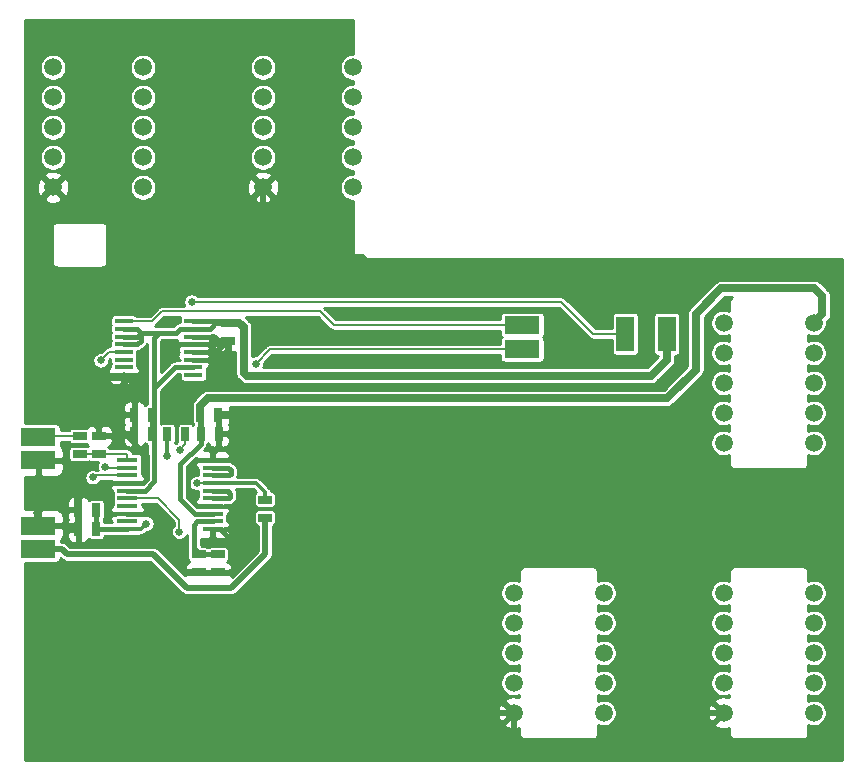
<source format=gbr>
G04 #@! TF.GenerationSoftware,KiCad,Pcbnew,5.1.2+dfsg1-1*
G04 #@! TF.CreationDate,2019-07-31T23:39:42+03:00*
G04 #@! TF.ProjectId,cps1_adapter,63707331-5f61-4646-9170-7465722e6b69,rev?*
G04 #@! TF.SameCoordinates,Original*
G04 #@! TF.FileFunction,Copper,L1,Top*
G04 #@! TF.FilePolarity,Positive*
%FSLAX46Y46*%
G04 Gerber Fmt 4.6, Leading zero omitted, Abs format (unit mm)*
G04 Created by KiCad (PCBNEW 5.1.2+dfsg1-1) date 2019-07-31 23:39:42*
%MOMM*%
%LPD*%
G04 APERTURE LIST*
%ADD10R,1.750000X0.450000*%
%ADD11R,1.500000X0.450000*%
%ADD12C,1.500000*%
%ADD13R,0.635000X1.143000*%
%ADD14R,1.143000X0.635000*%
%ADD15R,3.000000X1.500000*%
%ADD16R,1.500000X3.000000*%
%ADD17C,0.660000*%
%ADD18C,0.500000*%
%ADD19C,0.200000*%
%ADD20C,0.400000*%
%ADD21C,0.300000*%
%ADD22C,0.700000*%
%ADD23C,0.254000*%
G04 APERTURE END LIST*
D10*
X49750000Y-68755000D03*
X49750000Y-69405000D03*
X49750000Y-70055000D03*
X49750000Y-70705000D03*
X49750000Y-71355000D03*
X49750000Y-72005000D03*
X49750000Y-72655000D03*
X49750000Y-73305000D03*
X49750000Y-73955000D03*
X49750000Y-74605000D03*
X56950000Y-74605000D03*
X56950000Y-73955000D03*
X56950000Y-73305000D03*
X56950000Y-72655000D03*
X56950000Y-72005000D03*
X56950000Y-71355000D03*
X56950000Y-70705000D03*
X56950000Y-70055000D03*
X56950000Y-69405000D03*
X56950000Y-68755000D03*
D11*
X49440000Y-57005000D03*
X49440000Y-57655000D03*
X49440000Y-58305000D03*
X49440000Y-58955000D03*
X49440000Y-59605000D03*
X49440000Y-60255000D03*
X49440000Y-60905000D03*
X49440000Y-61555000D03*
X55340000Y-61555000D03*
X55340000Y-60905000D03*
X55340000Y-60255000D03*
X55340000Y-59605000D03*
X55340000Y-58955000D03*
X55340000Y-58305000D03*
X55340000Y-57655000D03*
X55340000Y-57005000D03*
D12*
X43445000Y-35500000D03*
X51065000Y-45660000D03*
X43445000Y-38040000D03*
X51065000Y-43120000D03*
X43445000Y-40580000D03*
X51065000Y-40580000D03*
X43445000Y-43120000D03*
X51065000Y-38040000D03*
X43445000Y-45660000D03*
X51065000Y-35500000D03*
X107845000Y-57140000D03*
X100225000Y-67300000D03*
X107845000Y-59680000D03*
X100225000Y-64760000D03*
X107845000Y-62220000D03*
X100225000Y-62220000D03*
X107845000Y-64760000D03*
X100225000Y-59680000D03*
X107845000Y-67300000D03*
X100225000Y-57140000D03*
X82445000Y-80000000D03*
X90065000Y-90160000D03*
X82445000Y-82540000D03*
X90065000Y-87620000D03*
X82445000Y-85080000D03*
X90065000Y-85080000D03*
X82445000Y-87620000D03*
X90065000Y-82540000D03*
X82445000Y-90160000D03*
X90065000Y-80000000D03*
X107845000Y-80000000D03*
X100225000Y-90160000D03*
X107845000Y-82540000D03*
X100225000Y-87620000D03*
X107845000Y-85080000D03*
X100225000Y-85080000D03*
X107845000Y-87620000D03*
X100225000Y-82540000D03*
X107845000Y-90160000D03*
X100225000Y-80000000D03*
X61225000Y-35500000D03*
X68845000Y-45660000D03*
X61225000Y-38040000D03*
X68845000Y-43120000D03*
X61225000Y-40580000D03*
X68845000Y-40580000D03*
X61225000Y-43120000D03*
X68845000Y-38040000D03*
X61225000Y-45660000D03*
X68845000Y-35500000D03*
D13*
X51852000Y-64900000D03*
X50328000Y-64900000D03*
X45588000Y-74610000D03*
X47112000Y-74610000D03*
X47122000Y-72980000D03*
X45598000Y-72980000D03*
D14*
X57410000Y-76748000D03*
X57410000Y-78272000D03*
D13*
X55938000Y-66530000D03*
X57462000Y-66530000D03*
X57452000Y-64900000D03*
X55928000Y-64900000D03*
D14*
X61400000Y-72098000D03*
X61400000Y-73622000D03*
X55780000Y-76748000D03*
X55780000Y-78272000D03*
X58230000Y-58652000D03*
X58230000Y-57128000D03*
D13*
X51852000Y-66530000D03*
X50328000Y-66530000D03*
X53138000Y-66540000D03*
X54662000Y-66540000D03*
D14*
X47310000Y-68242000D03*
X47310000Y-66718000D03*
X45690000Y-68242000D03*
X45690000Y-66718000D03*
D15*
X42200000Y-66780000D03*
X42200000Y-68790000D03*
X83180000Y-57330000D03*
X83180000Y-59390000D03*
D16*
X91900000Y-58080000D03*
X95410000Y-58080000D03*
D15*
X42200000Y-76310000D03*
X42200000Y-74310000D03*
D17*
X45300000Y-69540000D03*
X45300000Y-71540000D03*
X45300000Y-64010000D03*
X45840000Y-61460000D03*
X55440000Y-71730000D03*
X52940000Y-74130000D03*
X50990000Y-62370000D03*
X52980000Y-59500000D03*
X53330000Y-55320000D03*
X59540000Y-74320000D03*
X59540000Y-72970000D03*
X59580000Y-71820000D03*
X51800000Y-55310000D03*
X50330000Y-55320000D03*
X52990000Y-57230000D03*
X47470000Y-58730000D03*
X45440000Y-58360000D03*
X63370000Y-70790000D03*
X63360000Y-72150000D03*
X63370000Y-73850000D03*
X43840000Y-55320000D03*
X42560000Y-78700000D03*
X42130000Y-73230000D03*
X44320000Y-80510000D03*
X45950000Y-82040000D03*
X47410000Y-83560000D03*
X49050000Y-85140000D03*
X50660000Y-86630000D03*
X53510000Y-86630000D03*
X60330000Y-86630000D03*
X63110000Y-86630000D03*
X60310000Y-83830000D03*
X63090000Y-83910000D03*
X63080000Y-80020000D03*
X66280000Y-80060000D03*
X68970000Y-80120000D03*
X68970000Y-83800000D03*
X71660000Y-83820000D03*
X68950000Y-86490000D03*
X71690000Y-86490000D03*
X68850000Y-89160000D03*
X71660000Y-89220000D03*
X60850000Y-64800000D03*
X62740000Y-66710000D03*
X64640000Y-68740000D03*
X66450000Y-70600000D03*
X77330000Y-70600000D03*
X75340000Y-68470000D03*
X73700000Y-66740000D03*
X95620000Y-88430000D03*
X95600000Y-85600000D03*
X95710000Y-76000000D03*
X93440000Y-73720000D03*
X91030000Y-71230000D03*
X53600000Y-62350000D03*
X78220000Y-65000000D03*
X80200000Y-66910000D03*
X71995000Y-65015000D03*
X58760000Y-62340000D03*
X81520000Y-68230000D03*
X83750000Y-70420000D03*
X91160000Y-66770000D03*
X96880000Y-55430000D03*
X88390000Y-59690000D03*
X79210000Y-58380000D03*
X71680000Y-58400000D03*
X66370000Y-57750000D03*
X64300000Y-57750000D03*
X69700000Y-56450000D03*
X66870000Y-60340000D03*
X68740000Y-60340000D03*
X69730000Y-62550000D03*
X76000000Y-62550000D03*
X73610000Y-60340000D03*
X79170000Y-56550000D03*
X75980000Y-56480000D03*
X47890000Y-69320000D03*
X55200000Y-55360000D03*
X54140000Y-74830000D03*
X60610000Y-60590000D03*
X51350000Y-74130000D03*
X53060000Y-68380000D03*
X55610000Y-70700000D03*
X54190000Y-67910000D03*
X46810000Y-70220000D03*
X47500000Y-60300000D03*
D18*
X45288000Y-74310000D02*
X45588000Y-74610000D01*
X42200000Y-74310000D02*
X45288000Y-74310000D01*
X45588000Y-72990000D02*
X45598000Y-72980000D01*
X45588000Y-74610000D02*
X45588000Y-72990000D01*
X45588000Y-74864000D02*
X45590000Y-74866000D01*
X45588000Y-74610000D02*
X45588000Y-74864000D01*
D19*
X42200000Y-68790000D02*
X44550000Y-68790000D01*
X44550000Y-68790000D02*
X45300000Y-69540000D01*
X45300000Y-72682000D02*
X45598000Y-72980000D01*
X45300000Y-71540000D02*
X45300000Y-72682000D01*
X45857611Y-70870025D02*
X46830025Y-70870025D01*
X45300000Y-71540000D02*
X45300000Y-71427636D01*
X45300000Y-71427636D02*
X45857611Y-70870025D01*
X46830025Y-70870025D02*
X47100000Y-71140000D01*
X47100000Y-71140000D02*
X48190000Y-71140000D01*
X48625000Y-70705000D02*
X49750000Y-70705000D01*
X48190000Y-71140000D02*
X48625000Y-70705000D01*
D20*
X51025000Y-70705000D02*
X51410000Y-70320000D01*
X49750000Y-70705000D02*
X51025000Y-70705000D01*
X51410000Y-70320000D02*
X51410000Y-68440000D01*
X49688000Y-66718000D02*
X47310000Y-66718000D01*
X51410000Y-68440000D02*
X49688000Y-66718000D01*
X57141500Y-58305000D02*
X55340000Y-58305000D01*
X58460000Y-58652000D02*
X57488500Y-58652000D01*
X57488500Y-58652000D02*
X57141500Y-58305000D01*
X58157000Y-58955000D02*
X58460000Y-58652000D01*
X57160000Y-59605000D02*
X57810000Y-58955000D01*
X55340000Y-59605000D02*
X57160000Y-59605000D01*
X55340000Y-58955000D02*
X57810000Y-58955000D01*
X57810000Y-58955000D02*
X58157000Y-58955000D01*
X55340000Y-60255000D02*
X57165000Y-60255000D01*
X58206000Y-58652000D02*
X58460000Y-58652000D01*
X57165000Y-59693000D02*
X58206000Y-58652000D01*
X57165000Y-60255000D02*
X57165000Y-59693000D01*
X51645000Y-73305000D02*
X49750000Y-73305000D01*
X45588000Y-75581500D02*
X46076500Y-76070000D01*
X46076500Y-76070000D02*
X51630000Y-76070000D01*
X51630000Y-76070000D02*
X52160000Y-75540000D01*
X45588000Y-74610000D02*
X45588000Y-75581500D01*
X52160000Y-73820000D02*
X51645000Y-73305000D01*
X49876000Y-66530000D02*
X49688000Y-66718000D01*
X50328000Y-66530000D02*
X49876000Y-66530000D01*
X50328000Y-66530000D02*
X50328000Y-64900000D01*
X45300000Y-64010000D02*
X47380000Y-66090000D01*
X47380000Y-66648000D02*
X47310000Y-66718000D01*
X47380000Y-66090000D02*
X47380000Y-66648000D01*
D19*
X45840000Y-61460000D02*
X47360000Y-61460000D01*
X47455000Y-61555000D02*
X49440000Y-61555000D01*
X47360000Y-61460000D02*
X47455000Y-61555000D01*
D20*
X55675000Y-72655000D02*
X54880000Y-71860000D01*
X56950000Y-72655000D02*
X55675000Y-72655000D01*
X54880000Y-71860000D02*
X54880000Y-69370000D01*
X55495000Y-68755000D02*
X56950000Y-68755000D01*
X54880000Y-69370000D02*
X55495000Y-68755000D01*
X56950000Y-68130000D02*
X57480000Y-67600000D01*
X56950000Y-68755000D02*
X56950000Y-68130000D01*
X57462000Y-67582000D02*
X57462000Y-66530000D01*
X57480000Y-67600000D02*
X57462000Y-67582000D01*
X54880000Y-71860000D02*
X55310000Y-71860000D01*
X55310000Y-71860000D02*
X55440000Y-71730000D01*
X52160000Y-74150000D02*
X52160000Y-73820000D01*
X52180000Y-74130000D02*
X52940000Y-74130000D01*
X52160000Y-74150000D02*
X52180000Y-74130000D01*
X55780000Y-78272000D02*
X57410000Y-78272000D01*
X57600000Y-74605000D02*
X56950000Y-74605000D01*
X58660000Y-75665000D02*
X57600000Y-74605000D01*
X57410000Y-78272000D02*
X58381500Y-78272000D01*
X58381500Y-78272000D02*
X58660000Y-77993500D01*
D18*
X54708500Y-78272000D02*
X52160000Y-75723500D01*
X55780000Y-78272000D02*
X54708500Y-78272000D01*
X52160000Y-75723500D02*
X52160000Y-75310000D01*
D20*
X52160000Y-75540000D02*
X52160000Y-75310000D01*
X52160000Y-75310000D02*
X52160000Y-74150000D01*
X58660000Y-76860000D02*
X59210000Y-76860000D01*
X58660000Y-76860000D02*
X58660000Y-75665000D01*
X58660000Y-77993500D02*
X58660000Y-76860000D01*
D18*
X57462000Y-64910000D02*
X57452000Y-64900000D01*
X57462000Y-66530000D02*
X57462000Y-64910000D01*
X57452000Y-64900000D02*
X57452000Y-64738000D01*
X58330000Y-58752000D02*
X58230000Y-58652000D01*
X58330000Y-60110000D02*
X58330000Y-58752000D01*
X46169999Y-61789999D02*
X45840000Y-61460000D01*
X50990000Y-62370000D02*
X50660001Y-62040001D01*
X49925001Y-62040001D02*
X49465001Y-61580001D01*
X50660001Y-62040001D02*
X49925001Y-62040001D01*
X49465001Y-61580001D02*
X49414999Y-61580001D01*
X49414999Y-61580001D02*
X49205001Y-61789999D01*
X49205001Y-61789999D02*
X46169999Y-61789999D01*
D20*
X54190000Y-58955000D02*
X53625000Y-59520000D01*
X55340000Y-58955000D02*
X54190000Y-58955000D01*
X53625000Y-59520000D02*
X53000000Y-59520000D01*
X53000000Y-59520000D02*
X52980000Y-59500000D01*
D21*
X59330000Y-76980000D02*
X59330000Y-75780000D01*
X59330000Y-75780000D02*
X59570000Y-75540000D01*
X59570000Y-75540000D02*
X59570000Y-75490000D01*
X59540000Y-74320000D02*
X59540000Y-72970000D01*
D18*
X51810000Y-55320000D02*
X51800000Y-55310000D01*
X53330000Y-55320000D02*
X51810000Y-55320000D01*
D20*
X59570000Y-74816690D02*
X59570000Y-75540000D01*
X59540000Y-74786690D02*
X59570000Y-74816690D01*
X59540000Y-74320000D02*
X59540000Y-74786690D01*
X61470000Y-69810000D02*
X58190000Y-66530000D01*
X58190000Y-66530000D02*
X57462000Y-66530000D01*
X63370000Y-70790000D02*
X62390000Y-69810000D01*
X62390000Y-69810000D02*
X61470000Y-69810000D01*
D18*
X63370000Y-70790000D02*
X63370000Y-72140000D01*
X63370000Y-72140000D02*
X63360000Y-72150000D01*
X42695001Y-46409999D02*
X42695001Y-52745001D01*
X43445000Y-45660000D02*
X42695001Y-46409999D01*
X100225000Y-90160000D02*
X97850000Y-90160000D01*
X94850000Y-93160000D02*
X82660000Y-93160000D01*
X82445000Y-92945000D02*
X82445000Y-90160000D01*
X82660000Y-93160000D02*
X82445000Y-92945000D01*
X66135000Y-73850000D02*
X82445000Y-90160000D01*
X63370000Y-73850000D02*
X66135000Y-73850000D01*
X42695001Y-52745001D02*
X45270000Y-55320000D01*
X45600000Y-55320000D02*
X43840000Y-55320000D01*
X45600000Y-55320000D02*
X50330000Y-55320000D01*
X45270000Y-55320000D02*
X45600000Y-55320000D01*
X63370000Y-73850000D02*
X63370000Y-76430000D01*
X58970000Y-80830000D02*
X54400000Y-80830000D01*
X54400000Y-80830000D02*
X51320000Y-77750000D01*
X51320000Y-77750000D02*
X43510000Y-77750000D01*
X43510000Y-77750000D02*
X42560000Y-78700000D01*
X42130000Y-74240000D02*
X42200000Y-74310000D01*
X42130000Y-73230000D02*
X42130000Y-74240000D01*
X42560000Y-78700000D02*
X42560000Y-78750000D01*
X42560000Y-78750000D02*
X44320000Y-80510000D01*
X45950000Y-82040000D02*
X45950000Y-82100000D01*
X45950000Y-82100000D02*
X47410000Y-83560000D01*
X49050000Y-85140000D02*
X49170000Y-85140000D01*
X49170000Y-85140000D02*
X50660000Y-86630000D01*
X53510000Y-86630000D02*
X60330000Y-86630000D01*
X63110000Y-86630000D02*
X60310000Y-83830000D01*
X59735000Y-80555000D02*
X59735000Y-80065000D01*
X63090000Y-83910000D02*
X59735000Y-80555000D01*
X63370000Y-76430000D02*
X59735000Y-80065000D01*
X59735000Y-80065000D02*
X58970000Y-80830000D01*
X59735000Y-80065000D02*
X63035000Y-80065000D01*
X63035000Y-80065000D02*
X63080000Y-80020000D01*
X66280000Y-80060000D02*
X68910000Y-80060000D01*
X68910000Y-80060000D02*
X68970000Y-80120000D01*
X68970000Y-80120000D02*
X68970000Y-83800000D01*
X71660000Y-83820000D02*
X71620000Y-83820000D01*
X71620000Y-83820000D02*
X68950000Y-86490000D01*
X71360001Y-86819999D02*
X71190001Y-86819999D01*
X71690000Y-86490000D02*
X71360001Y-86819999D01*
X71190001Y-86819999D02*
X68850000Y-89160000D01*
X72600000Y-90160000D02*
X82445000Y-90160000D01*
X71660000Y-89220000D02*
X72600000Y-90160000D01*
X62740000Y-66710000D02*
X62740000Y-66840000D01*
X62740000Y-66840000D02*
X64640000Y-68740000D01*
X66450000Y-70600000D02*
X77330000Y-70600000D01*
X77330000Y-70600000D02*
X77330000Y-70460000D01*
X77330000Y-70460000D02*
X75340000Y-68470000D01*
X97485000Y-90295000D02*
X95620000Y-88430000D01*
X97485000Y-90525000D02*
X97485000Y-90295000D01*
X97485000Y-90525000D02*
X94850000Y-93160000D01*
X97850000Y-90160000D02*
X97485000Y-90525000D01*
X95600000Y-85600000D02*
X95600000Y-76110000D01*
X95600000Y-76110000D02*
X95710000Y-76000000D01*
X93440000Y-73720000D02*
X91030000Y-71310000D01*
X91030000Y-71310000D02*
X91030000Y-71230000D01*
X54066690Y-62350000D02*
X53600000Y-62350000D01*
X56556690Y-62350000D02*
X54066690Y-62350000D01*
X58330000Y-60576690D02*
X56556690Y-62350000D01*
X58330000Y-60110000D02*
X58330000Y-60576690D01*
X71995000Y-65035000D02*
X71995000Y-65015000D01*
X73700000Y-66740000D02*
X71995000Y-65035000D01*
D22*
X60750000Y-64900000D02*
X60850000Y-64800000D01*
X57452000Y-64900000D02*
X60750000Y-64900000D01*
D18*
X58330000Y-60576690D02*
X58330000Y-60780000D01*
X61225000Y-47425000D02*
X61225000Y-45660000D01*
X53330000Y-55320000D02*
X61225000Y-47425000D01*
X56566690Y-62340000D02*
X56556690Y-62350000D01*
X58760000Y-62340000D02*
X56566690Y-62340000D01*
X80030000Y-66740000D02*
X80200000Y-66910000D01*
X73700000Y-66740000D02*
X80030000Y-66740000D01*
X80200000Y-66910000D02*
X81520000Y-68230000D01*
X91030000Y-71230000D02*
X91030000Y-66900000D01*
X91030000Y-66900000D02*
X91160000Y-66770000D01*
X79210000Y-58380000D02*
X71700000Y-58380000D01*
X71700000Y-58380000D02*
X71680000Y-58400000D01*
X71680000Y-58400000D02*
X67020000Y-58400000D01*
X67020000Y-58400000D02*
X66370000Y-57750000D01*
X66870000Y-60340000D02*
X68740000Y-60340000D01*
X69730000Y-62550000D02*
X76000000Y-62550000D01*
X68740000Y-60340000D02*
X73610000Y-60340000D01*
X79170000Y-56550000D02*
X76050000Y-56550000D01*
X76050000Y-56550000D02*
X75980000Y-56480000D01*
X42200000Y-76310000D02*
X44200000Y-76310000D01*
X58540000Y-79590000D02*
X61400000Y-76730000D01*
X54790000Y-79590000D02*
X58540000Y-79590000D01*
X51930000Y-76730000D02*
X54790000Y-79590000D01*
X44620000Y-76730000D02*
X51930000Y-76730000D01*
X44200000Y-76310000D02*
X44620000Y-76730000D01*
X61400000Y-76730000D02*
X61400000Y-73622000D01*
D20*
X58337000Y-57005000D02*
X58460000Y-57128000D01*
X55340000Y-57655000D02*
X56720000Y-57655000D01*
X55340000Y-57005000D02*
X57370000Y-57005000D01*
X56720000Y-57655000D02*
X57370000Y-57005000D01*
X57370000Y-57005000D02*
X58337000Y-57005000D01*
X54190000Y-57655000D02*
X53860000Y-57985000D01*
X55340000Y-57655000D02*
X54190000Y-57655000D01*
X50590000Y-57655000D02*
X50920000Y-57985000D01*
X49440000Y-57655000D02*
X50590000Y-57655000D01*
X50590000Y-58305000D02*
X50910000Y-57985000D01*
X49440000Y-58305000D02*
X50590000Y-58305000D01*
X50920000Y-57985000D02*
X51530000Y-57985000D01*
X50910000Y-57985000D02*
X51530000Y-57985000D01*
X50910000Y-58635000D02*
X50910000Y-57985000D01*
X50590000Y-58955000D02*
X50910000Y-58635000D01*
X49440000Y-58955000D02*
X50590000Y-58955000D01*
X51852000Y-66530000D02*
X51852000Y-64900000D01*
X52010010Y-70568532D02*
X52010010Y-62829990D01*
X49750000Y-71355000D02*
X51223542Y-71355000D01*
X51223542Y-71355000D02*
X52010010Y-70568532D01*
X52010010Y-62829990D02*
X52010010Y-58404990D01*
X52010010Y-58404990D02*
X52430000Y-57985000D01*
X51530000Y-57985000D02*
X52430000Y-57985000D01*
X52430000Y-57985000D02*
X53860000Y-57985000D01*
D18*
X57388500Y-57128000D02*
X58460000Y-57128000D01*
D20*
X52010010Y-62829990D02*
X52010010Y-62669586D01*
X54190000Y-60905000D02*
X55340000Y-60905000D01*
X52010010Y-62669586D02*
X53774596Y-60905000D01*
X53774596Y-60905000D02*
X54190000Y-60905000D01*
D22*
X58252000Y-57150000D02*
X58230000Y-57128000D01*
X95410000Y-60280000D02*
X95410000Y-58080000D01*
X59198000Y-57128000D02*
X59590000Y-57520000D01*
X58230000Y-57128000D02*
X59198000Y-57128000D01*
X59590000Y-57520000D02*
X59590000Y-61360000D01*
X94080000Y-61610000D02*
X95410000Y-60280000D01*
X59590000Y-61360000D02*
X59840000Y-61610000D01*
X59840000Y-61610000D02*
X94080000Y-61610000D01*
D19*
X49750000Y-69405000D02*
X47975000Y-69405000D01*
X47975000Y-69405000D02*
X47890000Y-69320000D01*
X55200000Y-55360000D02*
X86480000Y-55360000D01*
X89200000Y-58080000D02*
X91900000Y-58080000D01*
X86480000Y-55360000D02*
X89200000Y-58080000D01*
X49750000Y-72005000D02*
X52325000Y-72005000D01*
X52325000Y-72005000D02*
X54140000Y-73820000D01*
X54140000Y-73820000D02*
X54140000Y-74830000D01*
X61810000Y-59390000D02*
X83180000Y-59390000D01*
X60610000Y-60590000D02*
X61810000Y-59390000D01*
X67210000Y-57330000D02*
X83180000Y-57330000D01*
X66050000Y-56170000D02*
X67210000Y-57330000D01*
X49440000Y-57005000D02*
X51835000Y-57005000D01*
X52670000Y-56170000D02*
X66050000Y-56170000D01*
X51835000Y-57005000D02*
X52670000Y-56170000D01*
X42262000Y-66718000D02*
X42200000Y-66780000D01*
X45690000Y-66718000D02*
X42262000Y-66718000D01*
X45690000Y-68242000D02*
X47310000Y-68242000D01*
X47548000Y-68480000D02*
X47310000Y-68242000D01*
X49750000Y-68330000D02*
X49750000Y-68755000D01*
X49662000Y-68242000D02*
X49750000Y-68330000D01*
X47310000Y-68242000D02*
X49662000Y-68242000D01*
D20*
X47112000Y-72990000D02*
X47122000Y-72980000D01*
X47112000Y-74610000D02*
X47112000Y-72990000D01*
X47117000Y-74605000D02*
X47112000Y-74610000D01*
X49750000Y-74605000D02*
X47117000Y-74605000D01*
D21*
X49750000Y-74605000D02*
X50875000Y-74605000D01*
X50875000Y-74605000D02*
X51350000Y-74130000D01*
X53060000Y-66618000D02*
X53138000Y-66540000D01*
X53060000Y-68380000D02*
X53060000Y-66618000D01*
D19*
X56950000Y-70705000D02*
X55615000Y-70705000D01*
X55615000Y-70705000D02*
X55610000Y-70700000D01*
X54662000Y-67342000D02*
X54662000Y-66540000D01*
X54190000Y-67910000D02*
X54662000Y-67438000D01*
X54662000Y-67438000D02*
X54662000Y-67342000D01*
D21*
X61400000Y-71480500D02*
X61400000Y-72098000D01*
X60624500Y-70705000D02*
X61400000Y-71480500D01*
X56950000Y-70705000D02*
X60624500Y-70705000D01*
D20*
X57410000Y-76748000D02*
X55780000Y-76748000D01*
X55675000Y-73955000D02*
X55370000Y-74260000D01*
X56950000Y-73955000D02*
X55675000Y-73955000D01*
X55370000Y-74260000D02*
X55370000Y-76180000D01*
X55780000Y-76590000D02*
X55780000Y-76748000D01*
X55370000Y-76180000D02*
X55780000Y-76590000D01*
D18*
X55938000Y-64910000D02*
X55928000Y-64900000D01*
X55938000Y-66530000D02*
X55938000Y-64910000D01*
D20*
X55938000Y-66530000D02*
X55938000Y-67372000D01*
X55938000Y-67372000D02*
X54220000Y-69090000D01*
X55675000Y-73305000D02*
X56950000Y-73305000D01*
X55476458Y-73305000D02*
X55675000Y-73305000D01*
X54220000Y-72048542D02*
X55476458Y-73305000D01*
X54220000Y-69090000D02*
X54220000Y-72048542D01*
D22*
X108594999Y-56390001D02*
X107845000Y-57140000D01*
X108594999Y-54905001D02*
X108594999Y-56390001D01*
X107899998Y-54210000D02*
X108594999Y-54905001D01*
X55928000Y-64152000D02*
X56560000Y-63520000D01*
X95460000Y-63520000D02*
X97880000Y-61100000D01*
X100030000Y-54210000D02*
X107899998Y-54210000D01*
X55928000Y-64900000D02*
X55928000Y-64152000D01*
X56560000Y-63520000D02*
X95460000Y-63520000D01*
X97880000Y-61100000D02*
X97880000Y-56360000D01*
X97880000Y-56360000D02*
X100030000Y-54210000D01*
D19*
X49750000Y-70055000D02*
X46975000Y-70055000D01*
X46975000Y-70055000D02*
X46810000Y-70220000D01*
X48195000Y-59605000D02*
X49440000Y-59605000D01*
X47500000Y-60300000D02*
X48195000Y-59605000D01*
D20*
X58225000Y-71355000D02*
X58460000Y-71590000D01*
X56950000Y-71355000D02*
X58225000Y-71355000D01*
X58460000Y-71590000D02*
X58460000Y-71890000D01*
X58345000Y-72005000D02*
X56950000Y-72005000D01*
X58460000Y-71890000D02*
X58345000Y-72005000D01*
X56950000Y-69405000D02*
X58295000Y-69405000D01*
X58295000Y-69405000D02*
X58520000Y-69630000D01*
X58520000Y-69630000D02*
X58520000Y-69920000D01*
X58385000Y-70055000D02*
X56950000Y-70055000D01*
X58520000Y-69920000D02*
X58385000Y-70055000D01*
D23*
G36*
X68844631Y-34369000D02*
G01*
X68733606Y-34369000D01*
X68515100Y-34412464D01*
X68309271Y-34497721D01*
X68124030Y-34621495D01*
X67966495Y-34779030D01*
X67842721Y-34964271D01*
X67757464Y-35170100D01*
X67714000Y-35388606D01*
X67714000Y-35611394D01*
X67757464Y-35829900D01*
X67842721Y-36035729D01*
X67966495Y-36220970D01*
X68124030Y-36378505D01*
X68309271Y-36502279D01*
X68515100Y-36587536D01*
X68733606Y-36631000D01*
X68845749Y-36631000D01*
X68845886Y-36909000D01*
X68733606Y-36909000D01*
X68515100Y-36952464D01*
X68309271Y-37037721D01*
X68124030Y-37161495D01*
X67966495Y-37319030D01*
X67842721Y-37504271D01*
X67757464Y-37710100D01*
X67714000Y-37928606D01*
X67714000Y-38151394D01*
X67757464Y-38369900D01*
X67842721Y-38575729D01*
X67966495Y-38760970D01*
X68124030Y-38918505D01*
X68309271Y-39042279D01*
X68515100Y-39127536D01*
X68733606Y-39171000D01*
X68847005Y-39171000D01*
X68847142Y-39449000D01*
X68733606Y-39449000D01*
X68515100Y-39492464D01*
X68309271Y-39577721D01*
X68124030Y-39701495D01*
X67966495Y-39859030D01*
X67842721Y-40044271D01*
X67757464Y-40250100D01*
X67714000Y-40468606D01*
X67714000Y-40691394D01*
X67757464Y-40909900D01*
X67842721Y-41115729D01*
X67966495Y-41300970D01*
X68124030Y-41458505D01*
X68309271Y-41582279D01*
X68515100Y-41667536D01*
X68733606Y-41711000D01*
X68848260Y-41711000D01*
X68848398Y-41989000D01*
X68733606Y-41989000D01*
X68515100Y-42032464D01*
X68309271Y-42117721D01*
X68124030Y-42241495D01*
X67966495Y-42399030D01*
X67842721Y-42584271D01*
X67757464Y-42790100D01*
X67714000Y-43008606D01*
X67714000Y-43231394D01*
X67757464Y-43449900D01*
X67842721Y-43655729D01*
X67966495Y-43840970D01*
X68124030Y-43998505D01*
X68309271Y-44122279D01*
X68515100Y-44207536D01*
X68733606Y-44251000D01*
X68849516Y-44251000D01*
X68849653Y-44529000D01*
X68733606Y-44529000D01*
X68515100Y-44572464D01*
X68309271Y-44657721D01*
X68124030Y-44781495D01*
X67966495Y-44939030D01*
X67842721Y-45124271D01*
X67757464Y-45330100D01*
X67714000Y-45548606D01*
X67714000Y-45771394D01*
X67757464Y-45989900D01*
X67842721Y-46195729D01*
X67966495Y-46380970D01*
X68124030Y-46538505D01*
X68309271Y-46662279D01*
X68515100Y-46747536D01*
X68733606Y-46791000D01*
X68850771Y-46791000D01*
X68853000Y-51300063D01*
X68855453Y-51324838D01*
X68862691Y-51348659D01*
X68874438Y-51370610D01*
X68890242Y-51389847D01*
X68909495Y-51405632D01*
X68931457Y-51417357D01*
X68955285Y-51424572D01*
X68980000Y-51427000D01*
X69712006Y-51427000D01*
X69726673Y-51475348D01*
X69769016Y-51554566D01*
X69825999Y-51624001D01*
X69895434Y-51680984D01*
X69974652Y-51723327D01*
X70060608Y-51749402D01*
X70127601Y-51756000D01*
X70150000Y-51758206D01*
X70172399Y-51756000D01*
X110234000Y-51756000D01*
X110234001Y-94144000D01*
X41072000Y-94144000D01*
X41072000Y-90232492D01*
X81055188Y-90232492D01*
X81096035Y-90502238D01*
X81188723Y-90758832D01*
X81249140Y-90871863D01*
X81488007Y-90937388D01*
X82265395Y-90160000D01*
X81488007Y-89382612D01*
X81249140Y-89448137D01*
X81133240Y-89695116D01*
X81067750Y-89959960D01*
X81055188Y-90232492D01*
X41072000Y-90232492D01*
X41072000Y-77442843D01*
X43700000Y-77442843D01*
X43774689Y-77435487D01*
X43846508Y-77413701D01*
X43912696Y-77378322D01*
X43970711Y-77330711D01*
X44018322Y-77272696D01*
X44053701Y-77206508D01*
X44075487Y-77134689D01*
X44080583Y-77082951D01*
X44151895Y-77154263D01*
X44171657Y-77178343D01*
X44267739Y-77257196D01*
X44377358Y-77315789D01*
X44496302Y-77351870D01*
X44589002Y-77361000D01*
X44589009Y-77361000D01*
X44620000Y-77364052D01*
X44650990Y-77361000D01*
X51668632Y-77361000D01*
X54321899Y-80014268D01*
X54341657Y-80038343D01*
X54437739Y-80117196D01*
X54547358Y-80175789D01*
X54666302Y-80211870D01*
X54759002Y-80221000D01*
X54759009Y-80221000D01*
X54790000Y-80224052D01*
X54820990Y-80221000D01*
X58509010Y-80221000D01*
X58540000Y-80224052D01*
X58570990Y-80221000D01*
X58570998Y-80221000D01*
X58663698Y-80211870D01*
X58782642Y-80175789D01*
X58892261Y-80117196D01*
X58988343Y-80038343D01*
X59008105Y-80014263D01*
X59133762Y-79888606D01*
X81314000Y-79888606D01*
X81314000Y-80111394D01*
X81357464Y-80329900D01*
X81442721Y-80535729D01*
X81566495Y-80720970D01*
X81724030Y-80878505D01*
X81909271Y-81002279D01*
X82115100Y-81087536D01*
X82333606Y-81131000D01*
X82556394Y-81131000D01*
X82774900Y-81087536D01*
X82929001Y-81023705D01*
X82929001Y-81516295D01*
X82774900Y-81452464D01*
X82556394Y-81409000D01*
X82333606Y-81409000D01*
X82115100Y-81452464D01*
X81909271Y-81537721D01*
X81724030Y-81661495D01*
X81566495Y-81819030D01*
X81442721Y-82004271D01*
X81357464Y-82210100D01*
X81314000Y-82428606D01*
X81314000Y-82651394D01*
X81357464Y-82869900D01*
X81442721Y-83075729D01*
X81566495Y-83260970D01*
X81724030Y-83418505D01*
X81909271Y-83542279D01*
X82115100Y-83627536D01*
X82333606Y-83671000D01*
X82556394Y-83671000D01*
X82774900Y-83627536D01*
X82929001Y-83563706D01*
X82929001Y-84056294D01*
X82774900Y-83992464D01*
X82556394Y-83949000D01*
X82333606Y-83949000D01*
X82115100Y-83992464D01*
X81909271Y-84077721D01*
X81724030Y-84201495D01*
X81566495Y-84359030D01*
X81442721Y-84544271D01*
X81357464Y-84750100D01*
X81314000Y-84968606D01*
X81314000Y-85191394D01*
X81357464Y-85409900D01*
X81442721Y-85615729D01*
X81566495Y-85800970D01*
X81724030Y-85958505D01*
X81909271Y-86082279D01*
X82115100Y-86167536D01*
X82333606Y-86211000D01*
X82556394Y-86211000D01*
X82774900Y-86167536D01*
X82929000Y-86103706D01*
X82929000Y-86596294D01*
X82774900Y-86532464D01*
X82556394Y-86489000D01*
X82333606Y-86489000D01*
X82115100Y-86532464D01*
X81909271Y-86617721D01*
X81724030Y-86741495D01*
X81566495Y-86899030D01*
X81442721Y-87084271D01*
X81357464Y-87290100D01*
X81314000Y-87508606D01*
X81314000Y-87731394D01*
X81357464Y-87949900D01*
X81442721Y-88155729D01*
X81566495Y-88340970D01*
X81724030Y-88498505D01*
X81909271Y-88622279D01*
X82115100Y-88707536D01*
X82333606Y-88751000D01*
X82556394Y-88751000D01*
X82774900Y-88707536D01*
X82929000Y-88643706D01*
X82929000Y-88857211D01*
X82909884Y-88848240D01*
X82645040Y-88782750D01*
X82372508Y-88770188D01*
X82102762Y-88811035D01*
X81846168Y-88903723D01*
X81733137Y-88964140D01*
X81667612Y-89203007D01*
X82445000Y-89980395D01*
X82459143Y-89966253D01*
X82638748Y-90145858D01*
X82624605Y-90160000D01*
X82638748Y-90174143D01*
X82459143Y-90353748D01*
X82445000Y-90339605D01*
X81667612Y-91116993D01*
X81733137Y-91355860D01*
X81980116Y-91471760D01*
X82244960Y-91537250D01*
X82517492Y-91549812D01*
X82787238Y-91508965D01*
X82929000Y-91457757D01*
X82929000Y-91958832D01*
X82926915Y-91980000D01*
X82935237Y-92064491D01*
X82959882Y-92145734D01*
X82999903Y-92220609D01*
X83053763Y-92286237D01*
X83119391Y-92340097D01*
X83194266Y-92380118D01*
X83275509Y-92404763D01*
X83360000Y-92413085D01*
X83381168Y-92411000D01*
X89128832Y-92411000D01*
X89150000Y-92413085D01*
X89171168Y-92411000D01*
X89234491Y-92404763D01*
X89315734Y-92380118D01*
X89390609Y-92340097D01*
X89456237Y-92286237D01*
X89510097Y-92220609D01*
X89550118Y-92145734D01*
X89574763Y-92064491D01*
X89583085Y-91980000D01*
X89581000Y-91958832D01*
X89581000Y-91183706D01*
X89735100Y-91247536D01*
X89953606Y-91291000D01*
X90176394Y-91291000D01*
X90394900Y-91247536D01*
X90600729Y-91162279D01*
X90785970Y-91038505D01*
X90943505Y-90880970D01*
X91067279Y-90695729D01*
X91152536Y-90489900D01*
X91196000Y-90271394D01*
X91196000Y-90232492D01*
X98835188Y-90232492D01*
X98876035Y-90502238D01*
X98968723Y-90758832D01*
X99029140Y-90871863D01*
X99268007Y-90937388D01*
X100045395Y-90160000D01*
X99268007Y-89382612D01*
X99029140Y-89448137D01*
X98913240Y-89695116D01*
X98847750Y-89959960D01*
X98835188Y-90232492D01*
X91196000Y-90232492D01*
X91196000Y-90048606D01*
X91152536Y-89830100D01*
X91067279Y-89624271D01*
X90943505Y-89439030D01*
X90785970Y-89281495D01*
X90600729Y-89157721D01*
X90394900Y-89072464D01*
X90176394Y-89029000D01*
X89953606Y-89029000D01*
X89735100Y-89072464D01*
X89581000Y-89136294D01*
X89581000Y-88643706D01*
X89735100Y-88707536D01*
X89953606Y-88751000D01*
X90176394Y-88751000D01*
X90394900Y-88707536D01*
X90600729Y-88622279D01*
X90785970Y-88498505D01*
X90943505Y-88340970D01*
X91067279Y-88155729D01*
X91152536Y-87949900D01*
X91196000Y-87731394D01*
X91196000Y-87508606D01*
X91152536Y-87290100D01*
X91067279Y-87084271D01*
X90943505Y-86899030D01*
X90785970Y-86741495D01*
X90600729Y-86617721D01*
X90394900Y-86532464D01*
X90176394Y-86489000D01*
X89953606Y-86489000D01*
X89735100Y-86532464D01*
X89581000Y-86596294D01*
X89581000Y-86103706D01*
X89735100Y-86167536D01*
X89953606Y-86211000D01*
X90176394Y-86211000D01*
X90394900Y-86167536D01*
X90600729Y-86082279D01*
X90785970Y-85958505D01*
X90943505Y-85800970D01*
X91067279Y-85615729D01*
X91152536Y-85409900D01*
X91196000Y-85191394D01*
X91196000Y-84968606D01*
X91152536Y-84750100D01*
X91067279Y-84544271D01*
X90943505Y-84359030D01*
X90785970Y-84201495D01*
X90600729Y-84077721D01*
X90394900Y-83992464D01*
X90176394Y-83949000D01*
X89953606Y-83949000D01*
X89735100Y-83992464D01*
X89581000Y-84056294D01*
X89581000Y-83563706D01*
X89735100Y-83627536D01*
X89953606Y-83671000D01*
X90176394Y-83671000D01*
X90394900Y-83627536D01*
X90600729Y-83542279D01*
X90785970Y-83418505D01*
X90943505Y-83260970D01*
X91067279Y-83075729D01*
X91152536Y-82869900D01*
X91196000Y-82651394D01*
X91196000Y-82428606D01*
X91152536Y-82210100D01*
X91067279Y-82004271D01*
X90943505Y-81819030D01*
X90785970Y-81661495D01*
X90600729Y-81537721D01*
X90394900Y-81452464D01*
X90176394Y-81409000D01*
X89953606Y-81409000D01*
X89735100Y-81452464D01*
X89581000Y-81516294D01*
X89581000Y-81023706D01*
X89735100Y-81087536D01*
X89953606Y-81131000D01*
X90176394Y-81131000D01*
X90394900Y-81087536D01*
X90600729Y-81002279D01*
X90785970Y-80878505D01*
X90943505Y-80720970D01*
X91067279Y-80535729D01*
X91152536Y-80329900D01*
X91196000Y-80111394D01*
X91196000Y-79888606D01*
X99094000Y-79888606D01*
X99094000Y-80111394D01*
X99137464Y-80329900D01*
X99222721Y-80535729D01*
X99346495Y-80720970D01*
X99504030Y-80878505D01*
X99689271Y-81002279D01*
X99895100Y-81087536D01*
X100113606Y-81131000D01*
X100336394Y-81131000D01*
X100554900Y-81087536D01*
X100709001Y-81023705D01*
X100709001Y-81516295D01*
X100554900Y-81452464D01*
X100336394Y-81409000D01*
X100113606Y-81409000D01*
X99895100Y-81452464D01*
X99689271Y-81537721D01*
X99504030Y-81661495D01*
X99346495Y-81819030D01*
X99222721Y-82004271D01*
X99137464Y-82210100D01*
X99094000Y-82428606D01*
X99094000Y-82651394D01*
X99137464Y-82869900D01*
X99222721Y-83075729D01*
X99346495Y-83260970D01*
X99504030Y-83418505D01*
X99689271Y-83542279D01*
X99895100Y-83627536D01*
X100113606Y-83671000D01*
X100336394Y-83671000D01*
X100554900Y-83627536D01*
X100709001Y-83563706D01*
X100709001Y-84056294D01*
X100554900Y-83992464D01*
X100336394Y-83949000D01*
X100113606Y-83949000D01*
X99895100Y-83992464D01*
X99689271Y-84077721D01*
X99504030Y-84201495D01*
X99346495Y-84359030D01*
X99222721Y-84544271D01*
X99137464Y-84750100D01*
X99094000Y-84968606D01*
X99094000Y-85191394D01*
X99137464Y-85409900D01*
X99222721Y-85615729D01*
X99346495Y-85800970D01*
X99504030Y-85958505D01*
X99689271Y-86082279D01*
X99895100Y-86167536D01*
X100113606Y-86211000D01*
X100336394Y-86211000D01*
X100554900Y-86167536D01*
X100709000Y-86103706D01*
X100709000Y-86596294D01*
X100554900Y-86532464D01*
X100336394Y-86489000D01*
X100113606Y-86489000D01*
X99895100Y-86532464D01*
X99689271Y-86617721D01*
X99504030Y-86741495D01*
X99346495Y-86899030D01*
X99222721Y-87084271D01*
X99137464Y-87290100D01*
X99094000Y-87508606D01*
X99094000Y-87731394D01*
X99137464Y-87949900D01*
X99222721Y-88155729D01*
X99346495Y-88340970D01*
X99504030Y-88498505D01*
X99689271Y-88622279D01*
X99895100Y-88707536D01*
X100113606Y-88751000D01*
X100336394Y-88751000D01*
X100554900Y-88707536D01*
X100709000Y-88643706D01*
X100709000Y-88857211D01*
X100689884Y-88848240D01*
X100425040Y-88782750D01*
X100152508Y-88770188D01*
X99882762Y-88811035D01*
X99626168Y-88903723D01*
X99513137Y-88964140D01*
X99447612Y-89203007D01*
X100225000Y-89980395D01*
X100239143Y-89966253D01*
X100418748Y-90145858D01*
X100404605Y-90160000D01*
X100418748Y-90174143D01*
X100239143Y-90353748D01*
X100225000Y-90339605D01*
X99447612Y-91116993D01*
X99513137Y-91355860D01*
X99760116Y-91471760D01*
X100024960Y-91537250D01*
X100297492Y-91549812D01*
X100567238Y-91508965D01*
X100709000Y-91457757D01*
X100709000Y-91958832D01*
X100706915Y-91980000D01*
X100715237Y-92064491D01*
X100739882Y-92145734D01*
X100779903Y-92220609D01*
X100833763Y-92286237D01*
X100899391Y-92340097D01*
X100974266Y-92380118D01*
X101055509Y-92404763D01*
X101140000Y-92413085D01*
X101161168Y-92411000D01*
X106918832Y-92411000D01*
X106940000Y-92413085D01*
X106961168Y-92411000D01*
X107024491Y-92404763D01*
X107105734Y-92380118D01*
X107180609Y-92340097D01*
X107246237Y-92286237D01*
X107300097Y-92220609D01*
X107340118Y-92145734D01*
X107364763Y-92064491D01*
X107373085Y-91980000D01*
X107371000Y-91958832D01*
X107371000Y-91187848D01*
X107515100Y-91247536D01*
X107733606Y-91291000D01*
X107956394Y-91291000D01*
X108174900Y-91247536D01*
X108380729Y-91162279D01*
X108565970Y-91038505D01*
X108723505Y-90880970D01*
X108847279Y-90695729D01*
X108932536Y-90489900D01*
X108976000Y-90271394D01*
X108976000Y-90048606D01*
X108932536Y-89830100D01*
X108847279Y-89624271D01*
X108723505Y-89439030D01*
X108565970Y-89281495D01*
X108380729Y-89157721D01*
X108174900Y-89072464D01*
X107956394Y-89029000D01*
X107733606Y-89029000D01*
X107515100Y-89072464D01*
X107371000Y-89132152D01*
X107371000Y-88647848D01*
X107515100Y-88707536D01*
X107733606Y-88751000D01*
X107956394Y-88751000D01*
X108174900Y-88707536D01*
X108380729Y-88622279D01*
X108565970Y-88498505D01*
X108723505Y-88340970D01*
X108847279Y-88155729D01*
X108932536Y-87949900D01*
X108976000Y-87731394D01*
X108976000Y-87508606D01*
X108932536Y-87290100D01*
X108847279Y-87084271D01*
X108723505Y-86899030D01*
X108565970Y-86741495D01*
X108380729Y-86617721D01*
X108174900Y-86532464D01*
X107956394Y-86489000D01*
X107733606Y-86489000D01*
X107515100Y-86532464D01*
X107371000Y-86592152D01*
X107371000Y-86107848D01*
X107515100Y-86167536D01*
X107733606Y-86211000D01*
X107956394Y-86211000D01*
X108174900Y-86167536D01*
X108380729Y-86082279D01*
X108565970Y-85958505D01*
X108723505Y-85800970D01*
X108847279Y-85615729D01*
X108932536Y-85409900D01*
X108976000Y-85191394D01*
X108976000Y-84968606D01*
X108932536Y-84750100D01*
X108847279Y-84544271D01*
X108723505Y-84359030D01*
X108565970Y-84201495D01*
X108380729Y-84077721D01*
X108174900Y-83992464D01*
X107956394Y-83949000D01*
X107733606Y-83949000D01*
X107515100Y-83992464D01*
X107371000Y-84052152D01*
X107371000Y-83567848D01*
X107515100Y-83627536D01*
X107733606Y-83671000D01*
X107956394Y-83671000D01*
X108174900Y-83627536D01*
X108380729Y-83542279D01*
X108565970Y-83418505D01*
X108723505Y-83260970D01*
X108847279Y-83075729D01*
X108932536Y-82869900D01*
X108976000Y-82651394D01*
X108976000Y-82428606D01*
X108932536Y-82210100D01*
X108847279Y-82004271D01*
X108723505Y-81819030D01*
X108565970Y-81661495D01*
X108380729Y-81537721D01*
X108174900Y-81452464D01*
X107956394Y-81409000D01*
X107733606Y-81409000D01*
X107515100Y-81452464D01*
X107371000Y-81512152D01*
X107371000Y-81027848D01*
X107515100Y-81087536D01*
X107733606Y-81131000D01*
X107956394Y-81131000D01*
X108174900Y-81087536D01*
X108380729Y-81002279D01*
X108565970Y-80878505D01*
X108723505Y-80720970D01*
X108847279Y-80535729D01*
X108932536Y-80329900D01*
X108976000Y-80111394D01*
X108976000Y-79888606D01*
X108932536Y-79670100D01*
X108847279Y-79464271D01*
X108723505Y-79279030D01*
X108565970Y-79121495D01*
X108380729Y-78997721D01*
X108174900Y-78912464D01*
X107956394Y-78869000D01*
X107733606Y-78869000D01*
X107515100Y-78912464D01*
X107371000Y-78972152D01*
X107371000Y-78201168D01*
X107373085Y-78180000D01*
X107364763Y-78095509D01*
X107340118Y-78014266D01*
X107300097Y-77939391D01*
X107246237Y-77873763D01*
X107180609Y-77819903D01*
X107105734Y-77779882D01*
X107024491Y-77755237D01*
X106961168Y-77749000D01*
X106940000Y-77746915D01*
X106918832Y-77749000D01*
X101161168Y-77749000D01*
X101140000Y-77746915D01*
X101118832Y-77749000D01*
X101055509Y-77755237D01*
X100974266Y-77779882D01*
X100899391Y-77819903D01*
X100833763Y-77873763D01*
X100779903Y-77939391D01*
X100739882Y-78014266D01*
X100715237Y-78095509D01*
X100706915Y-78180000D01*
X100709001Y-78201179D01*
X100709001Y-78976295D01*
X100554900Y-78912464D01*
X100336394Y-78869000D01*
X100113606Y-78869000D01*
X99895100Y-78912464D01*
X99689271Y-78997721D01*
X99504030Y-79121495D01*
X99346495Y-79279030D01*
X99222721Y-79464271D01*
X99137464Y-79670100D01*
X99094000Y-79888606D01*
X91196000Y-79888606D01*
X91152536Y-79670100D01*
X91067279Y-79464271D01*
X90943505Y-79279030D01*
X90785970Y-79121495D01*
X90600729Y-78997721D01*
X90394900Y-78912464D01*
X90176394Y-78869000D01*
X89953606Y-78869000D01*
X89735100Y-78912464D01*
X89581000Y-78976294D01*
X89581000Y-78201168D01*
X89583085Y-78180000D01*
X89574763Y-78095509D01*
X89550118Y-78014266D01*
X89510097Y-77939391D01*
X89456237Y-77873763D01*
X89390609Y-77819903D01*
X89315734Y-77779882D01*
X89234491Y-77755237D01*
X89171168Y-77749000D01*
X89150000Y-77746915D01*
X89128832Y-77749000D01*
X83381168Y-77749000D01*
X83360000Y-77746915D01*
X83338832Y-77749000D01*
X83275509Y-77755237D01*
X83194266Y-77779882D01*
X83119391Y-77819903D01*
X83053763Y-77873763D01*
X82999903Y-77939391D01*
X82959882Y-78014266D01*
X82935237Y-78095509D01*
X82926915Y-78180000D01*
X82929001Y-78201179D01*
X82929001Y-78976295D01*
X82774900Y-78912464D01*
X82556394Y-78869000D01*
X82333606Y-78869000D01*
X82115100Y-78912464D01*
X81909271Y-78997721D01*
X81724030Y-79121495D01*
X81566495Y-79279030D01*
X81442721Y-79464271D01*
X81357464Y-79670100D01*
X81314000Y-79888606D01*
X59133762Y-79888606D01*
X61824269Y-77198100D01*
X61848343Y-77178343D01*
X61868104Y-77154265D01*
X61927196Y-77082261D01*
X61985789Y-76972642D01*
X62021870Y-76853698D01*
X62023495Y-76837196D01*
X62031000Y-76760998D01*
X62031000Y-76760991D01*
X62034052Y-76730000D01*
X62031000Y-76699010D01*
X62031000Y-74316483D01*
X62046189Y-74314987D01*
X62118008Y-74293201D01*
X62184196Y-74257822D01*
X62242211Y-74210211D01*
X62289822Y-74152196D01*
X62325201Y-74086008D01*
X62346987Y-74014189D01*
X62354343Y-73939500D01*
X62354343Y-73304500D01*
X62346987Y-73229811D01*
X62325201Y-73157992D01*
X62289822Y-73091804D01*
X62242211Y-73033789D01*
X62184196Y-72986178D01*
X62118008Y-72950799D01*
X62046189Y-72929013D01*
X61971500Y-72921657D01*
X60828500Y-72921657D01*
X60753811Y-72929013D01*
X60681992Y-72950799D01*
X60615804Y-72986178D01*
X60557789Y-73033789D01*
X60510178Y-73091804D01*
X60474799Y-73157992D01*
X60453013Y-73229811D01*
X60445657Y-73304500D01*
X60445657Y-73939500D01*
X60453013Y-74014189D01*
X60474799Y-74086008D01*
X60510178Y-74152196D01*
X60557789Y-74210211D01*
X60615804Y-74257822D01*
X60681992Y-74293201D01*
X60753811Y-74314987D01*
X60769001Y-74316483D01*
X60769000Y-76468631D01*
X58616452Y-78621180D01*
X58619572Y-78589500D01*
X58616500Y-78557750D01*
X58457750Y-78399000D01*
X57537000Y-78399000D01*
X57537000Y-78419000D01*
X57283000Y-78419000D01*
X57283000Y-78399000D01*
X55907000Y-78399000D01*
X55907000Y-78419000D01*
X55653000Y-78419000D01*
X55653000Y-78399000D01*
X54732250Y-78399000D01*
X54611809Y-78519441D01*
X52398103Y-76305735D01*
X52378343Y-76281657D01*
X52282261Y-76202804D01*
X52172642Y-76144211D01*
X52053698Y-76108130D01*
X51960998Y-76099000D01*
X51960990Y-76099000D01*
X51930000Y-76095948D01*
X51899010Y-76099000D01*
X44881368Y-76099000D01*
X44668105Y-75885737D01*
X44648343Y-75861657D01*
X44552261Y-75782804D01*
X44442642Y-75724211D01*
X44323698Y-75688130D01*
X44230998Y-75679000D01*
X44230990Y-75679000D01*
X44200000Y-75675948D01*
X44169010Y-75679000D01*
X44082843Y-75679000D01*
X44082843Y-75567272D01*
X44151185Y-75511185D01*
X44230537Y-75414494D01*
X44289502Y-75304180D01*
X44325812Y-75184482D01*
X44326105Y-75181500D01*
X44632428Y-75181500D01*
X44644688Y-75305982D01*
X44680998Y-75425680D01*
X44739963Y-75535994D01*
X44819315Y-75632685D01*
X44916006Y-75712037D01*
X45026320Y-75771002D01*
X45146018Y-75807312D01*
X45270500Y-75819572D01*
X45302250Y-75816500D01*
X45461000Y-75657750D01*
X45461000Y-74737000D01*
X44794250Y-74737000D01*
X44635500Y-74895750D01*
X44632428Y-75181500D01*
X44326105Y-75181500D01*
X44338072Y-75060000D01*
X44335000Y-74595750D01*
X44176250Y-74437000D01*
X42327000Y-74437000D01*
X42327000Y-74457000D01*
X42073000Y-74457000D01*
X42073000Y-74437000D01*
X42053000Y-74437000D01*
X42053000Y-74183000D01*
X42073000Y-74183000D01*
X42073000Y-73083750D01*
X42327000Y-73083750D01*
X42327000Y-74183000D01*
X44176250Y-74183000D01*
X44320750Y-74038500D01*
X44632428Y-74038500D01*
X44635500Y-74324250D01*
X44794250Y-74483000D01*
X45461000Y-74483000D01*
X45461000Y-74037750D01*
X45471000Y-74027750D01*
X45471000Y-73562250D01*
X45715000Y-73562250D01*
X45715000Y-74483000D01*
X45735000Y-74483000D01*
X45735000Y-74737000D01*
X45715000Y-74737000D01*
X45715000Y-75657750D01*
X45873750Y-75816500D01*
X45905500Y-75819572D01*
X46029982Y-75807312D01*
X46149680Y-75771002D01*
X46259994Y-75712037D01*
X46356685Y-75632685D01*
X46436037Y-75535994D01*
X46495002Y-75425680D01*
X46496895Y-75419440D01*
X46523789Y-75452211D01*
X46581804Y-75499822D01*
X46647992Y-75535201D01*
X46719811Y-75556987D01*
X46794500Y-75564343D01*
X47429500Y-75564343D01*
X47504189Y-75556987D01*
X47576008Y-75535201D01*
X47642196Y-75499822D01*
X47700211Y-75452211D01*
X47747822Y-75394196D01*
X47783201Y-75328008D01*
X47804987Y-75256189D01*
X47811900Y-75186000D01*
X48736071Y-75186000D01*
X48800311Y-75205487D01*
X48875000Y-75212843D01*
X50625000Y-75212843D01*
X50699689Y-75205487D01*
X50771508Y-75183701D01*
X50837696Y-75148322D01*
X50852305Y-75136333D01*
X50875000Y-75138568D01*
X50901074Y-75136000D01*
X50901084Y-75136000D01*
X50979094Y-75128317D01*
X51079188Y-75097953D01*
X51171435Y-75048646D01*
X51252290Y-74982290D01*
X51268921Y-74962025D01*
X51389946Y-74841000D01*
X51420027Y-74841000D01*
X51557391Y-74813676D01*
X51686785Y-74760080D01*
X51803236Y-74682270D01*
X51902270Y-74583236D01*
X51980080Y-74466785D01*
X52033676Y-74337391D01*
X52061000Y-74200027D01*
X52061000Y-74059973D01*
X52033676Y-73922609D01*
X51980080Y-73793215D01*
X51902270Y-73676764D01*
X51803236Y-73577730D01*
X51686785Y-73499920D01*
X51557391Y-73446324D01*
X51420027Y-73419000D01*
X51279973Y-73419000D01*
X51144248Y-73445998D01*
X51101250Y-73403000D01*
X50821461Y-73403000D01*
X50771508Y-73376299D01*
X50699689Y-73354513D01*
X50625000Y-73347157D01*
X48875000Y-73347157D01*
X48800311Y-73354513D01*
X48728492Y-73376299D01*
X48678539Y-73403000D01*
X48398750Y-73403000D01*
X48240000Y-73561750D01*
X48250901Y-73662801D01*
X48288801Y-73782005D01*
X48349228Y-73891524D01*
X48429861Y-73987151D01*
X48476001Y-74024000D01*
X47810915Y-74024000D01*
X47804987Y-73963811D01*
X47783201Y-73891992D01*
X47747822Y-73825804D01*
X47727542Y-73801093D01*
X47757822Y-73764196D01*
X47793201Y-73698008D01*
X47814987Y-73626189D01*
X47822343Y-73551500D01*
X47822343Y-72408500D01*
X47814987Y-72333811D01*
X47793201Y-72261992D01*
X47757822Y-72195804D01*
X47710211Y-72137789D01*
X47652196Y-72090178D01*
X47586008Y-72054799D01*
X47514189Y-72033013D01*
X47439500Y-72025657D01*
X46804500Y-72025657D01*
X46729811Y-72033013D01*
X46657992Y-72054799D01*
X46591804Y-72090178D01*
X46533789Y-72137789D01*
X46506895Y-72170560D01*
X46505002Y-72164320D01*
X46446037Y-72054006D01*
X46366685Y-71957315D01*
X46269994Y-71877963D01*
X46159680Y-71818998D01*
X46039982Y-71782688D01*
X45915500Y-71770428D01*
X45883750Y-71773500D01*
X45725000Y-71932250D01*
X45725000Y-72853000D01*
X45745000Y-72853000D01*
X45745000Y-73107000D01*
X45725000Y-73107000D01*
X45725000Y-73552250D01*
X45715000Y-73562250D01*
X45471000Y-73562250D01*
X45471000Y-73107000D01*
X44804250Y-73107000D01*
X44645500Y-73265750D01*
X44642428Y-73551500D01*
X44654688Y-73675982D01*
X44687114Y-73782877D01*
X44680998Y-73794320D01*
X44644688Y-73914018D01*
X44632428Y-74038500D01*
X44320750Y-74038500D01*
X44335000Y-74024250D01*
X44338072Y-73560000D01*
X44325812Y-73435518D01*
X44289502Y-73315820D01*
X44230537Y-73205506D01*
X44151185Y-73108815D01*
X44054494Y-73029463D01*
X43944180Y-72970498D01*
X43824482Y-72934188D01*
X43700000Y-72921928D01*
X42485750Y-72925000D01*
X42327000Y-73083750D01*
X42073000Y-73083750D01*
X41914250Y-72925000D01*
X41072000Y-72922869D01*
X41072000Y-72408500D01*
X44642428Y-72408500D01*
X44645500Y-72694250D01*
X44804250Y-72853000D01*
X45471000Y-72853000D01*
X45471000Y-71932250D01*
X45312250Y-71773500D01*
X45280500Y-71770428D01*
X45156018Y-71782688D01*
X45036320Y-71818998D01*
X44926006Y-71877963D01*
X44829315Y-71957315D01*
X44749963Y-72054006D01*
X44690998Y-72164320D01*
X44654688Y-72284018D01*
X44642428Y-72408500D01*
X41072000Y-72408500D01*
X41072000Y-70177131D01*
X41914250Y-70175000D01*
X42073000Y-70016250D01*
X42073000Y-68917000D01*
X42327000Y-68917000D01*
X42327000Y-70016250D01*
X42485750Y-70175000D01*
X43700000Y-70178072D01*
X43824482Y-70165812D01*
X43944180Y-70129502D01*
X44054494Y-70070537D01*
X44151185Y-69991185D01*
X44230537Y-69894494D01*
X44289502Y-69784180D01*
X44325812Y-69664482D01*
X44338072Y-69540000D01*
X44335000Y-69075750D01*
X44176250Y-68917000D01*
X42327000Y-68917000D01*
X42073000Y-68917000D01*
X42053000Y-68917000D01*
X42053000Y-68663000D01*
X42073000Y-68663000D01*
X42073000Y-68643000D01*
X42327000Y-68643000D01*
X42327000Y-68663000D01*
X44176250Y-68663000D01*
X44335000Y-68504250D01*
X44338072Y-68040000D01*
X44325812Y-67915518D01*
X44289502Y-67795820D01*
X44230537Y-67685506D01*
X44151185Y-67588815D01*
X44082594Y-67532524D01*
X44082843Y-67530000D01*
X44082843Y-67199000D01*
X44773882Y-67199000D01*
X44800178Y-67248196D01*
X44847789Y-67306211D01*
X44905804Y-67353822D01*
X44971992Y-67389201D01*
X45043811Y-67410987D01*
X45118500Y-67418343D01*
X46231228Y-67418343D01*
X46287315Y-67486685D01*
X46379137Y-67562041D01*
X46336189Y-67549013D01*
X46261500Y-67541657D01*
X45118500Y-67541657D01*
X45043811Y-67549013D01*
X44971992Y-67570799D01*
X44905804Y-67606178D01*
X44847789Y-67653789D01*
X44800178Y-67711804D01*
X44764799Y-67777992D01*
X44743013Y-67849811D01*
X44735657Y-67924500D01*
X44735657Y-68559500D01*
X44743013Y-68634189D01*
X44764799Y-68706008D01*
X44800178Y-68772196D01*
X44847789Y-68830211D01*
X44905804Y-68877822D01*
X44971992Y-68913201D01*
X45043811Y-68934987D01*
X45118500Y-68942343D01*
X46261500Y-68942343D01*
X46336189Y-68934987D01*
X46408008Y-68913201D01*
X46474196Y-68877822D01*
X46500000Y-68856646D01*
X46525804Y-68877822D01*
X46591992Y-68913201D01*
X46663811Y-68934987D01*
X46738500Y-68942343D01*
X47287230Y-68942343D01*
X47259920Y-68983215D01*
X47206324Y-69112609D01*
X47179000Y-69249973D01*
X47179000Y-69390027D01*
X47206324Y-69527391D01*
X47225630Y-69574000D01*
X47108350Y-69574000D01*
X47017391Y-69536324D01*
X46880027Y-69509000D01*
X46739973Y-69509000D01*
X46602609Y-69536324D01*
X46473215Y-69589920D01*
X46356764Y-69667730D01*
X46257730Y-69766764D01*
X46179920Y-69883215D01*
X46126324Y-70012609D01*
X46099000Y-70149973D01*
X46099000Y-70290027D01*
X46126324Y-70427391D01*
X46179920Y-70556785D01*
X46257730Y-70673236D01*
X46356764Y-70772270D01*
X46473215Y-70850080D01*
X46602609Y-70903676D01*
X46739973Y-70931000D01*
X46880027Y-70931000D01*
X47017391Y-70903676D01*
X47146785Y-70850080D01*
X47263236Y-70772270D01*
X47362270Y-70673236D01*
X47440080Y-70556785D01*
X47448689Y-70536000D01*
X48327750Y-70536000D01*
X48398750Y-70607000D01*
X48678539Y-70607000D01*
X48728492Y-70633701D01*
X48800311Y-70655487D01*
X48875000Y-70662843D01*
X49897000Y-70662843D01*
X49897000Y-70747157D01*
X48875000Y-70747157D01*
X48800311Y-70754513D01*
X48728492Y-70776299D01*
X48678539Y-70803000D01*
X48398750Y-70803000D01*
X48240000Y-70961750D01*
X48250901Y-71062801D01*
X48288801Y-71182005D01*
X48349228Y-71291524D01*
X48429861Y-71387151D01*
X48492157Y-71436903D01*
X48492157Y-71580000D01*
X48499513Y-71654689D01*
X48507191Y-71680000D01*
X48499513Y-71705311D01*
X48492157Y-71780000D01*
X48492157Y-72230000D01*
X48499513Y-72304689D01*
X48507191Y-72330000D01*
X48499513Y-72355311D01*
X48492157Y-72430000D01*
X48492157Y-72573097D01*
X48429861Y-72622849D01*
X48349228Y-72718476D01*
X48288801Y-72827995D01*
X48250901Y-72947199D01*
X48240000Y-73048250D01*
X48398750Y-73207000D01*
X48678539Y-73207000D01*
X48728492Y-73233701D01*
X48800311Y-73255487D01*
X48875000Y-73262843D01*
X50625000Y-73262843D01*
X50699689Y-73255487D01*
X50771508Y-73233701D01*
X50821461Y-73207000D01*
X51101250Y-73207000D01*
X51260000Y-73048250D01*
X51249099Y-72947199D01*
X51211199Y-72827995D01*
X51150772Y-72718476D01*
X51070139Y-72622849D01*
X51007843Y-72573097D01*
X51007843Y-72486000D01*
X52125764Y-72486000D01*
X53659000Y-74019236D01*
X53659000Y-74305494D01*
X53587730Y-74376764D01*
X53509920Y-74493215D01*
X53456324Y-74622609D01*
X53429000Y-74759973D01*
X53429000Y-74900027D01*
X53456324Y-75037391D01*
X53509920Y-75166785D01*
X53587730Y-75283236D01*
X53686764Y-75382270D01*
X53803215Y-75460080D01*
X53932609Y-75513676D01*
X54069973Y-75541000D01*
X54210027Y-75541000D01*
X54347391Y-75513676D01*
X54476785Y-75460080D01*
X54593236Y-75382270D01*
X54692270Y-75283236D01*
X54770080Y-75166785D01*
X54789000Y-75121106D01*
X54789001Y-76151450D01*
X54786189Y-76180000D01*
X54797407Y-76293895D01*
X54828889Y-76397679D01*
X54825657Y-76430500D01*
X54825657Y-77065500D01*
X54833013Y-77140189D01*
X54854799Y-77212008D01*
X54890178Y-77278196D01*
X54937789Y-77336211D01*
X54970560Y-77363105D01*
X54964320Y-77364998D01*
X54854006Y-77423963D01*
X54757315Y-77503315D01*
X54677963Y-77600006D01*
X54618998Y-77710320D01*
X54582688Y-77830018D01*
X54570428Y-77954500D01*
X54573500Y-77986250D01*
X54732250Y-78145000D01*
X55653000Y-78145000D01*
X55653000Y-78125000D01*
X55907000Y-78125000D01*
X55907000Y-78145000D01*
X57283000Y-78145000D01*
X57283000Y-78125000D01*
X57537000Y-78125000D01*
X57537000Y-78145000D01*
X58457750Y-78145000D01*
X58616500Y-77986250D01*
X58619572Y-77954500D01*
X58607312Y-77830018D01*
X58571002Y-77710320D01*
X58512037Y-77600006D01*
X58432685Y-77503315D01*
X58335994Y-77423963D01*
X58225680Y-77364998D01*
X58219440Y-77363105D01*
X58252211Y-77336211D01*
X58299822Y-77278196D01*
X58335201Y-77212008D01*
X58356987Y-77140189D01*
X58364343Y-77065500D01*
X58364343Y-76430500D01*
X58356987Y-76355811D01*
X58335201Y-76283992D01*
X58299822Y-76217804D01*
X58252211Y-76159789D01*
X58194196Y-76112178D01*
X58128008Y-76076799D01*
X58056189Y-76055013D01*
X57981500Y-76047657D01*
X56838500Y-76047657D01*
X56763811Y-76055013D01*
X56691992Y-76076799D01*
X56625804Y-76112178D01*
X56595000Y-76137458D01*
X56564196Y-76112178D01*
X56498008Y-76076799D01*
X56426189Y-76055013D01*
X56351500Y-76047657D01*
X56059315Y-76047657D01*
X55951000Y-75939343D01*
X55951000Y-75455143D01*
X55958860Y-75457413D01*
X56083493Y-75468015D01*
X56664250Y-75465000D01*
X56823000Y-75306250D01*
X56823000Y-74703000D01*
X57077000Y-74703000D01*
X57077000Y-75306250D01*
X57235750Y-75465000D01*
X57816507Y-75468015D01*
X57941140Y-75457413D01*
X58061311Y-75422700D01*
X58172400Y-75365209D01*
X58270139Y-75287151D01*
X58350772Y-75191524D01*
X58411199Y-75082005D01*
X58449099Y-74962801D01*
X58460000Y-74861750D01*
X58301250Y-74703000D01*
X57077000Y-74703000D01*
X56823000Y-74703000D01*
X56803000Y-74703000D01*
X56803000Y-74562843D01*
X57825000Y-74562843D01*
X57899689Y-74555487D01*
X57971508Y-74533701D01*
X58021461Y-74507000D01*
X58301250Y-74507000D01*
X58460000Y-74348250D01*
X58449099Y-74247199D01*
X58411199Y-74127995D01*
X58350772Y-74018476D01*
X58270139Y-73922849D01*
X58207843Y-73873097D01*
X58207843Y-73730000D01*
X58200487Y-73655311D01*
X58192809Y-73630000D01*
X58200487Y-73604689D01*
X58207843Y-73530000D01*
X58207843Y-73386903D01*
X58270139Y-73337151D01*
X58350772Y-73241524D01*
X58411199Y-73132005D01*
X58449099Y-73012801D01*
X58460000Y-72911750D01*
X58301250Y-72753000D01*
X58021461Y-72753000D01*
X57971508Y-72726299D01*
X57899689Y-72704513D01*
X57825000Y-72697157D01*
X56803000Y-72697157D01*
X56803000Y-72612843D01*
X57825000Y-72612843D01*
X57899689Y-72605487D01*
X57963929Y-72586000D01*
X58316460Y-72586000D01*
X58345000Y-72588811D01*
X58373540Y-72586000D01*
X58458896Y-72577593D01*
X58568415Y-72544371D01*
X58669348Y-72490421D01*
X58757817Y-72417817D01*
X58776017Y-72395640D01*
X58850640Y-72321017D01*
X58872817Y-72302817D01*
X58945421Y-72214348D01*
X58999371Y-72113414D01*
X59032593Y-72003895D01*
X59039414Y-71934647D01*
X59043811Y-71890000D01*
X59041000Y-71861460D01*
X59041000Y-71618539D01*
X59043811Y-71589999D01*
X59032593Y-71476104D01*
X58999371Y-71366585D01*
X58945421Y-71265652D01*
X58921086Y-71236000D01*
X60404554Y-71236000D01*
X60625531Y-71456978D01*
X60615804Y-71462178D01*
X60557789Y-71509789D01*
X60510178Y-71567804D01*
X60474799Y-71633992D01*
X60453013Y-71705811D01*
X60445657Y-71780500D01*
X60445657Y-72415500D01*
X60453013Y-72490189D01*
X60474799Y-72562008D01*
X60510178Y-72628196D01*
X60557789Y-72686211D01*
X60615804Y-72733822D01*
X60681992Y-72769201D01*
X60753811Y-72790987D01*
X60828500Y-72798343D01*
X61971500Y-72798343D01*
X62046189Y-72790987D01*
X62118008Y-72769201D01*
X62184196Y-72733822D01*
X62242211Y-72686211D01*
X62289822Y-72628196D01*
X62325201Y-72562008D01*
X62346987Y-72490189D01*
X62354343Y-72415500D01*
X62354343Y-71780500D01*
X62346987Y-71705811D01*
X62325201Y-71633992D01*
X62289822Y-71567804D01*
X62242211Y-71509789D01*
X62184196Y-71462178D01*
X62118008Y-71426799D01*
X62046189Y-71405013D01*
X61971500Y-71397657D01*
X61925410Y-71397657D01*
X61923317Y-71376406D01*
X61892953Y-71276312D01*
X61877992Y-71248322D01*
X61843646Y-71184064D01*
X61793918Y-71123470D01*
X61793912Y-71123464D01*
X61777290Y-71103210D01*
X61757035Y-71086587D01*
X61018421Y-70347975D01*
X61001790Y-70327710D01*
X60920935Y-70261354D01*
X60828688Y-70212047D01*
X60728594Y-70181683D01*
X60650584Y-70174000D01*
X60650574Y-70174000D01*
X60624500Y-70171432D01*
X60598426Y-70174000D01*
X59043023Y-70174000D01*
X59059371Y-70143414D01*
X59067863Y-70115420D01*
X59092593Y-70033896D01*
X59103811Y-69920000D01*
X59101000Y-69891460D01*
X59101000Y-69658539D01*
X59103811Y-69629999D01*
X59092593Y-69516104D01*
X59059371Y-69406585D01*
X59058523Y-69404999D01*
X59005421Y-69305652D01*
X58932817Y-69217183D01*
X58910641Y-69198984D01*
X58726017Y-69014360D01*
X58707817Y-68992183D01*
X58619348Y-68919579D01*
X58518415Y-68865629D01*
X58408896Y-68832407D01*
X58323540Y-68824000D01*
X58295000Y-68821189D01*
X58266460Y-68824000D01*
X57963929Y-68824000D01*
X57899689Y-68804513D01*
X57825000Y-68797157D01*
X56075000Y-68797157D01*
X56000311Y-68804513D01*
X55928492Y-68826299D01*
X55878539Y-68853000D01*
X55598750Y-68853000D01*
X55440000Y-69011750D01*
X55450901Y-69112801D01*
X55488801Y-69232005D01*
X55549228Y-69341524D01*
X55629861Y-69437151D01*
X55692157Y-69486903D01*
X55692157Y-69630000D01*
X55699513Y-69704689D01*
X55707191Y-69730000D01*
X55699513Y-69755311D01*
X55692157Y-69830000D01*
X55692157Y-69991413D01*
X55680027Y-69989000D01*
X55539973Y-69989000D01*
X55402609Y-70016324D01*
X55273215Y-70069920D01*
X55156764Y-70147730D01*
X55057730Y-70246764D01*
X54979920Y-70363215D01*
X54926324Y-70492609D01*
X54899000Y-70629973D01*
X54899000Y-70770027D01*
X54926324Y-70907391D01*
X54979920Y-71036785D01*
X55057730Y-71153236D01*
X55156764Y-71252270D01*
X55273215Y-71330080D01*
X55402609Y-71383676D01*
X55539973Y-71411000D01*
X55680027Y-71411000D01*
X55692157Y-71408587D01*
X55692157Y-71580000D01*
X55699513Y-71654689D01*
X55707191Y-71680000D01*
X55699513Y-71705311D01*
X55692157Y-71780000D01*
X55692157Y-71923097D01*
X55629861Y-71972849D01*
X55549228Y-72068476D01*
X55488801Y-72177995D01*
X55450901Y-72297199D01*
X55440000Y-72398250D01*
X55569748Y-72527998D01*
X55521114Y-72527998D01*
X54801000Y-71807885D01*
X54801000Y-69330657D01*
X55536704Y-68594954D01*
X55598750Y-68657000D01*
X56823000Y-68657000D01*
X56823000Y-68053750D01*
X57077000Y-68053750D01*
X57077000Y-68657000D01*
X58301250Y-68657000D01*
X58460000Y-68498250D01*
X58449099Y-68397199D01*
X58411199Y-68277995D01*
X58350772Y-68168476D01*
X58270139Y-68072849D01*
X58172400Y-67994791D01*
X58061311Y-67937300D01*
X57941140Y-67902587D01*
X57816507Y-67891985D01*
X57235750Y-67895000D01*
X57077000Y-68053750D01*
X56823000Y-68053750D01*
X56664250Y-67895000D01*
X56238866Y-67892792D01*
X56328645Y-67803013D01*
X56350817Y-67784817D01*
X56423421Y-67696348D01*
X56477371Y-67595415D01*
X56510593Y-67485896D01*
X56519000Y-67400540D01*
X56521401Y-67376158D01*
X56526211Y-67372211D01*
X56553105Y-67339440D01*
X56554998Y-67345680D01*
X56613963Y-67455994D01*
X56693315Y-67552685D01*
X56790006Y-67632037D01*
X56900320Y-67691002D01*
X57020018Y-67727312D01*
X57144500Y-67739572D01*
X57176250Y-67736500D01*
X57335000Y-67577750D01*
X57335000Y-66657000D01*
X57589000Y-66657000D01*
X57589000Y-67577750D01*
X57747750Y-67736500D01*
X57779500Y-67739572D01*
X57903982Y-67727312D01*
X58023680Y-67691002D01*
X58133994Y-67632037D01*
X58230685Y-67552685D01*
X58310037Y-67455994D01*
X58369002Y-67345680D01*
X58405312Y-67225982D01*
X58417572Y-67101500D01*
X58414500Y-66815750D01*
X58255750Y-66657000D01*
X57589000Y-66657000D01*
X57335000Y-66657000D01*
X57315000Y-66657000D01*
X57315000Y-66403000D01*
X57335000Y-66403000D01*
X57335000Y-65482250D01*
X57325000Y-65472250D01*
X57325000Y-65027000D01*
X57579000Y-65027000D01*
X57579000Y-65947750D01*
X57589000Y-65957750D01*
X57589000Y-66403000D01*
X58255750Y-66403000D01*
X58414500Y-66244250D01*
X58417572Y-65958500D01*
X58405312Y-65834018D01*
X58369002Y-65714320D01*
X58362886Y-65702877D01*
X58395312Y-65595982D01*
X58407572Y-65471500D01*
X58404500Y-65185750D01*
X58245750Y-65027000D01*
X57579000Y-65027000D01*
X57325000Y-65027000D01*
X57305000Y-65027000D01*
X57305000Y-64773000D01*
X57325000Y-64773000D01*
X57325000Y-64753000D01*
X57579000Y-64753000D01*
X57579000Y-64773000D01*
X58245750Y-64773000D01*
X58404500Y-64614250D01*
X58407572Y-64328500D01*
X58399939Y-64251000D01*
X95424109Y-64251000D01*
X95460000Y-64254535D01*
X95495891Y-64251000D01*
X95495901Y-64251000D01*
X95603301Y-64240422D01*
X95741095Y-64198623D01*
X95868086Y-64130744D01*
X95979395Y-64039395D01*
X96002282Y-64011507D01*
X98371522Y-61642269D01*
X98399394Y-61619395D01*
X98422269Y-61591522D01*
X98422281Y-61591510D01*
X98490744Y-61508087D01*
X98558623Y-61381095D01*
X98574454Y-61328906D01*
X98600422Y-61243301D01*
X98611000Y-61135901D01*
X98611000Y-61135891D01*
X98614535Y-61100000D01*
X98611000Y-61064109D01*
X98611000Y-56662789D01*
X100332790Y-54941000D01*
X100934756Y-54941000D01*
X100899391Y-54959903D01*
X100833763Y-55013763D01*
X100779903Y-55079391D01*
X100739882Y-55154266D01*
X100715237Y-55235509D01*
X100706915Y-55320000D01*
X100709001Y-55341179D01*
X100709001Y-56116295D01*
X100554900Y-56052464D01*
X100336394Y-56009000D01*
X100113606Y-56009000D01*
X99895100Y-56052464D01*
X99689271Y-56137721D01*
X99504030Y-56261495D01*
X99346495Y-56419030D01*
X99222721Y-56604271D01*
X99137464Y-56810100D01*
X99094000Y-57028606D01*
X99094000Y-57251394D01*
X99137464Y-57469900D01*
X99222721Y-57675729D01*
X99346495Y-57860970D01*
X99504030Y-58018505D01*
X99689271Y-58142279D01*
X99895100Y-58227536D01*
X100113606Y-58271000D01*
X100336394Y-58271000D01*
X100554900Y-58227536D01*
X100709001Y-58163705D01*
X100709001Y-58656295D01*
X100554900Y-58592464D01*
X100336394Y-58549000D01*
X100113606Y-58549000D01*
X99895100Y-58592464D01*
X99689271Y-58677721D01*
X99504030Y-58801495D01*
X99346495Y-58959030D01*
X99222721Y-59144271D01*
X99137464Y-59350100D01*
X99094000Y-59568606D01*
X99094000Y-59791394D01*
X99137464Y-60009900D01*
X99222721Y-60215729D01*
X99346495Y-60400970D01*
X99504030Y-60558505D01*
X99689271Y-60682279D01*
X99895100Y-60767536D01*
X100113606Y-60811000D01*
X100336394Y-60811000D01*
X100554900Y-60767536D01*
X100709001Y-60703706D01*
X100709001Y-61196294D01*
X100554900Y-61132464D01*
X100336394Y-61089000D01*
X100113606Y-61089000D01*
X99895100Y-61132464D01*
X99689271Y-61217721D01*
X99504030Y-61341495D01*
X99346495Y-61499030D01*
X99222721Y-61684271D01*
X99137464Y-61890100D01*
X99094000Y-62108606D01*
X99094000Y-62331394D01*
X99137464Y-62549900D01*
X99222721Y-62755729D01*
X99346495Y-62940970D01*
X99504030Y-63098505D01*
X99689271Y-63222279D01*
X99895100Y-63307536D01*
X100113606Y-63351000D01*
X100336394Y-63351000D01*
X100554900Y-63307536D01*
X100709000Y-63243706D01*
X100709000Y-63736294D01*
X100554900Y-63672464D01*
X100336394Y-63629000D01*
X100113606Y-63629000D01*
X99895100Y-63672464D01*
X99689271Y-63757721D01*
X99504030Y-63881495D01*
X99346495Y-64039030D01*
X99222721Y-64224271D01*
X99137464Y-64430100D01*
X99094000Y-64648606D01*
X99094000Y-64871394D01*
X99137464Y-65089900D01*
X99222721Y-65295729D01*
X99346495Y-65480970D01*
X99504030Y-65638505D01*
X99689271Y-65762279D01*
X99895100Y-65847536D01*
X100113606Y-65891000D01*
X100336394Y-65891000D01*
X100554900Y-65847536D01*
X100709000Y-65783706D01*
X100709000Y-66276294D01*
X100554900Y-66212464D01*
X100336394Y-66169000D01*
X100113606Y-66169000D01*
X99895100Y-66212464D01*
X99689271Y-66297721D01*
X99504030Y-66421495D01*
X99346495Y-66579030D01*
X99222721Y-66764271D01*
X99137464Y-66970100D01*
X99094000Y-67188606D01*
X99094000Y-67411394D01*
X99137464Y-67629900D01*
X99222721Y-67835729D01*
X99346495Y-68020970D01*
X99504030Y-68178505D01*
X99689271Y-68302279D01*
X99895100Y-68387536D01*
X100113606Y-68431000D01*
X100336394Y-68431000D01*
X100554900Y-68387536D01*
X100709000Y-68323706D01*
X100709000Y-69098832D01*
X100706915Y-69120000D01*
X100715237Y-69204491D01*
X100739882Y-69285734D01*
X100779903Y-69360609D01*
X100816334Y-69405000D01*
X100833763Y-69426237D01*
X100899391Y-69480097D01*
X100974266Y-69520118D01*
X101055509Y-69544763D01*
X101140000Y-69553085D01*
X101161168Y-69551000D01*
X106908832Y-69551000D01*
X106930000Y-69553085D01*
X106951168Y-69551000D01*
X107014491Y-69544763D01*
X107095734Y-69520118D01*
X107170609Y-69480097D01*
X107236237Y-69426237D01*
X107290097Y-69360609D01*
X107330118Y-69285734D01*
X107354763Y-69204491D01*
X107363085Y-69120000D01*
X107361000Y-69098832D01*
X107361000Y-68323706D01*
X107515100Y-68387536D01*
X107733606Y-68431000D01*
X107956394Y-68431000D01*
X108174900Y-68387536D01*
X108380729Y-68302279D01*
X108565970Y-68178505D01*
X108723505Y-68020970D01*
X108847279Y-67835729D01*
X108932536Y-67629900D01*
X108976000Y-67411394D01*
X108976000Y-67188606D01*
X108932536Y-66970100D01*
X108847279Y-66764271D01*
X108723505Y-66579030D01*
X108565970Y-66421495D01*
X108380729Y-66297721D01*
X108174900Y-66212464D01*
X107956394Y-66169000D01*
X107733606Y-66169000D01*
X107515100Y-66212464D01*
X107361000Y-66276294D01*
X107361000Y-65783706D01*
X107515100Y-65847536D01*
X107733606Y-65891000D01*
X107956394Y-65891000D01*
X108174900Y-65847536D01*
X108380729Y-65762279D01*
X108565970Y-65638505D01*
X108723505Y-65480970D01*
X108847279Y-65295729D01*
X108932536Y-65089900D01*
X108976000Y-64871394D01*
X108976000Y-64648606D01*
X108932536Y-64430100D01*
X108847279Y-64224271D01*
X108723505Y-64039030D01*
X108565970Y-63881495D01*
X108380729Y-63757721D01*
X108174900Y-63672464D01*
X107956394Y-63629000D01*
X107733606Y-63629000D01*
X107515100Y-63672464D01*
X107361000Y-63736294D01*
X107361000Y-63243706D01*
X107515100Y-63307536D01*
X107733606Y-63351000D01*
X107956394Y-63351000D01*
X108174900Y-63307536D01*
X108380729Y-63222279D01*
X108565970Y-63098505D01*
X108723505Y-62940970D01*
X108847279Y-62755729D01*
X108932536Y-62549900D01*
X108976000Y-62331394D01*
X108976000Y-62108606D01*
X108932536Y-61890100D01*
X108847279Y-61684271D01*
X108723505Y-61499030D01*
X108565970Y-61341495D01*
X108380729Y-61217721D01*
X108174900Y-61132464D01*
X107956394Y-61089000D01*
X107733606Y-61089000D01*
X107515100Y-61132464D01*
X107361000Y-61196294D01*
X107361000Y-60703706D01*
X107515100Y-60767536D01*
X107733606Y-60811000D01*
X107956394Y-60811000D01*
X108174900Y-60767536D01*
X108380729Y-60682279D01*
X108565970Y-60558505D01*
X108723505Y-60400970D01*
X108847279Y-60215729D01*
X108932536Y-60009900D01*
X108976000Y-59791394D01*
X108976000Y-59568606D01*
X108932536Y-59350100D01*
X108847279Y-59144271D01*
X108723505Y-58959030D01*
X108565970Y-58801495D01*
X108380729Y-58677721D01*
X108174900Y-58592464D01*
X107956394Y-58549000D01*
X107733606Y-58549000D01*
X107515100Y-58592464D01*
X107361000Y-58656294D01*
X107361000Y-58163706D01*
X107515100Y-58227536D01*
X107733606Y-58271000D01*
X107956394Y-58271000D01*
X108174900Y-58227536D01*
X108380729Y-58142279D01*
X108565970Y-58018505D01*
X108723505Y-57860970D01*
X108847279Y-57675729D01*
X108932536Y-57469900D01*
X108976000Y-57251394D01*
X108976000Y-57042791D01*
X109086516Y-56932275D01*
X109114394Y-56909396D01*
X109137272Y-56881519D01*
X109137280Y-56881511D01*
X109205743Y-56798088D01*
X109273622Y-56671096D01*
X109292578Y-56608605D01*
X109315421Y-56533302D01*
X109325999Y-56425902D01*
X109325999Y-56425892D01*
X109329534Y-56390001D01*
X109325999Y-56354110D01*
X109325999Y-54940892D01*
X109329534Y-54905001D01*
X109325999Y-54869110D01*
X109325999Y-54869100D01*
X109315421Y-54761700D01*
X109273622Y-54623906D01*
X109205744Y-54496916D01*
X109205743Y-54496914D01*
X109137280Y-54413491D01*
X109137268Y-54413479D01*
X109114393Y-54385606D01*
X109086520Y-54362732D01*
X108442280Y-53718493D01*
X108419393Y-53690605D01*
X108308084Y-53599256D01*
X108181093Y-53531377D01*
X108043299Y-53489578D01*
X107935899Y-53479000D01*
X107935889Y-53479000D01*
X107899998Y-53475465D01*
X107864107Y-53479000D01*
X100065890Y-53479000D01*
X100029999Y-53475465D01*
X99994108Y-53479000D01*
X99994099Y-53479000D01*
X99886699Y-53489578D01*
X99748905Y-53531377D01*
X99666148Y-53575612D01*
X99621913Y-53599256D01*
X99538490Y-53667720D01*
X99510605Y-53690605D01*
X99487722Y-53718488D01*
X97388489Y-55817722D01*
X97360606Y-55840605D01*
X97337723Y-55868488D01*
X97337720Y-55868491D01*
X97269256Y-55951914D01*
X97201377Y-56078906D01*
X97173745Y-56170000D01*
X97159579Y-56216699D01*
X97154891Y-56264293D01*
X97145465Y-56360000D01*
X97149001Y-56395901D01*
X97149000Y-60797209D01*
X95157211Y-62789000D01*
X56595891Y-62789000D01*
X56560000Y-62785465D01*
X56524109Y-62789000D01*
X56524099Y-62789000D01*
X56416699Y-62799578D01*
X56278905Y-62841377D01*
X56151913Y-62909256D01*
X56113270Y-62940970D01*
X56040605Y-63000605D01*
X56017722Y-63028488D01*
X55436489Y-63609722D01*
X55408606Y-63632605D01*
X55385723Y-63660488D01*
X55385720Y-63660491D01*
X55317256Y-63743914D01*
X55249377Y-63870906D01*
X55234818Y-63918903D01*
X55207578Y-64008699D01*
X55197000Y-64116099D01*
X55197000Y-64116109D01*
X55193465Y-64152000D01*
X55197000Y-64187891D01*
X55197000Y-64935900D01*
X55207578Y-65043300D01*
X55227657Y-65109492D01*
X55227657Y-65471500D01*
X55235013Y-65546189D01*
X55256799Y-65618008D01*
X55292178Y-65684196D01*
X55307001Y-65702258D01*
X55307000Y-65739928D01*
X55302178Y-65745804D01*
X55297223Y-65755074D01*
X55250211Y-65697789D01*
X55192196Y-65650178D01*
X55126008Y-65614799D01*
X55054189Y-65593013D01*
X54979500Y-65585657D01*
X54344500Y-65585657D01*
X54269811Y-65593013D01*
X54197992Y-65614799D01*
X54131804Y-65650178D01*
X54073789Y-65697789D01*
X54026178Y-65755804D01*
X53990799Y-65821992D01*
X53969013Y-65893811D01*
X53961657Y-65968500D01*
X53961657Y-67111500D01*
X53969013Y-67186189D01*
X53981346Y-67226847D01*
X53853215Y-67279920D01*
X53757882Y-67343620D01*
X53773822Y-67324196D01*
X53809201Y-67258008D01*
X53830987Y-67186189D01*
X53838343Y-67111500D01*
X53838343Y-65968500D01*
X53830987Y-65893811D01*
X53809201Y-65821992D01*
X53773822Y-65755804D01*
X53726211Y-65697789D01*
X53668196Y-65650178D01*
X53602008Y-65614799D01*
X53530189Y-65593013D01*
X53455500Y-65585657D01*
X52820500Y-65585657D01*
X52745811Y-65593013D01*
X52673992Y-65614799D01*
X52607804Y-65650178D01*
X52591010Y-65663960D01*
X52591010Y-62910243D01*
X54015254Y-61486000D01*
X54207157Y-61486000D01*
X54207157Y-61780000D01*
X54214513Y-61854689D01*
X54236299Y-61926508D01*
X54271678Y-61992696D01*
X54319289Y-62050711D01*
X54377304Y-62098322D01*
X54443492Y-62133701D01*
X54515311Y-62155487D01*
X54590000Y-62162843D01*
X56090000Y-62162843D01*
X56164689Y-62155487D01*
X56236508Y-62133701D01*
X56302696Y-62098322D01*
X56360711Y-62050711D01*
X56408322Y-61992696D01*
X56443701Y-61926508D01*
X56465487Y-61854689D01*
X56472843Y-61780000D01*
X56472843Y-61330000D01*
X56465487Y-61255311D01*
X56457809Y-61230000D01*
X56465487Y-61204689D01*
X56472843Y-61130000D01*
X56472843Y-60986870D01*
X56534426Y-60937844D01*
X56615208Y-60842343D01*
X56675806Y-60732918D01*
X56713891Y-60613773D01*
X56725000Y-60511750D01*
X56566250Y-60353000D01*
X56452582Y-60353000D01*
X56534426Y-60287844D01*
X56615208Y-60192343D01*
X56675806Y-60082918D01*
X56692473Y-60030777D01*
X56725000Y-59998250D01*
X56717568Y-59930000D01*
X56725000Y-59861750D01*
X56692473Y-59829223D01*
X56675806Y-59777082D01*
X56615208Y-59667657D01*
X56562208Y-59605000D01*
X56615208Y-59542343D01*
X56675806Y-59432918D01*
X56692473Y-59380777D01*
X56725000Y-59348250D01*
X56717568Y-59280000D01*
X56725000Y-59211750D01*
X56692473Y-59179223D01*
X56675806Y-59127082D01*
X56615208Y-59017657D01*
X56574474Y-58969500D01*
X57020428Y-58969500D01*
X57032688Y-59093982D01*
X57068998Y-59213680D01*
X57127963Y-59323994D01*
X57207315Y-59420685D01*
X57304006Y-59500037D01*
X57414320Y-59559002D01*
X57534018Y-59595312D01*
X57658500Y-59607572D01*
X57944250Y-59604500D01*
X58103000Y-59445750D01*
X58103000Y-58779000D01*
X57182250Y-58779000D01*
X57023500Y-58937750D01*
X57020428Y-58969500D01*
X56574474Y-58969500D01*
X56562208Y-58955000D01*
X56615208Y-58892343D01*
X56675806Y-58782918D01*
X56692473Y-58730777D01*
X56725000Y-58698250D01*
X56717568Y-58630000D01*
X56725000Y-58561750D01*
X56692473Y-58529223D01*
X56675806Y-58477082D01*
X56615208Y-58367657D01*
X56534426Y-58272156D01*
X56489009Y-58236000D01*
X56691460Y-58236000D01*
X56720000Y-58238811D01*
X56748540Y-58236000D01*
X56833896Y-58227593D01*
X56943415Y-58194371D01*
X57044348Y-58140421D01*
X57056933Y-58130093D01*
X57032688Y-58210018D01*
X57020428Y-58334500D01*
X57023500Y-58366250D01*
X57182250Y-58525000D01*
X58103000Y-58525000D01*
X58103000Y-58505000D01*
X58357000Y-58505000D01*
X58357000Y-58525000D01*
X58377000Y-58525000D01*
X58377000Y-58779000D01*
X58357000Y-58779000D01*
X58357000Y-59445750D01*
X58515750Y-59604500D01*
X58801500Y-59607572D01*
X58859001Y-59601909D01*
X58859001Y-61324099D01*
X58855465Y-61360000D01*
X58869579Y-61503300D01*
X58911377Y-61641094D01*
X58979256Y-61768086D01*
X59047720Y-61851509D01*
X59047723Y-61851512D01*
X59070606Y-61879395D01*
X59098489Y-61902278D01*
X59297717Y-62101506D01*
X59320605Y-62129395D01*
X59431914Y-62220744D01*
X59558905Y-62288623D01*
X59696699Y-62330422D01*
X59804099Y-62341000D01*
X59804108Y-62341000D01*
X59839999Y-62344535D01*
X59875890Y-62341000D01*
X94044109Y-62341000D01*
X94080000Y-62344535D01*
X94115891Y-62341000D01*
X94115901Y-62341000D01*
X94223301Y-62330422D01*
X94361095Y-62288623D01*
X94488086Y-62220744D01*
X94599395Y-62129395D01*
X94622282Y-62101507D01*
X95901516Y-60822274D01*
X95929394Y-60799395D01*
X95952274Y-60771516D01*
X95952280Y-60771510D01*
X96020744Y-60688087D01*
X96088623Y-60561095D01*
X96096996Y-60533492D01*
X96130422Y-60423301D01*
X96141000Y-60315901D01*
X96141000Y-60315892D01*
X96144535Y-60280001D01*
X96141000Y-60244110D01*
X96141000Y-59962843D01*
X96160000Y-59962843D01*
X96234689Y-59955487D01*
X96306508Y-59933701D01*
X96372696Y-59898322D01*
X96430711Y-59850711D01*
X96478322Y-59792696D01*
X96513701Y-59726508D01*
X96535487Y-59654689D01*
X96542843Y-59580000D01*
X96542843Y-56580000D01*
X96535487Y-56505311D01*
X96513701Y-56433492D01*
X96478322Y-56367304D01*
X96430711Y-56309289D01*
X96372696Y-56261678D01*
X96306508Y-56226299D01*
X96234689Y-56204513D01*
X96160000Y-56197157D01*
X94660000Y-56197157D01*
X94585311Y-56204513D01*
X94513492Y-56226299D01*
X94447304Y-56261678D01*
X94389289Y-56309289D01*
X94341678Y-56367304D01*
X94306299Y-56433492D01*
X94284513Y-56505311D01*
X94277157Y-56580000D01*
X94277157Y-59580000D01*
X94284513Y-59654689D01*
X94306299Y-59726508D01*
X94341678Y-59792696D01*
X94389289Y-59850711D01*
X94447304Y-59898322D01*
X94513492Y-59933701D01*
X94585311Y-59955487D01*
X94660000Y-59962843D01*
X94679000Y-59962843D01*
X94679000Y-59977210D01*
X93777211Y-60879000D01*
X61259873Y-60879000D01*
X61293676Y-60797391D01*
X61321000Y-60660027D01*
X61321000Y-60559236D01*
X62009237Y-59871000D01*
X81297157Y-59871000D01*
X81297157Y-60140000D01*
X81304513Y-60214689D01*
X81326299Y-60286508D01*
X81361678Y-60352696D01*
X81409289Y-60410711D01*
X81467304Y-60458322D01*
X81533492Y-60493701D01*
X81605311Y-60515487D01*
X81680000Y-60522843D01*
X84680000Y-60522843D01*
X84754689Y-60515487D01*
X84826508Y-60493701D01*
X84892696Y-60458322D01*
X84950711Y-60410711D01*
X84998322Y-60352696D01*
X85033701Y-60286508D01*
X85055487Y-60214689D01*
X85062843Y-60140000D01*
X85062843Y-58640000D01*
X85055487Y-58565311D01*
X85033701Y-58493492D01*
X84998322Y-58427304D01*
X84950711Y-58369289D01*
X84939392Y-58360000D01*
X84950711Y-58350711D01*
X84998322Y-58292696D01*
X85033701Y-58226508D01*
X85055487Y-58154689D01*
X85062843Y-58080000D01*
X85062843Y-56580000D01*
X85055487Y-56505311D01*
X85033701Y-56433492D01*
X84998322Y-56367304D01*
X84950711Y-56309289D01*
X84892696Y-56261678D01*
X84826508Y-56226299D01*
X84754689Y-56204513D01*
X84680000Y-56197157D01*
X81680000Y-56197157D01*
X81605311Y-56204513D01*
X81533492Y-56226299D01*
X81467304Y-56261678D01*
X81409289Y-56309289D01*
X81361678Y-56367304D01*
X81326299Y-56433492D01*
X81304513Y-56505311D01*
X81297157Y-56580000D01*
X81297157Y-56849000D01*
X67409237Y-56849000D01*
X66406830Y-55846594D01*
X66402239Y-55841000D01*
X86280764Y-55841000D01*
X88843175Y-58403412D01*
X88858236Y-58421764D01*
X88931478Y-58481872D01*
X89015039Y-58526536D01*
X89066621Y-58542183D01*
X89105707Y-58554040D01*
X89200000Y-58563327D01*
X89223626Y-58561000D01*
X90767157Y-58561000D01*
X90767157Y-59580000D01*
X90774513Y-59654689D01*
X90796299Y-59726508D01*
X90831678Y-59792696D01*
X90879289Y-59850711D01*
X90937304Y-59898322D01*
X91003492Y-59933701D01*
X91075311Y-59955487D01*
X91150000Y-59962843D01*
X92650000Y-59962843D01*
X92724689Y-59955487D01*
X92796508Y-59933701D01*
X92862696Y-59898322D01*
X92920711Y-59850711D01*
X92968322Y-59792696D01*
X93003701Y-59726508D01*
X93025487Y-59654689D01*
X93032843Y-59580000D01*
X93032843Y-56580000D01*
X93025487Y-56505311D01*
X93003701Y-56433492D01*
X92968322Y-56367304D01*
X92920711Y-56309289D01*
X92862696Y-56261678D01*
X92796508Y-56226299D01*
X92724689Y-56204513D01*
X92650000Y-56197157D01*
X91150000Y-56197157D01*
X91075311Y-56204513D01*
X91003492Y-56226299D01*
X90937304Y-56261678D01*
X90879289Y-56309289D01*
X90831678Y-56367304D01*
X90796299Y-56433492D01*
X90774513Y-56505311D01*
X90767157Y-56580000D01*
X90767157Y-57599000D01*
X89399237Y-57599000D01*
X86836830Y-55036594D01*
X86821764Y-55018236D01*
X86748522Y-54958128D01*
X86664961Y-54913464D01*
X86574292Y-54885960D01*
X86503626Y-54879000D01*
X86480000Y-54876673D01*
X86456374Y-54879000D01*
X55724506Y-54879000D01*
X55653236Y-54807730D01*
X55536785Y-54729920D01*
X55407391Y-54676324D01*
X55270027Y-54649000D01*
X55129973Y-54649000D01*
X54992609Y-54676324D01*
X54863215Y-54729920D01*
X54746764Y-54807730D01*
X54647730Y-54906764D01*
X54569920Y-55023215D01*
X54516324Y-55152609D01*
X54489000Y-55289973D01*
X54489000Y-55430027D01*
X54516324Y-55567391D01*
X54566695Y-55689000D01*
X52693623Y-55689000D01*
X52669999Y-55686673D01*
X52646375Y-55689000D01*
X52646374Y-55689000D01*
X52575708Y-55695960D01*
X52485039Y-55723464D01*
X52401478Y-55768128D01*
X52328236Y-55828236D01*
X52313175Y-55846589D01*
X51635764Y-56524000D01*
X50472784Y-56524000D01*
X50460711Y-56509289D01*
X50402696Y-56461678D01*
X50336508Y-56426299D01*
X50264689Y-56404513D01*
X50190000Y-56397157D01*
X48690000Y-56397157D01*
X48615311Y-56404513D01*
X48543492Y-56426299D01*
X48477304Y-56461678D01*
X48419289Y-56509289D01*
X48371678Y-56567304D01*
X48336299Y-56633492D01*
X48314513Y-56705311D01*
X48307157Y-56780000D01*
X48307157Y-57230000D01*
X48314513Y-57304689D01*
X48322191Y-57330000D01*
X48314513Y-57355311D01*
X48307157Y-57430000D01*
X48307157Y-57880000D01*
X48314513Y-57954689D01*
X48322191Y-57980000D01*
X48314513Y-58005311D01*
X48307157Y-58080000D01*
X48307157Y-58530000D01*
X48314513Y-58604689D01*
X48322191Y-58630000D01*
X48314513Y-58655311D01*
X48307157Y-58730000D01*
X48307157Y-59124000D01*
X48218615Y-59124000D01*
X48194999Y-59121674D01*
X48171383Y-59124000D01*
X48171374Y-59124000D01*
X48100708Y-59130960D01*
X48010039Y-59158464D01*
X47926478Y-59203128D01*
X47853236Y-59263236D01*
X47838174Y-59281589D01*
X47530763Y-59589000D01*
X47429973Y-59589000D01*
X47292609Y-59616324D01*
X47163215Y-59669920D01*
X47046764Y-59747730D01*
X46947730Y-59846764D01*
X46869920Y-59963215D01*
X46816324Y-60092609D01*
X46789000Y-60229973D01*
X46789000Y-60370027D01*
X46816324Y-60507391D01*
X46869920Y-60636785D01*
X46947730Y-60753236D01*
X47046764Y-60852270D01*
X47163215Y-60930080D01*
X47292609Y-60983676D01*
X47429973Y-61011000D01*
X47570027Y-61011000D01*
X47707391Y-60983676D01*
X47836785Y-60930080D01*
X47953236Y-60852270D01*
X48052270Y-60753236D01*
X48130080Y-60636785D01*
X48183676Y-60507391D01*
X48211000Y-60370027D01*
X48211000Y-60269237D01*
X48307157Y-60173080D01*
X48307157Y-60480000D01*
X48314513Y-60554689D01*
X48322191Y-60580000D01*
X48314513Y-60605311D01*
X48307157Y-60680000D01*
X48307157Y-60823130D01*
X48245574Y-60872156D01*
X48164792Y-60967657D01*
X48104194Y-61077082D01*
X48066109Y-61196227D01*
X48055000Y-61298250D01*
X48213750Y-61457000D01*
X48493539Y-61457000D01*
X48543492Y-61483701D01*
X48615311Y-61505487D01*
X48690000Y-61512843D01*
X50190000Y-61512843D01*
X50264689Y-61505487D01*
X50336508Y-61483701D01*
X50386461Y-61457000D01*
X50666250Y-61457000D01*
X50825000Y-61298250D01*
X50813891Y-61196227D01*
X50775806Y-61077082D01*
X50715208Y-60967657D01*
X50634426Y-60872156D01*
X50572843Y-60823130D01*
X50572843Y-60680000D01*
X50565487Y-60605311D01*
X50557809Y-60580000D01*
X50565487Y-60554689D01*
X50572843Y-60480000D01*
X50572843Y-60030000D01*
X50565487Y-59955311D01*
X50557809Y-59930000D01*
X50565487Y-59904689D01*
X50572843Y-59830000D01*
X50572843Y-59537121D01*
X50590000Y-59538811D01*
X50618540Y-59536000D01*
X50703896Y-59527593D01*
X50813415Y-59494371D01*
X50914348Y-59440421D01*
X51002817Y-59367817D01*
X51021017Y-59345640D01*
X51300641Y-59066016D01*
X51322817Y-59047817D01*
X51395421Y-58959348D01*
X51429011Y-58896506D01*
X51429010Y-62641046D01*
X51426199Y-62669586D01*
X51429010Y-62698126D01*
X51429010Y-62858529D01*
X51429011Y-62858539D01*
X51429011Y-63962356D01*
X51387992Y-63974799D01*
X51321804Y-64010178D01*
X51263789Y-64057789D01*
X51236895Y-64090560D01*
X51235002Y-64084320D01*
X51176037Y-63974006D01*
X51096685Y-63877315D01*
X50999994Y-63797963D01*
X50889680Y-63738998D01*
X50769982Y-63702688D01*
X50645500Y-63690428D01*
X50613750Y-63693500D01*
X50455000Y-63852250D01*
X50455000Y-64773000D01*
X50475000Y-64773000D01*
X50475000Y-65027000D01*
X50455000Y-65027000D01*
X50455000Y-66403000D01*
X50475000Y-66403000D01*
X50475000Y-66657000D01*
X50455000Y-66657000D01*
X50455000Y-67577750D01*
X50613750Y-67736500D01*
X50645500Y-67739572D01*
X50769982Y-67727312D01*
X50889680Y-67691002D01*
X50999994Y-67632037D01*
X51096685Y-67552685D01*
X51176037Y-67455994D01*
X51235002Y-67345680D01*
X51236895Y-67339440D01*
X51263789Y-67372211D01*
X51321804Y-67419822D01*
X51387992Y-67455201D01*
X51429010Y-67467644D01*
X51429010Y-70327873D01*
X51178886Y-70577998D01*
X51130252Y-70577998D01*
X51260000Y-70448250D01*
X51249099Y-70347199D01*
X51211199Y-70227995D01*
X51150772Y-70118476D01*
X51070139Y-70022849D01*
X51007843Y-69973097D01*
X51007843Y-69830000D01*
X51000487Y-69755311D01*
X50992809Y-69730000D01*
X51000487Y-69704689D01*
X51007843Y-69630000D01*
X51007843Y-69180000D01*
X51000487Y-69105311D01*
X50992809Y-69080000D01*
X51000487Y-69054689D01*
X51007843Y-68980000D01*
X51007843Y-68530000D01*
X51000487Y-68455311D01*
X50978701Y-68383492D01*
X50943322Y-68317304D01*
X50895711Y-68259289D01*
X50837696Y-68211678D01*
X50771508Y-68176299D01*
X50699689Y-68154513D01*
X50625000Y-68147157D01*
X50197178Y-68147157D01*
X50196536Y-68145039D01*
X50151872Y-68061478D01*
X50091764Y-67988236D01*
X50073406Y-67973170D01*
X50018830Y-67918594D01*
X50003764Y-67900236D01*
X49930522Y-67840128D01*
X49846961Y-67795464D01*
X49756292Y-67767960D01*
X49702369Y-67762649D01*
X49662000Y-67758673D01*
X49638374Y-67761000D01*
X48226118Y-67761000D01*
X48199822Y-67711804D01*
X48152211Y-67653789D01*
X48119440Y-67626895D01*
X48125680Y-67625002D01*
X48235994Y-67566037D01*
X48332685Y-67486685D01*
X48412037Y-67389994D01*
X48471002Y-67279680D01*
X48507312Y-67159982D01*
X48513071Y-67101500D01*
X49372428Y-67101500D01*
X49384688Y-67225982D01*
X49420998Y-67345680D01*
X49479963Y-67455994D01*
X49559315Y-67552685D01*
X49656006Y-67632037D01*
X49766320Y-67691002D01*
X49886018Y-67727312D01*
X50010500Y-67739572D01*
X50042250Y-67736500D01*
X50201000Y-67577750D01*
X50201000Y-66657000D01*
X49534250Y-66657000D01*
X49375500Y-66815750D01*
X49372428Y-67101500D01*
X48513071Y-67101500D01*
X48519572Y-67035500D01*
X48516500Y-67003750D01*
X48357750Y-66845000D01*
X47437000Y-66845000D01*
X47437000Y-66865000D01*
X47183000Y-66865000D01*
X47183000Y-66845000D01*
X47163000Y-66845000D01*
X47163000Y-66591000D01*
X47183000Y-66591000D01*
X47183000Y-65924250D01*
X47437000Y-65924250D01*
X47437000Y-66591000D01*
X48357750Y-66591000D01*
X48516500Y-66432250D01*
X48519572Y-66400500D01*
X48507312Y-66276018D01*
X48471002Y-66156320D01*
X48412037Y-66046006D01*
X48332685Y-65949315D01*
X48235994Y-65869963D01*
X48125680Y-65810998D01*
X48005982Y-65774688D01*
X47881500Y-65762428D01*
X47595750Y-65765500D01*
X47437000Y-65924250D01*
X47183000Y-65924250D01*
X47024250Y-65765500D01*
X46738500Y-65762428D01*
X46614018Y-65774688D01*
X46494320Y-65810998D01*
X46384006Y-65869963D01*
X46287315Y-65949315D01*
X46231228Y-66017657D01*
X45118500Y-66017657D01*
X45043811Y-66025013D01*
X44971992Y-66046799D01*
X44905804Y-66082178D01*
X44847789Y-66129789D01*
X44800178Y-66187804D01*
X44773882Y-66237000D01*
X44082843Y-66237000D01*
X44082843Y-66030000D01*
X44075487Y-65955311D01*
X44053701Y-65883492D01*
X44018322Y-65817304D01*
X43970711Y-65759289D01*
X43912696Y-65711678D01*
X43846508Y-65676299D01*
X43774689Y-65654513D01*
X43700000Y-65647157D01*
X41072000Y-65647157D01*
X41072000Y-65471500D01*
X49372428Y-65471500D01*
X49384688Y-65595982D01*
X49420792Y-65715000D01*
X49384688Y-65834018D01*
X49372428Y-65958500D01*
X49375500Y-66244250D01*
X49534250Y-66403000D01*
X50201000Y-66403000D01*
X50201000Y-65027000D01*
X49534250Y-65027000D01*
X49375500Y-65185750D01*
X49372428Y-65471500D01*
X41072000Y-65471500D01*
X41072000Y-64328500D01*
X49372428Y-64328500D01*
X49375500Y-64614250D01*
X49534250Y-64773000D01*
X50201000Y-64773000D01*
X50201000Y-63852250D01*
X50042250Y-63693500D01*
X50010500Y-63690428D01*
X49886018Y-63702688D01*
X49766320Y-63738998D01*
X49656006Y-63797963D01*
X49559315Y-63877315D01*
X49479963Y-63974006D01*
X49420998Y-64084320D01*
X49384688Y-64204018D01*
X49372428Y-64328500D01*
X41072000Y-64328500D01*
X41072000Y-61811750D01*
X48055000Y-61811750D01*
X48066109Y-61913773D01*
X48104194Y-62032918D01*
X48164792Y-62142343D01*
X48245574Y-62237844D01*
X48343434Y-62315750D01*
X48454613Y-62373067D01*
X48574838Y-62407593D01*
X48699488Y-62418001D01*
X49154250Y-62415000D01*
X49313000Y-62256250D01*
X49313000Y-61653000D01*
X49567000Y-61653000D01*
X49567000Y-62256250D01*
X49725750Y-62415000D01*
X50180512Y-62418001D01*
X50305162Y-62407593D01*
X50425387Y-62373067D01*
X50536566Y-62315750D01*
X50634426Y-62237844D01*
X50715208Y-62142343D01*
X50775806Y-62032918D01*
X50813891Y-61913773D01*
X50825000Y-61811750D01*
X50666250Y-61653000D01*
X49567000Y-61653000D01*
X49313000Y-61653000D01*
X48213750Y-61653000D01*
X48055000Y-61811750D01*
X41072000Y-61811750D01*
X41072000Y-49040000D01*
X43331794Y-49040000D01*
X43334001Y-49062409D01*
X43334000Y-51977601D01*
X43331794Y-52000000D01*
X43340598Y-52089392D01*
X43366673Y-52175348D01*
X43409016Y-52254566D01*
X43465999Y-52324001D01*
X43535434Y-52380984D01*
X43614652Y-52423327D01*
X43700608Y-52449402D01*
X43790000Y-52458206D01*
X43812399Y-52456000D01*
X47567601Y-52456000D01*
X47590000Y-52458206D01*
X47679392Y-52449402D01*
X47765348Y-52423327D01*
X47844566Y-52380984D01*
X47914001Y-52324001D01*
X47970984Y-52254566D01*
X48013327Y-52175348D01*
X48039402Y-52089392D01*
X48046000Y-52022399D01*
X48046000Y-52022398D01*
X48048206Y-52000000D01*
X48046000Y-51977601D01*
X48046000Y-49062399D01*
X48048206Y-49040000D01*
X48039402Y-48950608D01*
X48013327Y-48864652D01*
X47970984Y-48785434D01*
X47914001Y-48715999D01*
X47844566Y-48659016D01*
X47765348Y-48616673D01*
X47679392Y-48590598D01*
X47612399Y-48584000D01*
X47590000Y-48581794D01*
X47567601Y-48584000D01*
X43812399Y-48584000D01*
X43790000Y-48581794D01*
X43767601Y-48584000D01*
X43700608Y-48590598D01*
X43614652Y-48616673D01*
X43535434Y-48659016D01*
X43465999Y-48715999D01*
X43409016Y-48785434D01*
X43366673Y-48864652D01*
X43340598Y-48950608D01*
X43331794Y-49040000D01*
X41072000Y-49040000D01*
X41072000Y-46616993D01*
X42667612Y-46616993D01*
X42733137Y-46855860D01*
X42980116Y-46971760D01*
X43244960Y-47037250D01*
X43517492Y-47049812D01*
X43787238Y-47008965D01*
X44043832Y-46916277D01*
X44156863Y-46855860D01*
X44222388Y-46616993D01*
X43445000Y-45839605D01*
X42667612Y-46616993D01*
X41072000Y-46616993D01*
X41072000Y-45732492D01*
X42055188Y-45732492D01*
X42096035Y-46002238D01*
X42188723Y-46258832D01*
X42249140Y-46371863D01*
X42488007Y-46437388D01*
X43265395Y-45660000D01*
X43624605Y-45660000D01*
X44401993Y-46437388D01*
X44640860Y-46371863D01*
X44756760Y-46124884D01*
X44822250Y-45860040D01*
X44834812Y-45587508D01*
X44828922Y-45548606D01*
X49934000Y-45548606D01*
X49934000Y-45771394D01*
X49977464Y-45989900D01*
X50062721Y-46195729D01*
X50186495Y-46380970D01*
X50344030Y-46538505D01*
X50529271Y-46662279D01*
X50735100Y-46747536D01*
X50953606Y-46791000D01*
X51176394Y-46791000D01*
X51394900Y-46747536D01*
X51600729Y-46662279D01*
X51668504Y-46616993D01*
X60447612Y-46616993D01*
X60513137Y-46855860D01*
X60760116Y-46971760D01*
X61024960Y-47037250D01*
X61297492Y-47049812D01*
X61567238Y-47008965D01*
X61823832Y-46916277D01*
X61936863Y-46855860D01*
X62002388Y-46616993D01*
X61225000Y-45839605D01*
X60447612Y-46616993D01*
X51668504Y-46616993D01*
X51785970Y-46538505D01*
X51943505Y-46380970D01*
X52067279Y-46195729D01*
X52152536Y-45989900D01*
X52196000Y-45771394D01*
X52196000Y-45732492D01*
X59835188Y-45732492D01*
X59876035Y-46002238D01*
X59968723Y-46258832D01*
X60029140Y-46371863D01*
X60268007Y-46437388D01*
X61045395Y-45660000D01*
X61404605Y-45660000D01*
X62181993Y-46437388D01*
X62420860Y-46371863D01*
X62536760Y-46124884D01*
X62602250Y-45860040D01*
X62614812Y-45587508D01*
X62573965Y-45317762D01*
X62481277Y-45061168D01*
X62420860Y-44948137D01*
X62181993Y-44882612D01*
X61404605Y-45660000D01*
X61045395Y-45660000D01*
X60268007Y-44882612D01*
X60029140Y-44948137D01*
X59913240Y-45195116D01*
X59847750Y-45459960D01*
X59835188Y-45732492D01*
X52196000Y-45732492D01*
X52196000Y-45548606D01*
X52152536Y-45330100D01*
X52067279Y-45124271D01*
X51943505Y-44939030D01*
X51785970Y-44781495D01*
X51668505Y-44703007D01*
X60447612Y-44703007D01*
X61225000Y-45480395D01*
X62002388Y-44703007D01*
X61936863Y-44464140D01*
X61689884Y-44348240D01*
X61425040Y-44282750D01*
X61152508Y-44270188D01*
X60882762Y-44311035D01*
X60626168Y-44403723D01*
X60513137Y-44464140D01*
X60447612Y-44703007D01*
X51668505Y-44703007D01*
X51600729Y-44657721D01*
X51394900Y-44572464D01*
X51176394Y-44529000D01*
X50953606Y-44529000D01*
X50735100Y-44572464D01*
X50529271Y-44657721D01*
X50344030Y-44781495D01*
X50186495Y-44939030D01*
X50062721Y-45124271D01*
X49977464Y-45330100D01*
X49934000Y-45548606D01*
X44828922Y-45548606D01*
X44793965Y-45317762D01*
X44701277Y-45061168D01*
X44640860Y-44948137D01*
X44401993Y-44882612D01*
X43624605Y-45660000D01*
X43265395Y-45660000D01*
X42488007Y-44882612D01*
X42249140Y-44948137D01*
X42133240Y-45195116D01*
X42067750Y-45459960D01*
X42055188Y-45732492D01*
X41072000Y-45732492D01*
X41072000Y-44703007D01*
X42667612Y-44703007D01*
X43445000Y-45480395D01*
X44222388Y-44703007D01*
X44156863Y-44464140D01*
X43909884Y-44348240D01*
X43645040Y-44282750D01*
X43372508Y-44270188D01*
X43102762Y-44311035D01*
X42846168Y-44403723D01*
X42733137Y-44464140D01*
X42667612Y-44703007D01*
X41072000Y-44703007D01*
X41072000Y-43008606D01*
X42314000Y-43008606D01*
X42314000Y-43231394D01*
X42357464Y-43449900D01*
X42442721Y-43655729D01*
X42566495Y-43840970D01*
X42724030Y-43998505D01*
X42909271Y-44122279D01*
X43115100Y-44207536D01*
X43333606Y-44251000D01*
X43556394Y-44251000D01*
X43774900Y-44207536D01*
X43980729Y-44122279D01*
X44165970Y-43998505D01*
X44323505Y-43840970D01*
X44447279Y-43655729D01*
X44532536Y-43449900D01*
X44576000Y-43231394D01*
X44576000Y-43008606D01*
X49934000Y-43008606D01*
X49934000Y-43231394D01*
X49977464Y-43449900D01*
X50062721Y-43655729D01*
X50186495Y-43840970D01*
X50344030Y-43998505D01*
X50529271Y-44122279D01*
X50735100Y-44207536D01*
X50953606Y-44251000D01*
X51176394Y-44251000D01*
X51394900Y-44207536D01*
X51600729Y-44122279D01*
X51785970Y-43998505D01*
X51943505Y-43840970D01*
X52067279Y-43655729D01*
X52152536Y-43449900D01*
X52196000Y-43231394D01*
X52196000Y-43008606D01*
X60094000Y-43008606D01*
X60094000Y-43231394D01*
X60137464Y-43449900D01*
X60222721Y-43655729D01*
X60346495Y-43840970D01*
X60504030Y-43998505D01*
X60689271Y-44122279D01*
X60895100Y-44207536D01*
X61113606Y-44251000D01*
X61336394Y-44251000D01*
X61554900Y-44207536D01*
X61760729Y-44122279D01*
X61945970Y-43998505D01*
X62103505Y-43840970D01*
X62227279Y-43655729D01*
X62312536Y-43449900D01*
X62356000Y-43231394D01*
X62356000Y-43008606D01*
X62312536Y-42790100D01*
X62227279Y-42584271D01*
X62103505Y-42399030D01*
X61945970Y-42241495D01*
X61760729Y-42117721D01*
X61554900Y-42032464D01*
X61336394Y-41989000D01*
X61113606Y-41989000D01*
X60895100Y-42032464D01*
X60689271Y-42117721D01*
X60504030Y-42241495D01*
X60346495Y-42399030D01*
X60222721Y-42584271D01*
X60137464Y-42790100D01*
X60094000Y-43008606D01*
X52196000Y-43008606D01*
X52152536Y-42790100D01*
X52067279Y-42584271D01*
X51943505Y-42399030D01*
X51785970Y-42241495D01*
X51600729Y-42117721D01*
X51394900Y-42032464D01*
X51176394Y-41989000D01*
X50953606Y-41989000D01*
X50735100Y-42032464D01*
X50529271Y-42117721D01*
X50344030Y-42241495D01*
X50186495Y-42399030D01*
X50062721Y-42584271D01*
X49977464Y-42790100D01*
X49934000Y-43008606D01*
X44576000Y-43008606D01*
X44532536Y-42790100D01*
X44447279Y-42584271D01*
X44323505Y-42399030D01*
X44165970Y-42241495D01*
X43980729Y-42117721D01*
X43774900Y-42032464D01*
X43556394Y-41989000D01*
X43333606Y-41989000D01*
X43115100Y-42032464D01*
X42909271Y-42117721D01*
X42724030Y-42241495D01*
X42566495Y-42399030D01*
X42442721Y-42584271D01*
X42357464Y-42790100D01*
X42314000Y-43008606D01*
X41072000Y-43008606D01*
X41072000Y-40468606D01*
X42314000Y-40468606D01*
X42314000Y-40691394D01*
X42357464Y-40909900D01*
X42442721Y-41115729D01*
X42566495Y-41300970D01*
X42724030Y-41458505D01*
X42909271Y-41582279D01*
X43115100Y-41667536D01*
X43333606Y-41711000D01*
X43556394Y-41711000D01*
X43774900Y-41667536D01*
X43980729Y-41582279D01*
X44165970Y-41458505D01*
X44323505Y-41300970D01*
X44447279Y-41115729D01*
X44532536Y-40909900D01*
X44576000Y-40691394D01*
X44576000Y-40468606D01*
X49934000Y-40468606D01*
X49934000Y-40691394D01*
X49977464Y-40909900D01*
X50062721Y-41115729D01*
X50186495Y-41300970D01*
X50344030Y-41458505D01*
X50529271Y-41582279D01*
X50735100Y-41667536D01*
X50953606Y-41711000D01*
X51176394Y-41711000D01*
X51394900Y-41667536D01*
X51600729Y-41582279D01*
X51785970Y-41458505D01*
X51943505Y-41300970D01*
X52067279Y-41115729D01*
X52152536Y-40909900D01*
X52196000Y-40691394D01*
X52196000Y-40468606D01*
X60094000Y-40468606D01*
X60094000Y-40691394D01*
X60137464Y-40909900D01*
X60222721Y-41115729D01*
X60346495Y-41300970D01*
X60504030Y-41458505D01*
X60689271Y-41582279D01*
X60895100Y-41667536D01*
X61113606Y-41711000D01*
X61336394Y-41711000D01*
X61554900Y-41667536D01*
X61760729Y-41582279D01*
X61945970Y-41458505D01*
X62103505Y-41300970D01*
X62227279Y-41115729D01*
X62312536Y-40909900D01*
X62356000Y-40691394D01*
X62356000Y-40468606D01*
X62312536Y-40250100D01*
X62227279Y-40044271D01*
X62103505Y-39859030D01*
X61945970Y-39701495D01*
X61760729Y-39577721D01*
X61554900Y-39492464D01*
X61336394Y-39449000D01*
X61113606Y-39449000D01*
X60895100Y-39492464D01*
X60689271Y-39577721D01*
X60504030Y-39701495D01*
X60346495Y-39859030D01*
X60222721Y-40044271D01*
X60137464Y-40250100D01*
X60094000Y-40468606D01*
X52196000Y-40468606D01*
X52152536Y-40250100D01*
X52067279Y-40044271D01*
X51943505Y-39859030D01*
X51785970Y-39701495D01*
X51600729Y-39577721D01*
X51394900Y-39492464D01*
X51176394Y-39449000D01*
X50953606Y-39449000D01*
X50735100Y-39492464D01*
X50529271Y-39577721D01*
X50344030Y-39701495D01*
X50186495Y-39859030D01*
X50062721Y-40044271D01*
X49977464Y-40250100D01*
X49934000Y-40468606D01*
X44576000Y-40468606D01*
X44532536Y-40250100D01*
X44447279Y-40044271D01*
X44323505Y-39859030D01*
X44165970Y-39701495D01*
X43980729Y-39577721D01*
X43774900Y-39492464D01*
X43556394Y-39449000D01*
X43333606Y-39449000D01*
X43115100Y-39492464D01*
X42909271Y-39577721D01*
X42724030Y-39701495D01*
X42566495Y-39859030D01*
X42442721Y-40044271D01*
X42357464Y-40250100D01*
X42314000Y-40468606D01*
X41072000Y-40468606D01*
X41072000Y-37928606D01*
X42314000Y-37928606D01*
X42314000Y-38151394D01*
X42357464Y-38369900D01*
X42442721Y-38575729D01*
X42566495Y-38760970D01*
X42724030Y-38918505D01*
X42909271Y-39042279D01*
X43115100Y-39127536D01*
X43333606Y-39171000D01*
X43556394Y-39171000D01*
X43774900Y-39127536D01*
X43980729Y-39042279D01*
X44165970Y-38918505D01*
X44323505Y-38760970D01*
X44447279Y-38575729D01*
X44532536Y-38369900D01*
X44576000Y-38151394D01*
X44576000Y-37928606D01*
X49934000Y-37928606D01*
X49934000Y-38151394D01*
X49977464Y-38369900D01*
X50062721Y-38575729D01*
X50186495Y-38760970D01*
X50344030Y-38918505D01*
X50529271Y-39042279D01*
X50735100Y-39127536D01*
X50953606Y-39171000D01*
X51176394Y-39171000D01*
X51394900Y-39127536D01*
X51600729Y-39042279D01*
X51785970Y-38918505D01*
X51943505Y-38760970D01*
X52067279Y-38575729D01*
X52152536Y-38369900D01*
X52196000Y-38151394D01*
X52196000Y-37928606D01*
X60094000Y-37928606D01*
X60094000Y-38151394D01*
X60137464Y-38369900D01*
X60222721Y-38575729D01*
X60346495Y-38760970D01*
X60504030Y-38918505D01*
X60689271Y-39042279D01*
X60895100Y-39127536D01*
X61113606Y-39171000D01*
X61336394Y-39171000D01*
X61554900Y-39127536D01*
X61760729Y-39042279D01*
X61945970Y-38918505D01*
X62103505Y-38760970D01*
X62227279Y-38575729D01*
X62312536Y-38369900D01*
X62356000Y-38151394D01*
X62356000Y-37928606D01*
X62312536Y-37710100D01*
X62227279Y-37504271D01*
X62103505Y-37319030D01*
X61945970Y-37161495D01*
X61760729Y-37037721D01*
X61554900Y-36952464D01*
X61336394Y-36909000D01*
X61113606Y-36909000D01*
X60895100Y-36952464D01*
X60689271Y-37037721D01*
X60504030Y-37161495D01*
X60346495Y-37319030D01*
X60222721Y-37504271D01*
X60137464Y-37710100D01*
X60094000Y-37928606D01*
X52196000Y-37928606D01*
X52152536Y-37710100D01*
X52067279Y-37504271D01*
X51943505Y-37319030D01*
X51785970Y-37161495D01*
X51600729Y-37037721D01*
X51394900Y-36952464D01*
X51176394Y-36909000D01*
X50953606Y-36909000D01*
X50735100Y-36952464D01*
X50529271Y-37037721D01*
X50344030Y-37161495D01*
X50186495Y-37319030D01*
X50062721Y-37504271D01*
X49977464Y-37710100D01*
X49934000Y-37928606D01*
X44576000Y-37928606D01*
X44532536Y-37710100D01*
X44447279Y-37504271D01*
X44323505Y-37319030D01*
X44165970Y-37161495D01*
X43980729Y-37037721D01*
X43774900Y-36952464D01*
X43556394Y-36909000D01*
X43333606Y-36909000D01*
X43115100Y-36952464D01*
X42909271Y-37037721D01*
X42724030Y-37161495D01*
X42566495Y-37319030D01*
X42442721Y-37504271D01*
X42357464Y-37710100D01*
X42314000Y-37928606D01*
X41072000Y-37928606D01*
X41072000Y-35388606D01*
X42314000Y-35388606D01*
X42314000Y-35611394D01*
X42357464Y-35829900D01*
X42442721Y-36035729D01*
X42566495Y-36220970D01*
X42724030Y-36378505D01*
X42909271Y-36502279D01*
X43115100Y-36587536D01*
X43333606Y-36631000D01*
X43556394Y-36631000D01*
X43774900Y-36587536D01*
X43980729Y-36502279D01*
X44165970Y-36378505D01*
X44323505Y-36220970D01*
X44447279Y-36035729D01*
X44532536Y-35829900D01*
X44576000Y-35611394D01*
X44576000Y-35388606D01*
X49934000Y-35388606D01*
X49934000Y-35611394D01*
X49977464Y-35829900D01*
X50062721Y-36035729D01*
X50186495Y-36220970D01*
X50344030Y-36378505D01*
X50529271Y-36502279D01*
X50735100Y-36587536D01*
X50953606Y-36631000D01*
X51176394Y-36631000D01*
X51394900Y-36587536D01*
X51600729Y-36502279D01*
X51785970Y-36378505D01*
X51943505Y-36220970D01*
X52067279Y-36035729D01*
X52152536Y-35829900D01*
X52196000Y-35611394D01*
X52196000Y-35388606D01*
X60094000Y-35388606D01*
X60094000Y-35611394D01*
X60137464Y-35829900D01*
X60222721Y-36035729D01*
X60346495Y-36220970D01*
X60504030Y-36378505D01*
X60689271Y-36502279D01*
X60895100Y-36587536D01*
X61113606Y-36631000D01*
X61336394Y-36631000D01*
X61554900Y-36587536D01*
X61760729Y-36502279D01*
X61945970Y-36378505D01*
X62103505Y-36220970D01*
X62227279Y-36035729D01*
X62312536Y-35829900D01*
X62356000Y-35611394D01*
X62356000Y-35388606D01*
X62312536Y-35170100D01*
X62227279Y-34964271D01*
X62103505Y-34779030D01*
X61945970Y-34621495D01*
X61760729Y-34497721D01*
X61554900Y-34412464D01*
X61336394Y-34369000D01*
X61113606Y-34369000D01*
X60895100Y-34412464D01*
X60689271Y-34497721D01*
X60504030Y-34621495D01*
X60346495Y-34779030D01*
X60222721Y-34964271D01*
X60137464Y-35170100D01*
X60094000Y-35388606D01*
X52196000Y-35388606D01*
X52152536Y-35170100D01*
X52067279Y-34964271D01*
X51943505Y-34779030D01*
X51785970Y-34621495D01*
X51600729Y-34497721D01*
X51394900Y-34412464D01*
X51176394Y-34369000D01*
X50953606Y-34369000D01*
X50735100Y-34412464D01*
X50529271Y-34497721D01*
X50344030Y-34621495D01*
X50186495Y-34779030D01*
X50062721Y-34964271D01*
X49977464Y-35170100D01*
X49934000Y-35388606D01*
X44576000Y-35388606D01*
X44532536Y-35170100D01*
X44447279Y-34964271D01*
X44323505Y-34779030D01*
X44165970Y-34621495D01*
X43980729Y-34497721D01*
X43774900Y-34412464D01*
X43556394Y-34369000D01*
X43333606Y-34369000D01*
X43115100Y-34412464D01*
X42909271Y-34497721D01*
X42724030Y-34621495D01*
X42566495Y-34779030D01*
X42442721Y-34964271D01*
X42357464Y-35170100D01*
X42314000Y-35388606D01*
X41072000Y-35388606D01*
X41072000Y-31516000D01*
X68843221Y-31516000D01*
X68844631Y-34369000D01*
X68844631Y-34369000D01*
G37*
X68844631Y-34369000D02*
X68733606Y-34369000D01*
X68515100Y-34412464D01*
X68309271Y-34497721D01*
X68124030Y-34621495D01*
X67966495Y-34779030D01*
X67842721Y-34964271D01*
X67757464Y-35170100D01*
X67714000Y-35388606D01*
X67714000Y-35611394D01*
X67757464Y-35829900D01*
X67842721Y-36035729D01*
X67966495Y-36220970D01*
X68124030Y-36378505D01*
X68309271Y-36502279D01*
X68515100Y-36587536D01*
X68733606Y-36631000D01*
X68845749Y-36631000D01*
X68845886Y-36909000D01*
X68733606Y-36909000D01*
X68515100Y-36952464D01*
X68309271Y-37037721D01*
X68124030Y-37161495D01*
X67966495Y-37319030D01*
X67842721Y-37504271D01*
X67757464Y-37710100D01*
X67714000Y-37928606D01*
X67714000Y-38151394D01*
X67757464Y-38369900D01*
X67842721Y-38575729D01*
X67966495Y-38760970D01*
X68124030Y-38918505D01*
X68309271Y-39042279D01*
X68515100Y-39127536D01*
X68733606Y-39171000D01*
X68847005Y-39171000D01*
X68847142Y-39449000D01*
X68733606Y-39449000D01*
X68515100Y-39492464D01*
X68309271Y-39577721D01*
X68124030Y-39701495D01*
X67966495Y-39859030D01*
X67842721Y-40044271D01*
X67757464Y-40250100D01*
X67714000Y-40468606D01*
X67714000Y-40691394D01*
X67757464Y-40909900D01*
X67842721Y-41115729D01*
X67966495Y-41300970D01*
X68124030Y-41458505D01*
X68309271Y-41582279D01*
X68515100Y-41667536D01*
X68733606Y-41711000D01*
X68848260Y-41711000D01*
X68848398Y-41989000D01*
X68733606Y-41989000D01*
X68515100Y-42032464D01*
X68309271Y-42117721D01*
X68124030Y-42241495D01*
X67966495Y-42399030D01*
X67842721Y-42584271D01*
X67757464Y-42790100D01*
X67714000Y-43008606D01*
X67714000Y-43231394D01*
X67757464Y-43449900D01*
X67842721Y-43655729D01*
X67966495Y-43840970D01*
X68124030Y-43998505D01*
X68309271Y-44122279D01*
X68515100Y-44207536D01*
X68733606Y-44251000D01*
X68849516Y-44251000D01*
X68849653Y-44529000D01*
X68733606Y-44529000D01*
X68515100Y-44572464D01*
X68309271Y-44657721D01*
X68124030Y-44781495D01*
X67966495Y-44939030D01*
X67842721Y-45124271D01*
X67757464Y-45330100D01*
X67714000Y-45548606D01*
X67714000Y-45771394D01*
X67757464Y-45989900D01*
X67842721Y-46195729D01*
X67966495Y-46380970D01*
X68124030Y-46538505D01*
X68309271Y-46662279D01*
X68515100Y-46747536D01*
X68733606Y-46791000D01*
X68850771Y-46791000D01*
X68853000Y-51300063D01*
X68855453Y-51324838D01*
X68862691Y-51348659D01*
X68874438Y-51370610D01*
X68890242Y-51389847D01*
X68909495Y-51405632D01*
X68931457Y-51417357D01*
X68955285Y-51424572D01*
X68980000Y-51427000D01*
X69712006Y-51427000D01*
X69726673Y-51475348D01*
X69769016Y-51554566D01*
X69825999Y-51624001D01*
X69895434Y-51680984D01*
X69974652Y-51723327D01*
X70060608Y-51749402D01*
X70127601Y-51756000D01*
X70150000Y-51758206D01*
X70172399Y-51756000D01*
X110234000Y-51756000D01*
X110234001Y-94144000D01*
X41072000Y-94144000D01*
X41072000Y-90232492D01*
X81055188Y-90232492D01*
X81096035Y-90502238D01*
X81188723Y-90758832D01*
X81249140Y-90871863D01*
X81488007Y-90937388D01*
X82265395Y-90160000D01*
X81488007Y-89382612D01*
X81249140Y-89448137D01*
X81133240Y-89695116D01*
X81067750Y-89959960D01*
X81055188Y-90232492D01*
X41072000Y-90232492D01*
X41072000Y-77442843D01*
X43700000Y-77442843D01*
X43774689Y-77435487D01*
X43846508Y-77413701D01*
X43912696Y-77378322D01*
X43970711Y-77330711D01*
X44018322Y-77272696D01*
X44053701Y-77206508D01*
X44075487Y-77134689D01*
X44080583Y-77082951D01*
X44151895Y-77154263D01*
X44171657Y-77178343D01*
X44267739Y-77257196D01*
X44377358Y-77315789D01*
X44496302Y-77351870D01*
X44589002Y-77361000D01*
X44589009Y-77361000D01*
X44620000Y-77364052D01*
X44650990Y-77361000D01*
X51668632Y-77361000D01*
X54321899Y-80014268D01*
X54341657Y-80038343D01*
X54437739Y-80117196D01*
X54547358Y-80175789D01*
X54666302Y-80211870D01*
X54759002Y-80221000D01*
X54759009Y-80221000D01*
X54790000Y-80224052D01*
X54820990Y-80221000D01*
X58509010Y-80221000D01*
X58540000Y-80224052D01*
X58570990Y-80221000D01*
X58570998Y-80221000D01*
X58663698Y-80211870D01*
X58782642Y-80175789D01*
X58892261Y-80117196D01*
X58988343Y-80038343D01*
X59008105Y-80014263D01*
X59133762Y-79888606D01*
X81314000Y-79888606D01*
X81314000Y-80111394D01*
X81357464Y-80329900D01*
X81442721Y-80535729D01*
X81566495Y-80720970D01*
X81724030Y-80878505D01*
X81909271Y-81002279D01*
X82115100Y-81087536D01*
X82333606Y-81131000D01*
X82556394Y-81131000D01*
X82774900Y-81087536D01*
X82929001Y-81023705D01*
X82929001Y-81516295D01*
X82774900Y-81452464D01*
X82556394Y-81409000D01*
X82333606Y-81409000D01*
X82115100Y-81452464D01*
X81909271Y-81537721D01*
X81724030Y-81661495D01*
X81566495Y-81819030D01*
X81442721Y-82004271D01*
X81357464Y-82210100D01*
X81314000Y-82428606D01*
X81314000Y-82651394D01*
X81357464Y-82869900D01*
X81442721Y-83075729D01*
X81566495Y-83260970D01*
X81724030Y-83418505D01*
X81909271Y-83542279D01*
X82115100Y-83627536D01*
X82333606Y-83671000D01*
X82556394Y-83671000D01*
X82774900Y-83627536D01*
X82929001Y-83563706D01*
X82929001Y-84056294D01*
X82774900Y-83992464D01*
X82556394Y-83949000D01*
X82333606Y-83949000D01*
X82115100Y-83992464D01*
X81909271Y-84077721D01*
X81724030Y-84201495D01*
X81566495Y-84359030D01*
X81442721Y-84544271D01*
X81357464Y-84750100D01*
X81314000Y-84968606D01*
X81314000Y-85191394D01*
X81357464Y-85409900D01*
X81442721Y-85615729D01*
X81566495Y-85800970D01*
X81724030Y-85958505D01*
X81909271Y-86082279D01*
X82115100Y-86167536D01*
X82333606Y-86211000D01*
X82556394Y-86211000D01*
X82774900Y-86167536D01*
X82929000Y-86103706D01*
X82929000Y-86596294D01*
X82774900Y-86532464D01*
X82556394Y-86489000D01*
X82333606Y-86489000D01*
X82115100Y-86532464D01*
X81909271Y-86617721D01*
X81724030Y-86741495D01*
X81566495Y-86899030D01*
X81442721Y-87084271D01*
X81357464Y-87290100D01*
X81314000Y-87508606D01*
X81314000Y-87731394D01*
X81357464Y-87949900D01*
X81442721Y-88155729D01*
X81566495Y-88340970D01*
X81724030Y-88498505D01*
X81909271Y-88622279D01*
X82115100Y-88707536D01*
X82333606Y-88751000D01*
X82556394Y-88751000D01*
X82774900Y-88707536D01*
X82929000Y-88643706D01*
X82929000Y-88857211D01*
X82909884Y-88848240D01*
X82645040Y-88782750D01*
X82372508Y-88770188D01*
X82102762Y-88811035D01*
X81846168Y-88903723D01*
X81733137Y-88964140D01*
X81667612Y-89203007D01*
X82445000Y-89980395D01*
X82459143Y-89966253D01*
X82638748Y-90145858D01*
X82624605Y-90160000D01*
X82638748Y-90174143D01*
X82459143Y-90353748D01*
X82445000Y-90339605D01*
X81667612Y-91116993D01*
X81733137Y-91355860D01*
X81980116Y-91471760D01*
X82244960Y-91537250D01*
X82517492Y-91549812D01*
X82787238Y-91508965D01*
X82929000Y-91457757D01*
X82929000Y-91958832D01*
X82926915Y-91980000D01*
X82935237Y-92064491D01*
X82959882Y-92145734D01*
X82999903Y-92220609D01*
X83053763Y-92286237D01*
X83119391Y-92340097D01*
X83194266Y-92380118D01*
X83275509Y-92404763D01*
X83360000Y-92413085D01*
X83381168Y-92411000D01*
X89128832Y-92411000D01*
X89150000Y-92413085D01*
X89171168Y-92411000D01*
X89234491Y-92404763D01*
X89315734Y-92380118D01*
X89390609Y-92340097D01*
X89456237Y-92286237D01*
X89510097Y-92220609D01*
X89550118Y-92145734D01*
X89574763Y-92064491D01*
X89583085Y-91980000D01*
X89581000Y-91958832D01*
X89581000Y-91183706D01*
X89735100Y-91247536D01*
X89953606Y-91291000D01*
X90176394Y-91291000D01*
X90394900Y-91247536D01*
X90600729Y-91162279D01*
X90785970Y-91038505D01*
X90943505Y-90880970D01*
X91067279Y-90695729D01*
X91152536Y-90489900D01*
X91196000Y-90271394D01*
X91196000Y-90232492D01*
X98835188Y-90232492D01*
X98876035Y-90502238D01*
X98968723Y-90758832D01*
X99029140Y-90871863D01*
X99268007Y-90937388D01*
X100045395Y-90160000D01*
X99268007Y-89382612D01*
X99029140Y-89448137D01*
X98913240Y-89695116D01*
X98847750Y-89959960D01*
X98835188Y-90232492D01*
X91196000Y-90232492D01*
X91196000Y-90048606D01*
X91152536Y-89830100D01*
X91067279Y-89624271D01*
X90943505Y-89439030D01*
X90785970Y-89281495D01*
X90600729Y-89157721D01*
X90394900Y-89072464D01*
X90176394Y-89029000D01*
X89953606Y-89029000D01*
X89735100Y-89072464D01*
X89581000Y-89136294D01*
X89581000Y-88643706D01*
X89735100Y-88707536D01*
X89953606Y-88751000D01*
X90176394Y-88751000D01*
X90394900Y-88707536D01*
X90600729Y-88622279D01*
X90785970Y-88498505D01*
X90943505Y-88340970D01*
X91067279Y-88155729D01*
X91152536Y-87949900D01*
X91196000Y-87731394D01*
X91196000Y-87508606D01*
X91152536Y-87290100D01*
X91067279Y-87084271D01*
X90943505Y-86899030D01*
X90785970Y-86741495D01*
X90600729Y-86617721D01*
X90394900Y-86532464D01*
X90176394Y-86489000D01*
X89953606Y-86489000D01*
X89735100Y-86532464D01*
X89581000Y-86596294D01*
X89581000Y-86103706D01*
X89735100Y-86167536D01*
X89953606Y-86211000D01*
X90176394Y-86211000D01*
X90394900Y-86167536D01*
X90600729Y-86082279D01*
X90785970Y-85958505D01*
X90943505Y-85800970D01*
X91067279Y-85615729D01*
X91152536Y-85409900D01*
X91196000Y-85191394D01*
X91196000Y-84968606D01*
X91152536Y-84750100D01*
X91067279Y-84544271D01*
X90943505Y-84359030D01*
X90785970Y-84201495D01*
X90600729Y-84077721D01*
X90394900Y-83992464D01*
X90176394Y-83949000D01*
X89953606Y-83949000D01*
X89735100Y-83992464D01*
X89581000Y-84056294D01*
X89581000Y-83563706D01*
X89735100Y-83627536D01*
X89953606Y-83671000D01*
X90176394Y-83671000D01*
X90394900Y-83627536D01*
X90600729Y-83542279D01*
X90785970Y-83418505D01*
X90943505Y-83260970D01*
X91067279Y-83075729D01*
X91152536Y-82869900D01*
X91196000Y-82651394D01*
X91196000Y-82428606D01*
X91152536Y-82210100D01*
X91067279Y-82004271D01*
X90943505Y-81819030D01*
X90785970Y-81661495D01*
X90600729Y-81537721D01*
X90394900Y-81452464D01*
X90176394Y-81409000D01*
X89953606Y-81409000D01*
X89735100Y-81452464D01*
X89581000Y-81516294D01*
X89581000Y-81023706D01*
X89735100Y-81087536D01*
X89953606Y-81131000D01*
X90176394Y-81131000D01*
X90394900Y-81087536D01*
X90600729Y-81002279D01*
X90785970Y-80878505D01*
X90943505Y-80720970D01*
X91067279Y-80535729D01*
X91152536Y-80329900D01*
X91196000Y-80111394D01*
X91196000Y-79888606D01*
X99094000Y-79888606D01*
X99094000Y-80111394D01*
X99137464Y-80329900D01*
X99222721Y-80535729D01*
X99346495Y-80720970D01*
X99504030Y-80878505D01*
X99689271Y-81002279D01*
X99895100Y-81087536D01*
X100113606Y-81131000D01*
X100336394Y-81131000D01*
X100554900Y-81087536D01*
X100709001Y-81023705D01*
X100709001Y-81516295D01*
X100554900Y-81452464D01*
X100336394Y-81409000D01*
X100113606Y-81409000D01*
X99895100Y-81452464D01*
X99689271Y-81537721D01*
X99504030Y-81661495D01*
X99346495Y-81819030D01*
X99222721Y-82004271D01*
X99137464Y-82210100D01*
X99094000Y-82428606D01*
X99094000Y-82651394D01*
X99137464Y-82869900D01*
X99222721Y-83075729D01*
X99346495Y-83260970D01*
X99504030Y-83418505D01*
X99689271Y-83542279D01*
X99895100Y-83627536D01*
X100113606Y-83671000D01*
X100336394Y-83671000D01*
X100554900Y-83627536D01*
X100709001Y-83563706D01*
X100709001Y-84056294D01*
X100554900Y-83992464D01*
X100336394Y-83949000D01*
X100113606Y-83949000D01*
X99895100Y-83992464D01*
X99689271Y-84077721D01*
X99504030Y-84201495D01*
X99346495Y-84359030D01*
X99222721Y-84544271D01*
X99137464Y-84750100D01*
X99094000Y-84968606D01*
X99094000Y-85191394D01*
X99137464Y-85409900D01*
X99222721Y-85615729D01*
X99346495Y-85800970D01*
X99504030Y-85958505D01*
X99689271Y-86082279D01*
X99895100Y-86167536D01*
X100113606Y-86211000D01*
X100336394Y-86211000D01*
X100554900Y-86167536D01*
X100709000Y-86103706D01*
X100709000Y-86596294D01*
X100554900Y-86532464D01*
X100336394Y-86489000D01*
X100113606Y-86489000D01*
X99895100Y-86532464D01*
X99689271Y-86617721D01*
X99504030Y-86741495D01*
X99346495Y-86899030D01*
X99222721Y-87084271D01*
X99137464Y-87290100D01*
X99094000Y-87508606D01*
X99094000Y-87731394D01*
X99137464Y-87949900D01*
X99222721Y-88155729D01*
X99346495Y-88340970D01*
X99504030Y-88498505D01*
X99689271Y-88622279D01*
X99895100Y-88707536D01*
X100113606Y-88751000D01*
X100336394Y-88751000D01*
X100554900Y-88707536D01*
X100709000Y-88643706D01*
X100709000Y-88857211D01*
X100689884Y-88848240D01*
X100425040Y-88782750D01*
X100152508Y-88770188D01*
X99882762Y-88811035D01*
X99626168Y-88903723D01*
X99513137Y-88964140D01*
X99447612Y-89203007D01*
X100225000Y-89980395D01*
X100239143Y-89966253D01*
X100418748Y-90145858D01*
X100404605Y-90160000D01*
X100418748Y-90174143D01*
X100239143Y-90353748D01*
X100225000Y-90339605D01*
X99447612Y-91116993D01*
X99513137Y-91355860D01*
X99760116Y-91471760D01*
X100024960Y-91537250D01*
X100297492Y-91549812D01*
X100567238Y-91508965D01*
X100709000Y-91457757D01*
X100709000Y-91958832D01*
X100706915Y-91980000D01*
X100715237Y-92064491D01*
X100739882Y-92145734D01*
X100779903Y-92220609D01*
X100833763Y-92286237D01*
X100899391Y-92340097D01*
X100974266Y-92380118D01*
X101055509Y-92404763D01*
X101140000Y-92413085D01*
X101161168Y-92411000D01*
X106918832Y-92411000D01*
X106940000Y-92413085D01*
X106961168Y-92411000D01*
X107024491Y-92404763D01*
X107105734Y-92380118D01*
X107180609Y-92340097D01*
X107246237Y-92286237D01*
X107300097Y-92220609D01*
X107340118Y-92145734D01*
X107364763Y-92064491D01*
X107373085Y-91980000D01*
X107371000Y-91958832D01*
X107371000Y-91187848D01*
X107515100Y-91247536D01*
X107733606Y-91291000D01*
X107956394Y-91291000D01*
X108174900Y-91247536D01*
X108380729Y-91162279D01*
X108565970Y-91038505D01*
X108723505Y-90880970D01*
X108847279Y-90695729D01*
X108932536Y-90489900D01*
X108976000Y-90271394D01*
X108976000Y-90048606D01*
X108932536Y-89830100D01*
X108847279Y-89624271D01*
X108723505Y-89439030D01*
X108565970Y-89281495D01*
X108380729Y-89157721D01*
X108174900Y-89072464D01*
X107956394Y-89029000D01*
X107733606Y-89029000D01*
X107515100Y-89072464D01*
X107371000Y-89132152D01*
X107371000Y-88647848D01*
X107515100Y-88707536D01*
X107733606Y-88751000D01*
X107956394Y-88751000D01*
X108174900Y-88707536D01*
X108380729Y-88622279D01*
X108565970Y-88498505D01*
X108723505Y-88340970D01*
X108847279Y-88155729D01*
X108932536Y-87949900D01*
X108976000Y-87731394D01*
X108976000Y-87508606D01*
X108932536Y-87290100D01*
X108847279Y-87084271D01*
X108723505Y-86899030D01*
X108565970Y-86741495D01*
X108380729Y-86617721D01*
X108174900Y-86532464D01*
X107956394Y-86489000D01*
X107733606Y-86489000D01*
X107515100Y-86532464D01*
X107371000Y-86592152D01*
X107371000Y-86107848D01*
X107515100Y-86167536D01*
X107733606Y-86211000D01*
X107956394Y-86211000D01*
X108174900Y-86167536D01*
X108380729Y-86082279D01*
X108565970Y-85958505D01*
X108723505Y-85800970D01*
X108847279Y-85615729D01*
X108932536Y-85409900D01*
X108976000Y-85191394D01*
X108976000Y-84968606D01*
X108932536Y-84750100D01*
X108847279Y-84544271D01*
X108723505Y-84359030D01*
X108565970Y-84201495D01*
X108380729Y-84077721D01*
X108174900Y-83992464D01*
X107956394Y-83949000D01*
X107733606Y-83949000D01*
X107515100Y-83992464D01*
X107371000Y-84052152D01*
X107371000Y-83567848D01*
X107515100Y-83627536D01*
X107733606Y-83671000D01*
X107956394Y-83671000D01*
X108174900Y-83627536D01*
X108380729Y-83542279D01*
X108565970Y-83418505D01*
X108723505Y-83260970D01*
X108847279Y-83075729D01*
X108932536Y-82869900D01*
X108976000Y-82651394D01*
X108976000Y-82428606D01*
X108932536Y-82210100D01*
X108847279Y-82004271D01*
X108723505Y-81819030D01*
X108565970Y-81661495D01*
X108380729Y-81537721D01*
X108174900Y-81452464D01*
X107956394Y-81409000D01*
X107733606Y-81409000D01*
X107515100Y-81452464D01*
X107371000Y-81512152D01*
X107371000Y-81027848D01*
X107515100Y-81087536D01*
X107733606Y-81131000D01*
X107956394Y-81131000D01*
X108174900Y-81087536D01*
X108380729Y-81002279D01*
X108565970Y-80878505D01*
X108723505Y-80720970D01*
X108847279Y-80535729D01*
X108932536Y-80329900D01*
X108976000Y-80111394D01*
X108976000Y-79888606D01*
X108932536Y-79670100D01*
X108847279Y-79464271D01*
X108723505Y-79279030D01*
X108565970Y-79121495D01*
X108380729Y-78997721D01*
X108174900Y-78912464D01*
X107956394Y-78869000D01*
X107733606Y-78869000D01*
X107515100Y-78912464D01*
X107371000Y-78972152D01*
X107371000Y-78201168D01*
X107373085Y-78180000D01*
X107364763Y-78095509D01*
X107340118Y-78014266D01*
X107300097Y-77939391D01*
X107246237Y-77873763D01*
X107180609Y-77819903D01*
X107105734Y-77779882D01*
X107024491Y-77755237D01*
X106961168Y-77749000D01*
X106940000Y-77746915D01*
X106918832Y-77749000D01*
X101161168Y-77749000D01*
X101140000Y-77746915D01*
X101118832Y-77749000D01*
X101055509Y-77755237D01*
X100974266Y-77779882D01*
X100899391Y-77819903D01*
X100833763Y-77873763D01*
X100779903Y-77939391D01*
X100739882Y-78014266D01*
X100715237Y-78095509D01*
X100706915Y-78180000D01*
X100709001Y-78201179D01*
X100709001Y-78976295D01*
X100554900Y-78912464D01*
X100336394Y-78869000D01*
X100113606Y-78869000D01*
X99895100Y-78912464D01*
X99689271Y-78997721D01*
X99504030Y-79121495D01*
X99346495Y-79279030D01*
X99222721Y-79464271D01*
X99137464Y-79670100D01*
X99094000Y-79888606D01*
X91196000Y-79888606D01*
X91152536Y-79670100D01*
X91067279Y-79464271D01*
X90943505Y-79279030D01*
X90785970Y-79121495D01*
X90600729Y-78997721D01*
X90394900Y-78912464D01*
X90176394Y-78869000D01*
X89953606Y-78869000D01*
X89735100Y-78912464D01*
X89581000Y-78976294D01*
X89581000Y-78201168D01*
X89583085Y-78180000D01*
X89574763Y-78095509D01*
X89550118Y-78014266D01*
X89510097Y-77939391D01*
X89456237Y-77873763D01*
X89390609Y-77819903D01*
X89315734Y-77779882D01*
X89234491Y-77755237D01*
X89171168Y-77749000D01*
X89150000Y-77746915D01*
X89128832Y-77749000D01*
X83381168Y-77749000D01*
X83360000Y-77746915D01*
X83338832Y-77749000D01*
X83275509Y-77755237D01*
X83194266Y-77779882D01*
X83119391Y-77819903D01*
X83053763Y-77873763D01*
X82999903Y-77939391D01*
X82959882Y-78014266D01*
X82935237Y-78095509D01*
X82926915Y-78180000D01*
X82929001Y-78201179D01*
X82929001Y-78976295D01*
X82774900Y-78912464D01*
X82556394Y-78869000D01*
X82333606Y-78869000D01*
X82115100Y-78912464D01*
X81909271Y-78997721D01*
X81724030Y-79121495D01*
X81566495Y-79279030D01*
X81442721Y-79464271D01*
X81357464Y-79670100D01*
X81314000Y-79888606D01*
X59133762Y-79888606D01*
X61824269Y-77198100D01*
X61848343Y-77178343D01*
X61868104Y-77154265D01*
X61927196Y-77082261D01*
X61985789Y-76972642D01*
X62021870Y-76853698D01*
X62023495Y-76837196D01*
X62031000Y-76760998D01*
X62031000Y-76760991D01*
X62034052Y-76730000D01*
X62031000Y-76699010D01*
X62031000Y-74316483D01*
X62046189Y-74314987D01*
X62118008Y-74293201D01*
X62184196Y-74257822D01*
X62242211Y-74210211D01*
X62289822Y-74152196D01*
X62325201Y-74086008D01*
X62346987Y-74014189D01*
X62354343Y-73939500D01*
X62354343Y-73304500D01*
X62346987Y-73229811D01*
X62325201Y-73157992D01*
X62289822Y-73091804D01*
X62242211Y-73033789D01*
X62184196Y-72986178D01*
X62118008Y-72950799D01*
X62046189Y-72929013D01*
X61971500Y-72921657D01*
X60828500Y-72921657D01*
X60753811Y-72929013D01*
X60681992Y-72950799D01*
X60615804Y-72986178D01*
X60557789Y-73033789D01*
X60510178Y-73091804D01*
X60474799Y-73157992D01*
X60453013Y-73229811D01*
X60445657Y-73304500D01*
X60445657Y-73939500D01*
X60453013Y-74014189D01*
X60474799Y-74086008D01*
X60510178Y-74152196D01*
X60557789Y-74210211D01*
X60615804Y-74257822D01*
X60681992Y-74293201D01*
X60753811Y-74314987D01*
X60769001Y-74316483D01*
X60769000Y-76468631D01*
X58616452Y-78621180D01*
X58619572Y-78589500D01*
X58616500Y-78557750D01*
X58457750Y-78399000D01*
X57537000Y-78399000D01*
X57537000Y-78419000D01*
X57283000Y-78419000D01*
X57283000Y-78399000D01*
X55907000Y-78399000D01*
X55907000Y-78419000D01*
X55653000Y-78419000D01*
X55653000Y-78399000D01*
X54732250Y-78399000D01*
X54611809Y-78519441D01*
X52398103Y-76305735D01*
X52378343Y-76281657D01*
X52282261Y-76202804D01*
X52172642Y-76144211D01*
X52053698Y-76108130D01*
X51960998Y-76099000D01*
X51960990Y-76099000D01*
X51930000Y-76095948D01*
X51899010Y-76099000D01*
X44881368Y-76099000D01*
X44668105Y-75885737D01*
X44648343Y-75861657D01*
X44552261Y-75782804D01*
X44442642Y-75724211D01*
X44323698Y-75688130D01*
X44230998Y-75679000D01*
X44230990Y-75679000D01*
X44200000Y-75675948D01*
X44169010Y-75679000D01*
X44082843Y-75679000D01*
X44082843Y-75567272D01*
X44151185Y-75511185D01*
X44230537Y-75414494D01*
X44289502Y-75304180D01*
X44325812Y-75184482D01*
X44326105Y-75181500D01*
X44632428Y-75181500D01*
X44644688Y-75305982D01*
X44680998Y-75425680D01*
X44739963Y-75535994D01*
X44819315Y-75632685D01*
X44916006Y-75712037D01*
X45026320Y-75771002D01*
X45146018Y-75807312D01*
X45270500Y-75819572D01*
X45302250Y-75816500D01*
X45461000Y-75657750D01*
X45461000Y-74737000D01*
X44794250Y-74737000D01*
X44635500Y-74895750D01*
X44632428Y-75181500D01*
X44326105Y-75181500D01*
X44338072Y-75060000D01*
X44335000Y-74595750D01*
X44176250Y-74437000D01*
X42327000Y-74437000D01*
X42327000Y-74457000D01*
X42073000Y-74457000D01*
X42073000Y-74437000D01*
X42053000Y-74437000D01*
X42053000Y-74183000D01*
X42073000Y-74183000D01*
X42073000Y-73083750D01*
X42327000Y-73083750D01*
X42327000Y-74183000D01*
X44176250Y-74183000D01*
X44320750Y-74038500D01*
X44632428Y-74038500D01*
X44635500Y-74324250D01*
X44794250Y-74483000D01*
X45461000Y-74483000D01*
X45461000Y-74037750D01*
X45471000Y-74027750D01*
X45471000Y-73562250D01*
X45715000Y-73562250D01*
X45715000Y-74483000D01*
X45735000Y-74483000D01*
X45735000Y-74737000D01*
X45715000Y-74737000D01*
X45715000Y-75657750D01*
X45873750Y-75816500D01*
X45905500Y-75819572D01*
X46029982Y-75807312D01*
X46149680Y-75771002D01*
X46259994Y-75712037D01*
X46356685Y-75632685D01*
X46436037Y-75535994D01*
X46495002Y-75425680D01*
X46496895Y-75419440D01*
X46523789Y-75452211D01*
X46581804Y-75499822D01*
X46647992Y-75535201D01*
X46719811Y-75556987D01*
X46794500Y-75564343D01*
X47429500Y-75564343D01*
X47504189Y-75556987D01*
X47576008Y-75535201D01*
X47642196Y-75499822D01*
X47700211Y-75452211D01*
X47747822Y-75394196D01*
X47783201Y-75328008D01*
X47804987Y-75256189D01*
X47811900Y-75186000D01*
X48736071Y-75186000D01*
X48800311Y-75205487D01*
X48875000Y-75212843D01*
X50625000Y-75212843D01*
X50699689Y-75205487D01*
X50771508Y-75183701D01*
X50837696Y-75148322D01*
X50852305Y-75136333D01*
X50875000Y-75138568D01*
X50901074Y-75136000D01*
X50901084Y-75136000D01*
X50979094Y-75128317D01*
X51079188Y-75097953D01*
X51171435Y-75048646D01*
X51252290Y-74982290D01*
X51268921Y-74962025D01*
X51389946Y-74841000D01*
X51420027Y-74841000D01*
X51557391Y-74813676D01*
X51686785Y-74760080D01*
X51803236Y-74682270D01*
X51902270Y-74583236D01*
X51980080Y-74466785D01*
X52033676Y-74337391D01*
X52061000Y-74200027D01*
X52061000Y-74059973D01*
X52033676Y-73922609D01*
X51980080Y-73793215D01*
X51902270Y-73676764D01*
X51803236Y-73577730D01*
X51686785Y-73499920D01*
X51557391Y-73446324D01*
X51420027Y-73419000D01*
X51279973Y-73419000D01*
X51144248Y-73445998D01*
X51101250Y-73403000D01*
X50821461Y-73403000D01*
X50771508Y-73376299D01*
X50699689Y-73354513D01*
X50625000Y-73347157D01*
X48875000Y-73347157D01*
X48800311Y-73354513D01*
X48728492Y-73376299D01*
X48678539Y-73403000D01*
X48398750Y-73403000D01*
X48240000Y-73561750D01*
X48250901Y-73662801D01*
X48288801Y-73782005D01*
X48349228Y-73891524D01*
X48429861Y-73987151D01*
X48476001Y-74024000D01*
X47810915Y-74024000D01*
X47804987Y-73963811D01*
X47783201Y-73891992D01*
X47747822Y-73825804D01*
X47727542Y-73801093D01*
X47757822Y-73764196D01*
X47793201Y-73698008D01*
X47814987Y-73626189D01*
X47822343Y-73551500D01*
X47822343Y-72408500D01*
X47814987Y-72333811D01*
X47793201Y-72261992D01*
X47757822Y-72195804D01*
X47710211Y-72137789D01*
X47652196Y-72090178D01*
X47586008Y-72054799D01*
X47514189Y-72033013D01*
X47439500Y-72025657D01*
X46804500Y-72025657D01*
X46729811Y-72033013D01*
X46657992Y-72054799D01*
X46591804Y-72090178D01*
X46533789Y-72137789D01*
X46506895Y-72170560D01*
X46505002Y-72164320D01*
X46446037Y-72054006D01*
X46366685Y-71957315D01*
X46269994Y-71877963D01*
X46159680Y-71818998D01*
X46039982Y-71782688D01*
X45915500Y-71770428D01*
X45883750Y-71773500D01*
X45725000Y-71932250D01*
X45725000Y-72853000D01*
X45745000Y-72853000D01*
X45745000Y-73107000D01*
X45725000Y-73107000D01*
X45725000Y-73552250D01*
X45715000Y-73562250D01*
X45471000Y-73562250D01*
X45471000Y-73107000D01*
X44804250Y-73107000D01*
X44645500Y-73265750D01*
X44642428Y-73551500D01*
X44654688Y-73675982D01*
X44687114Y-73782877D01*
X44680998Y-73794320D01*
X44644688Y-73914018D01*
X44632428Y-74038500D01*
X44320750Y-74038500D01*
X44335000Y-74024250D01*
X44338072Y-73560000D01*
X44325812Y-73435518D01*
X44289502Y-73315820D01*
X44230537Y-73205506D01*
X44151185Y-73108815D01*
X44054494Y-73029463D01*
X43944180Y-72970498D01*
X43824482Y-72934188D01*
X43700000Y-72921928D01*
X42485750Y-72925000D01*
X42327000Y-73083750D01*
X42073000Y-73083750D01*
X41914250Y-72925000D01*
X41072000Y-72922869D01*
X41072000Y-72408500D01*
X44642428Y-72408500D01*
X44645500Y-72694250D01*
X44804250Y-72853000D01*
X45471000Y-72853000D01*
X45471000Y-71932250D01*
X45312250Y-71773500D01*
X45280500Y-71770428D01*
X45156018Y-71782688D01*
X45036320Y-71818998D01*
X44926006Y-71877963D01*
X44829315Y-71957315D01*
X44749963Y-72054006D01*
X44690998Y-72164320D01*
X44654688Y-72284018D01*
X44642428Y-72408500D01*
X41072000Y-72408500D01*
X41072000Y-70177131D01*
X41914250Y-70175000D01*
X42073000Y-70016250D01*
X42073000Y-68917000D01*
X42327000Y-68917000D01*
X42327000Y-70016250D01*
X42485750Y-70175000D01*
X43700000Y-70178072D01*
X43824482Y-70165812D01*
X43944180Y-70129502D01*
X44054494Y-70070537D01*
X44151185Y-69991185D01*
X44230537Y-69894494D01*
X44289502Y-69784180D01*
X44325812Y-69664482D01*
X44338072Y-69540000D01*
X44335000Y-69075750D01*
X44176250Y-68917000D01*
X42327000Y-68917000D01*
X42073000Y-68917000D01*
X42053000Y-68917000D01*
X42053000Y-68663000D01*
X42073000Y-68663000D01*
X42073000Y-68643000D01*
X42327000Y-68643000D01*
X42327000Y-68663000D01*
X44176250Y-68663000D01*
X44335000Y-68504250D01*
X44338072Y-68040000D01*
X44325812Y-67915518D01*
X44289502Y-67795820D01*
X44230537Y-67685506D01*
X44151185Y-67588815D01*
X44082594Y-67532524D01*
X44082843Y-67530000D01*
X44082843Y-67199000D01*
X44773882Y-67199000D01*
X44800178Y-67248196D01*
X44847789Y-67306211D01*
X44905804Y-67353822D01*
X44971992Y-67389201D01*
X45043811Y-67410987D01*
X45118500Y-67418343D01*
X46231228Y-67418343D01*
X46287315Y-67486685D01*
X46379137Y-67562041D01*
X46336189Y-67549013D01*
X46261500Y-67541657D01*
X45118500Y-67541657D01*
X45043811Y-67549013D01*
X44971992Y-67570799D01*
X44905804Y-67606178D01*
X44847789Y-67653789D01*
X44800178Y-67711804D01*
X44764799Y-67777992D01*
X44743013Y-67849811D01*
X44735657Y-67924500D01*
X44735657Y-68559500D01*
X44743013Y-68634189D01*
X44764799Y-68706008D01*
X44800178Y-68772196D01*
X44847789Y-68830211D01*
X44905804Y-68877822D01*
X44971992Y-68913201D01*
X45043811Y-68934987D01*
X45118500Y-68942343D01*
X46261500Y-68942343D01*
X46336189Y-68934987D01*
X46408008Y-68913201D01*
X46474196Y-68877822D01*
X46500000Y-68856646D01*
X46525804Y-68877822D01*
X46591992Y-68913201D01*
X46663811Y-68934987D01*
X46738500Y-68942343D01*
X47287230Y-68942343D01*
X47259920Y-68983215D01*
X47206324Y-69112609D01*
X47179000Y-69249973D01*
X47179000Y-69390027D01*
X47206324Y-69527391D01*
X47225630Y-69574000D01*
X47108350Y-69574000D01*
X47017391Y-69536324D01*
X46880027Y-69509000D01*
X46739973Y-69509000D01*
X46602609Y-69536324D01*
X46473215Y-69589920D01*
X46356764Y-69667730D01*
X46257730Y-69766764D01*
X46179920Y-69883215D01*
X46126324Y-70012609D01*
X46099000Y-70149973D01*
X46099000Y-70290027D01*
X46126324Y-70427391D01*
X46179920Y-70556785D01*
X46257730Y-70673236D01*
X46356764Y-70772270D01*
X46473215Y-70850080D01*
X46602609Y-70903676D01*
X46739973Y-70931000D01*
X46880027Y-70931000D01*
X47017391Y-70903676D01*
X47146785Y-70850080D01*
X47263236Y-70772270D01*
X47362270Y-70673236D01*
X47440080Y-70556785D01*
X47448689Y-70536000D01*
X48327750Y-70536000D01*
X48398750Y-70607000D01*
X48678539Y-70607000D01*
X48728492Y-70633701D01*
X48800311Y-70655487D01*
X48875000Y-70662843D01*
X49897000Y-70662843D01*
X49897000Y-70747157D01*
X48875000Y-70747157D01*
X48800311Y-70754513D01*
X48728492Y-70776299D01*
X48678539Y-70803000D01*
X48398750Y-70803000D01*
X48240000Y-70961750D01*
X48250901Y-71062801D01*
X48288801Y-71182005D01*
X48349228Y-71291524D01*
X48429861Y-71387151D01*
X48492157Y-71436903D01*
X48492157Y-71580000D01*
X48499513Y-71654689D01*
X48507191Y-71680000D01*
X48499513Y-71705311D01*
X48492157Y-71780000D01*
X48492157Y-72230000D01*
X48499513Y-72304689D01*
X48507191Y-72330000D01*
X48499513Y-72355311D01*
X48492157Y-72430000D01*
X48492157Y-72573097D01*
X48429861Y-72622849D01*
X48349228Y-72718476D01*
X48288801Y-72827995D01*
X48250901Y-72947199D01*
X48240000Y-73048250D01*
X48398750Y-73207000D01*
X48678539Y-73207000D01*
X48728492Y-73233701D01*
X48800311Y-73255487D01*
X48875000Y-73262843D01*
X50625000Y-73262843D01*
X50699689Y-73255487D01*
X50771508Y-73233701D01*
X50821461Y-73207000D01*
X51101250Y-73207000D01*
X51260000Y-73048250D01*
X51249099Y-72947199D01*
X51211199Y-72827995D01*
X51150772Y-72718476D01*
X51070139Y-72622849D01*
X51007843Y-72573097D01*
X51007843Y-72486000D01*
X52125764Y-72486000D01*
X53659000Y-74019236D01*
X53659000Y-74305494D01*
X53587730Y-74376764D01*
X53509920Y-74493215D01*
X53456324Y-74622609D01*
X53429000Y-74759973D01*
X53429000Y-74900027D01*
X53456324Y-75037391D01*
X53509920Y-75166785D01*
X53587730Y-75283236D01*
X53686764Y-75382270D01*
X53803215Y-75460080D01*
X53932609Y-75513676D01*
X54069973Y-75541000D01*
X54210027Y-75541000D01*
X54347391Y-75513676D01*
X54476785Y-75460080D01*
X54593236Y-75382270D01*
X54692270Y-75283236D01*
X54770080Y-75166785D01*
X54789000Y-75121106D01*
X54789001Y-76151450D01*
X54786189Y-76180000D01*
X54797407Y-76293895D01*
X54828889Y-76397679D01*
X54825657Y-76430500D01*
X54825657Y-77065500D01*
X54833013Y-77140189D01*
X54854799Y-77212008D01*
X54890178Y-77278196D01*
X54937789Y-77336211D01*
X54970560Y-77363105D01*
X54964320Y-77364998D01*
X54854006Y-77423963D01*
X54757315Y-77503315D01*
X54677963Y-77600006D01*
X54618998Y-77710320D01*
X54582688Y-77830018D01*
X54570428Y-77954500D01*
X54573500Y-77986250D01*
X54732250Y-78145000D01*
X55653000Y-78145000D01*
X55653000Y-78125000D01*
X55907000Y-78125000D01*
X55907000Y-78145000D01*
X57283000Y-78145000D01*
X57283000Y-78125000D01*
X57537000Y-78125000D01*
X57537000Y-78145000D01*
X58457750Y-78145000D01*
X58616500Y-77986250D01*
X58619572Y-77954500D01*
X58607312Y-77830018D01*
X58571002Y-77710320D01*
X58512037Y-77600006D01*
X58432685Y-77503315D01*
X58335994Y-77423963D01*
X58225680Y-77364998D01*
X58219440Y-77363105D01*
X58252211Y-77336211D01*
X58299822Y-77278196D01*
X58335201Y-77212008D01*
X58356987Y-77140189D01*
X58364343Y-77065500D01*
X58364343Y-76430500D01*
X58356987Y-76355811D01*
X58335201Y-76283992D01*
X58299822Y-76217804D01*
X58252211Y-76159789D01*
X58194196Y-76112178D01*
X58128008Y-76076799D01*
X58056189Y-76055013D01*
X57981500Y-76047657D01*
X56838500Y-76047657D01*
X56763811Y-76055013D01*
X56691992Y-76076799D01*
X56625804Y-76112178D01*
X56595000Y-76137458D01*
X56564196Y-76112178D01*
X56498008Y-76076799D01*
X56426189Y-76055013D01*
X56351500Y-76047657D01*
X56059315Y-76047657D01*
X55951000Y-75939343D01*
X55951000Y-75455143D01*
X55958860Y-75457413D01*
X56083493Y-75468015D01*
X56664250Y-75465000D01*
X56823000Y-75306250D01*
X56823000Y-74703000D01*
X57077000Y-74703000D01*
X57077000Y-75306250D01*
X57235750Y-75465000D01*
X57816507Y-75468015D01*
X57941140Y-75457413D01*
X58061311Y-75422700D01*
X58172400Y-75365209D01*
X58270139Y-75287151D01*
X58350772Y-75191524D01*
X58411199Y-75082005D01*
X58449099Y-74962801D01*
X58460000Y-74861750D01*
X58301250Y-74703000D01*
X57077000Y-74703000D01*
X56823000Y-74703000D01*
X56803000Y-74703000D01*
X56803000Y-74562843D01*
X57825000Y-74562843D01*
X57899689Y-74555487D01*
X57971508Y-74533701D01*
X58021461Y-74507000D01*
X58301250Y-74507000D01*
X58460000Y-74348250D01*
X58449099Y-74247199D01*
X58411199Y-74127995D01*
X58350772Y-74018476D01*
X58270139Y-73922849D01*
X58207843Y-73873097D01*
X58207843Y-73730000D01*
X58200487Y-73655311D01*
X58192809Y-73630000D01*
X58200487Y-73604689D01*
X58207843Y-73530000D01*
X58207843Y-73386903D01*
X58270139Y-73337151D01*
X58350772Y-73241524D01*
X58411199Y-73132005D01*
X58449099Y-73012801D01*
X58460000Y-72911750D01*
X58301250Y-72753000D01*
X58021461Y-72753000D01*
X57971508Y-72726299D01*
X57899689Y-72704513D01*
X57825000Y-72697157D01*
X56803000Y-72697157D01*
X56803000Y-72612843D01*
X57825000Y-72612843D01*
X57899689Y-72605487D01*
X57963929Y-72586000D01*
X58316460Y-72586000D01*
X58345000Y-72588811D01*
X58373540Y-72586000D01*
X58458896Y-72577593D01*
X58568415Y-72544371D01*
X58669348Y-72490421D01*
X58757817Y-72417817D01*
X58776017Y-72395640D01*
X58850640Y-72321017D01*
X58872817Y-72302817D01*
X58945421Y-72214348D01*
X58999371Y-72113414D01*
X59032593Y-72003895D01*
X59039414Y-71934647D01*
X59043811Y-71890000D01*
X59041000Y-71861460D01*
X59041000Y-71618539D01*
X59043811Y-71589999D01*
X59032593Y-71476104D01*
X58999371Y-71366585D01*
X58945421Y-71265652D01*
X58921086Y-71236000D01*
X60404554Y-71236000D01*
X60625531Y-71456978D01*
X60615804Y-71462178D01*
X60557789Y-71509789D01*
X60510178Y-71567804D01*
X60474799Y-71633992D01*
X60453013Y-71705811D01*
X60445657Y-71780500D01*
X60445657Y-72415500D01*
X60453013Y-72490189D01*
X60474799Y-72562008D01*
X60510178Y-72628196D01*
X60557789Y-72686211D01*
X60615804Y-72733822D01*
X60681992Y-72769201D01*
X60753811Y-72790987D01*
X60828500Y-72798343D01*
X61971500Y-72798343D01*
X62046189Y-72790987D01*
X62118008Y-72769201D01*
X62184196Y-72733822D01*
X62242211Y-72686211D01*
X62289822Y-72628196D01*
X62325201Y-72562008D01*
X62346987Y-72490189D01*
X62354343Y-72415500D01*
X62354343Y-71780500D01*
X62346987Y-71705811D01*
X62325201Y-71633992D01*
X62289822Y-71567804D01*
X62242211Y-71509789D01*
X62184196Y-71462178D01*
X62118008Y-71426799D01*
X62046189Y-71405013D01*
X61971500Y-71397657D01*
X61925410Y-71397657D01*
X61923317Y-71376406D01*
X61892953Y-71276312D01*
X61877992Y-71248322D01*
X61843646Y-71184064D01*
X61793918Y-71123470D01*
X61793912Y-71123464D01*
X61777290Y-71103210D01*
X61757035Y-71086587D01*
X61018421Y-70347975D01*
X61001790Y-70327710D01*
X60920935Y-70261354D01*
X60828688Y-70212047D01*
X60728594Y-70181683D01*
X60650584Y-70174000D01*
X60650574Y-70174000D01*
X60624500Y-70171432D01*
X60598426Y-70174000D01*
X59043023Y-70174000D01*
X59059371Y-70143414D01*
X59067863Y-70115420D01*
X59092593Y-70033896D01*
X59103811Y-69920000D01*
X59101000Y-69891460D01*
X59101000Y-69658539D01*
X59103811Y-69629999D01*
X59092593Y-69516104D01*
X59059371Y-69406585D01*
X59058523Y-69404999D01*
X59005421Y-69305652D01*
X58932817Y-69217183D01*
X58910641Y-69198984D01*
X58726017Y-69014360D01*
X58707817Y-68992183D01*
X58619348Y-68919579D01*
X58518415Y-68865629D01*
X58408896Y-68832407D01*
X58323540Y-68824000D01*
X58295000Y-68821189D01*
X58266460Y-68824000D01*
X57963929Y-68824000D01*
X57899689Y-68804513D01*
X57825000Y-68797157D01*
X56075000Y-68797157D01*
X56000311Y-68804513D01*
X55928492Y-68826299D01*
X55878539Y-68853000D01*
X55598750Y-68853000D01*
X55440000Y-69011750D01*
X55450901Y-69112801D01*
X55488801Y-69232005D01*
X55549228Y-69341524D01*
X55629861Y-69437151D01*
X55692157Y-69486903D01*
X55692157Y-69630000D01*
X55699513Y-69704689D01*
X55707191Y-69730000D01*
X55699513Y-69755311D01*
X55692157Y-69830000D01*
X55692157Y-69991413D01*
X55680027Y-69989000D01*
X55539973Y-69989000D01*
X55402609Y-70016324D01*
X55273215Y-70069920D01*
X55156764Y-70147730D01*
X55057730Y-70246764D01*
X54979920Y-70363215D01*
X54926324Y-70492609D01*
X54899000Y-70629973D01*
X54899000Y-70770027D01*
X54926324Y-70907391D01*
X54979920Y-71036785D01*
X55057730Y-71153236D01*
X55156764Y-71252270D01*
X55273215Y-71330080D01*
X55402609Y-71383676D01*
X55539973Y-71411000D01*
X55680027Y-71411000D01*
X55692157Y-71408587D01*
X55692157Y-71580000D01*
X55699513Y-71654689D01*
X55707191Y-71680000D01*
X55699513Y-71705311D01*
X55692157Y-71780000D01*
X55692157Y-71923097D01*
X55629861Y-71972849D01*
X55549228Y-72068476D01*
X55488801Y-72177995D01*
X55450901Y-72297199D01*
X55440000Y-72398250D01*
X55569748Y-72527998D01*
X55521114Y-72527998D01*
X54801000Y-71807885D01*
X54801000Y-69330657D01*
X55536704Y-68594954D01*
X55598750Y-68657000D01*
X56823000Y-68657000D01*
X56823000Y-68053750D01*
X57077000Y-68053750D01*
X57077000Y-68657000D01*
X58301250Y-68657000D01*
X58460000Y-68498250D01*
X58449099Y-68397199D01*
X58411199Y-68277995D01*
X58350772Y-68168476D01*
X58270139Y-68072849D01*
X58172400Y-67994791D01*
X58061311Y-67937300D01*
X57941140Y-67902587D01*
X57816507Y-67891985D01*
X57235750Y-67895000D01*
X57077000Y-68053750D01*
X56823000Y-68053750D01*
X56664250Y-67895000D01*
X56238866Y-67892792D01*
X56328645Y-67803013D01*
X56350817Y-67784817D01*
X56423421Y-67696348D01*
X56477371Y-67595415D01*
X56510593Y-67485896D01*
X56519000Y-67400540D01*
X56521401Y-67376158D01*
X56526211Y-67372211D01*
X56553105Y-67339440D01*
X56554998Y-67345680D01*
X56613963Y-67455994D01*
X56693315Y-67552685D01*
X56790006Y-67632037D01*
X56900320Y-67691002D01*
X57020018Y-67727312D01*
X57144500Y-67739572D01*
X57176250Y-67736500D01*
X57335000Y-67577750D01*
X57335000Y-66657000D01*
X57589000Y-66657000D01*
X57589000Y-67577750D01*
X57747750Y-67736500D01*
X57779500Y-67739572D01*
X57903982Y-67727312D01*
X58023680Y-67691002D01*
X58133994Y-67632037D01*
X58230685Y-67552685D01*
X58310037Y-67455994D01*
X58369002Y-67345680D01*
X58405312Y-67225982D01*
X58417572Y-67101500D01*
X58414500Y-66815750D01*
X58255750Y-66657000D01*
X57589000Y-66657000D01*
X57335000Y-66657000D01*
X57315000Y-66657000D01*
X57315000Y-66403000D01*
X57335000Y-66403000D01*
X57335000Y-65482250D01*
X57325000Y-65472250D01*
X57325000Y-65027000D01*
X57579000Y-65027000D01*
X57579000Y-65947750D01*
X57589000Y-65957750D01*
X57589000Y-66403000D01*
X58255750Y-66403000D01*
X58414500Y-66244250D01*
X58417572Y-65958500D01*
X58405312Y-65834018D01*
X58369002Y-65714320D01*
X58362886Y-65702877D01*
X58395312Y-65595982D01*
X58407572Y-65471500D01*
X58404500Y-65185750D01*
X58245750Y-65027000D01*
X57579000Y-65027000D01*
X57325000Y-65027000D01*
X57305000Y-65027000D01*
X57305000Y-64773000D01*
X57325000Y-64773000D01*
X57325000Y-64753000D01*
X57579000Y-64753000D01*
X57579000Y-64773000D01*
X58245750Y-64773000D01*
X58404500Y-64614250D01*
X58407572Y-64328500D01*
X58399939Y-64251000D01*
X95424109Y-64251000D01*
X95460000Y-64254535D01*
X95495891Y-64251000D01*
X95495901Y-64251000D01*
X95603301Y-64240422D01*
X95741095Y-64198623D01*
X95868086Y-64130744D01*
X95979395Y-64039395D01*
X96002282Y-64011507D01*
X98371522Y-61642269D01*
X98399394Y-61619395D01*
X98422269Y-61591522D01*
X98422281Y-61591510D01*
X98490744Y-61508087D01*
X98558623Y-61381095D01*
X98574454Y-61328906D01*
X98600422Y-61243301D01*
X98611000Y-61135901D01*
X98611000Y-61135891D01*
X98614535Y-61100000D01*
X98611000Y-61064109D01*
X98611000Y-56662789D01*
X100332790Y-54941000D01*
X100934756Y-54941000D01*
X100899391Y-54959903D01*
X100833763Y-55013763D01*
X100779903Y-55079391D01*
X100739882Y-55154266D01*
X100715237Y-55235509D01*
X100706915Y-55320000D01*
X100709001Y-55341179D01*
X100709001Y-56116295D01*
X100554900Y-56052464D01*
X100336394Y-56009000D01*
X100113606Y-56009000D01*
X99895100Y-56052464D01*
X99689271Y-56137721D01*
X99504030Y-56261495D01*
X99346495Y-56419030D01*
X99222721Y-56604271D01*
X99137464Y-56810100D01*
X99094000Y-57028606D01*
X99094000Y-57251394D01*
X99137464Y-57469900D01*
X99222721Y-57675729D01*
X99346495Y-57860970D01*
X99504030Y-58018505D01*
X99689271Y-58142279D01*
X99895100Y-58227536D01*
X100113606Y-58271000D01*
X100336394Y-58271000D01*
X100554900Y-58227536D01*
X100709001Y-58163705D01*
X100709001Y-58656295D01*
X100554900Y-58592464D01*
X100336394Y-58549000D01*
X100113606Y-58549000D01*
X99895100Y-58592464D01*
X99689271Y-58677721D01*
X99504030Y-58801495D01*
X99346495Y-58959030D01*
X99222721Y-59144271D01*
X99137464Y-59350100D01*
X99094000Y-59568606D01*
X99094000Y-59791394D01*
X99137464Y-60009900D01*
X99222721Y-60215729D01*
X99346495Y-60400970D01*
X99504030Y-60558505D01*
X99689271Y-60682279D01*
X99895100Y-60767536D01*
X100113606Y-60811000D01*
X100336394Y-60811000D01*
X100554900Y-60767536D01*
X100709001Y-60703706D01*
X100709001Y-61196294D01*
X100554900Y-61132464D01*
X100336394Y-61089000D01*
X100113606Y-61089000D01*
X99895100Y-61132464D01*
X99689271Y-61217721D01*
X99504030Y-61341495D01*
X99346495Y-61499030D01*
X99222721Y-61684271D01*
X99137464Y-61890100D01*
X99094000Y-62108606D01*
X99094000Y-62331394D01*
X99137464Y-62549900D01*
X99222721Y-62755729D01*
X99346495Y-62940970D01*
X99504030Y-63098505D01*
X99689271Y-63222279D01*
X99895100Y-63307536D01*
X100113606Y-63351000D01*
X100336394Y-63351000D01*
X100554900Y-63307536D01*
X100709000Y-63243706D01*
X100709000Y-63736294D01*
X100554900Y-63672464D01*
X100336394Y-63629000D01*
X100113606Y-63629000D01*
X99895100Y-63672464D01*
X99689271Y-63757721D01*
X99504030Y-63881495D01*
X99346495Y-64039030D01*
X99222721Y-64224271D01*
X99137464Y-64430100D01*
X99094000Y-64648606D01*
X99094000Y-64871394D01*
X99137464Y-65089900D01*
X99222721Y-65295729D01*
X99346495Y-65480970D01*
X99504030Y-65638505D01*
X99689271Y-65762279D01*
X99895100Y-65847536D01*
X100113606Y-65891000D01*
X100336394Y-65891000D01*
X100554900Y-65847536D01*
X100709000Y-65783706D01*
X100709000Y-66276294D01*
X100554900Y-66212464D01*
X100336394Y-66169000D01*
X100113606Y-66169000D01*
X99895100Y-66212464D01*
X99689271Y-66297721D01*
X99504030Y-66421495D01*
X99346495Y-66579030D01*
X99222721Y-66764271D01*
X99137464Y-66970100D01*
X99094000Y-67188606D01*
X99094000Y-67411394D01*
X99137464Y-67629900D01*
X99222721Y-67835729D01*
X99346495Y-68020970D01*
X99504030Y-68178505D01*
X99689271Y-68302279D01*
X99895100Y-68387536D01*
X100113606Y-68431000D01*
X100336394Y-68431000D01*
X100554900Y-68387536D01*
X100709000Y-68323706D01*
X100709000Y-69098832D01*
X100706915Y-69120000D01*
X100715237Y-69204491D01*
X100739882Y-69285734D01*
X100779903Y-69360609D01*
X100816334Y-69405000D01*
X100833763Y-69426237D01*
X100899391Y-69480097D01*
X100974266Y-69520118D01*
X101055509Y-69544763D01*
X101140000Y-69553085D01*
X101161168Y-69551000D01*
X106908832Y-69551000D01*
X106930000Y-69553085D01*
X106951168Y-69551000D01*
X107014491Y-69544763D01*
X107095734Y-69520118D01*
X107170609Y-69480097D01*
X107236237Y-69426237D01*
X107290097Y-69360609D01*
X107330118Y-69285734D01*
X107354763Y-69204491D01*
X107363085Y-69120000D01*
X107361000Y-69098832D01*
X107361000Y-68323706D01*
X107515100Y-68387536D01*
X107733606Y-68431000D01*
X107956394Y-68431000D01*
X108174900Y-68387536D01*
X108380729Y-68302279D01*
X108565970Y-68178505D01*
X108723505Y-68020970D01*
X108847279Y-67835729D01*
X108932536Y-67629900D01*
X108976000Y-67411394D01*
X108976000Y-67188606D01*
X108932536Y-66970100D01*
X108847279Y-66764271D01*
X108723505Y-66579030D01*
X108565970Y-66421495D01*
X108380729Y-66297721D01*
X108174900Y-66212464D01*
X107956394Y-66169000D01*
X107733606Y-66169000D01*
X107515100Y-66212464D01*
X107361000Y-66276294D01*
X107361000Y-65783706D01*
X107515100Y-65847536D01*
X107733606Y-65891000D01*
X107956394Y-65891000D01*
X108174900Y-65847536D01*
X108380729Y-65762279D01*
X108565970Y-65638505D01*
X108723505Y-65480970D01*
X108847279Y-65295729D01*
X108932536Y-65089900D01*
X108976000Y-64871394D01*
X108976000Y-64648606D01*
X108932536Y-64430100D01*
X108847279Y-64224271D01*
X108723505Y-64039030D01*
X108565970Y-63881495D01*
X108380729Y-63757721D01*
X108174900Y-63672464D01*
X107956394Y-63629000D01*
X107733606Y-63629000D01*
X107515100Y-63672464D01*
X107361000Y-63736294D01*
X107361000Y-63243706D01*
X107515100Y-63307536D01*
X107733606Y-63351000D01*
X107956394Y-63351000D01*
X108174900Y-63307536D01*
X108380729Y-63222279D01*
X108565970Y-63098505D01*
X108723505Y-62940970D01*
X108847279Y-62755729D01*
X108932536Y-62549900D01*
X108976000Y-62331394D01*
X108976000Y-62108606D01*
X108932536Y-61890100D01*
X108847279Y-61684271D01*
X108723505Y-61499030D01*
X108565970Y-61341495D01*
X108380729Y-61217721D01*
X108174900Y-61132464D01*
X107956394Y-61089000D01*
X107733606Y-61089000D01*
X107515100Y-61132464D01*
X107361000Y-61196294D01*
X107361000Y-60703706D01*
X107515100Y-60767536D01*
X107733606Y-60811000D01*
X107956394Y-60811000D01*
X108174900Y-60767536D01*
X108380729Y-60682279D01*
X108565970Y-60558505D01*
X108723505Y-60400970D01*
X108847279Y-60215729D01*
X108932536Y-60009900D01*
X108976000Y-59791394D01*
X108976000Y-59568606D01*
X108932536Y-59350100D01*
X108847279Y-59144271D01*
X108723505Y-58959030D01*
X108565970Y-58801495D01*
X108380729Y-58677721D01*
X108174900Y-58592464D01*
X107956394Y-58549000D01*
X107733606Y-58549000D01*
X107515100Y-58592464D01*
X107361000Y-58656294D01*
X107361000Y-58163706D01*
X107515100Y-58227536D01*
X107733606Y-58271000D01*
X107956394Y-58271000D01*
X108174900Y-58227536D01*
X108380729Y-58142279D01*
X108565970Y-58018505D01*
X108723505Y-57860970D01*
X108847279Y-57675729D01*
X108932536Y-57469900D01*
X108976000Y-57251394D01*
X108976000Y-57042791D01*
X109086516Y-56932275D01*
X109114394Y-56909396D01*
X109137272Y-56881519D01*
X109137280Y-56881511D01*
X109205743Y-56798088D01*
X109273622Y-56671096D01*
X109292578Y-56608605D01*
X109315421Y-56533302D01*
X109325999Y-56425902D01*
X109325999Y-56425892D01*
X109329534Y-56390001D01*
X109325999Y-56354110D01*
X109325999Y-54940892D01*
X109329534Y-54905001D01*
X109325999Y-54869110D01*
X109325999Y-54869100D01*
X109315421Y-54761700D01*
X109273622Y-54623906D01*
X109205744Y-54496916D01*
X109205743Y-54496914D01*
X109137280Y-54413491D01*
X109137268Y-54413479D01*
X109114393Y-54385606D01*
X109086520Y-54362732D01*
X108442280Y-53718493D01*
X108419393Y-53690605D01*
X108308084Y-53599256D01*
X108181093Y-53531377D01*
X108043299Y-53489578D01*
X107935899Y-53479000D01*
X107935889Y-53479000D01*
X107899998Y-53475465D01*
X107864107Y-53479000D01*
X100065890Y-53479000D01*
X100029999Y-53475465D01*
X99994108Y-53479000D01*
X99994099Y-53479000D01*
X99886699Y-53489578D01*
X99748905Y-53531377D01*
X99666148Y-53575612D01*
X99621913Y-53599256D01*
X99538490Y-53667720D01*
X99510605Y-53690605D01*
X99487722Y-53718488D01*
X97388489Y-55817722D01*
X97360606Y-55840605D01*
X97337723Y-55868488D01*
X97337720Y-55868491D01*
X97269256Y-55951914D01*
X97201377Y-56078906D01*
X97173745Y-56170000D01*
X97159579Y-56216699D01*
X97154891Y-56264293D01*
X97145465Y-56360000D01*
X97149001Y-56395901D01*
X97149000Y-60797209D01*
X95157211Y-62789000D01*
X56595891Y-62789000D01*
X56560000Y-62785465D01*
X56524109Y-62789000D01*
X56524099Y-62789000D01*
X56416699Y-62799578D01*
X56278905Y-62841377D01*
X56151913Y-62909256D01*
X56113270Y-62940970D01*
X56040605Y-63000605D01*
X56017722Y-63028488D01*
X55436489Y-63609722D01*
X55408606Y-63632605D01*
X55385723Y-63660488D01*
X55385720Y-63660491D01*
X55317256Y-63743914D01*
X55249377Y-63870906D01*
X55234818Y-63918903D01*
X55207578Y-64008699D01*
X55197000Y-64116099D01*
X55197000Y-64116109D01*
X55193465Y-64152000D01*
X55197000Y-64187891D01*
X55197000Y-64935900D01*
X55207578Y-65043300D01*
X55227657Y-65109492D01*
X55227657Y-65471500D01*
X55235013Y-65546189D01*
X55256799Y-65618008D01*
X55292178Y-65684196D01*
X55307001Y-65702258D01*
X55307000Y-65739928D01*
X55302178Y-65745804D01*
X55297223Y-65755074D01*
X55250211Y-65697789D01*
X55192196Y-65650178D01*
X55126008Y-65614799D01*
X55054189Y-65593013D01*
X54979500Y-65585657D01*
X54344500Y-65585657D01*
X54269811Y-65593013D01*
X54197992Y-65614799D01*
X54131804Y-65650178D01*
X54073789Y-65697789D01*
X54026178Y-65755804D01*
X53990799Y-65821992D01*
X53969013Y-65893811D01*
X53961657Y-65968500D01*
X53961657Y-67111500D01*
X53969013Y-67186189D01*
X53981346Y-67226847D01*
X53853215Y-67279920D01*
X53757882Y-67343620D01*
X53773822Y-67324196D01*
X53809201Y-67258008D01*
X53830987Y-67186189D01*
X53838343Y-67111500D01*
X53838343Y-65968500D01*
X53830987Y-65893811D01*
X53809201Y-65821992D01*
X53773822Y-65755804D01*
X53726211Y-65697789D01*
X53668196Y-65650178D01*
X53602008Y-65614799D01*
X53530189Y-65593013D01*
X53455500Y-65585657D01*
X52820500Y-65585657D01*
X52745811Y-65593013D01*
X52673992Y-65614799D01*
X52607804Y-65650178D01*
X52591010Y-65663960D01*
X52591010Y-62910243D01*
X54015254Y-61486000D01*
X54207157Y-61486000D01*
X54207157Y-61780000D01*
X54214513Y-61854689D01*
X54236299Y-61926508D01*
X54271678Y-61992696D01*
X54319289Y-62050711D01*
X54377304Y-62098322D01*
X54443492Y-62133701D01*
X54515311Y-62155487D01*
X54590000Y-62162843D01*
X56090000Y-62162843D01*
X56164689Y-62155487D01*
X56236508Y-62133701D01*
X56302696Y-62098322D01*
X56360711Y-62050711D01*
X56408322Y-61992696D01*
X56443701Y-61926508D01*
X56465487Y-61854689D01*
X56472843Y-61780000D01*
X56472843Y-61330000D01*
X56465487Y-61255311D01*
X56457809Y-61230000D01*
X56465487Y-61204689D01*
X56472843Y-61130000D01*
X56472843Y-60986870D01*
X56534426Y-60937844D01*
X56615208Y-60842343D01*
X56675806Y-60732918D01*
X56713891Y-60613773D01*
X56725000Y-60511750D01*
X56566250Y-60353000D01*
X56452582Y-60353000D01*
X56534426Y-60287844D01*
X56615208Y-60192343D01*
X56675806Y-60082918D01*
X56692473Y-60030777D01*
X56725000Y-59998250D01*
X56717568Y-59930000D01*
X56725000Y-59861750D01*
X56692473Y-59829223D01*
X56675806Y-59777082D01*
X56615208Y-59667657D01*
X56562208Y-59605000D01*
X56615208Y-59542343D01*
X56675806Y-59432918D01*
X56692473Y-59380777D01*
X56725000Y-59348250D01*
X56717568Y-59280000D01*
X56725000Y-59211750D01*
X56692473Y-59179223D01*
X56675806Y-59127082D01*
X56615208Y-59017657D01*
X56574474Y-58969500D01*
X57020428Y-58969500D01*
X57032688Y-59093982D01*
X57068998Y-59213680D01*
X57127963Y-59323994D01*
X57207315Y-59420685D01*
X57304006Y-59500037D01*
X57414320Y-59559002D01*
X57534018Y-59595312D01*
X57658500Y-59607572D01*
X57944250Y-59604500D01*
X58103000Y-59445750D01*
X58103000Y-58779000D01*
X57182250Y-58779000D01*
X57023500Y-58937750D01*
X57020428Y-58969500D01*
X56574474Y-58969500D01*
X56562208Y-58955000D01*
X56615208Y-58892343D01*
X56675806Y-58782918D01*
X56692473Y-58730777D01*
X56725000Y-58698250D01*
X56717568Y-58630000D01*
X56725000Y-58561750D01*
X56692473Y-58529223D01*
X56675806Y-58477082D01*
X56615208Y-58367657D01*
X56534426Y-58272156D01*
X56489009Y-58236000D01*
X56691460Y-58236000D01*
X56720000Y-58238811D01*
X56748540Y-58236000D01*
X56833896Y-58227593D01*
X56943415Y-58194371D01*
X57044348Y-58140421D01*
X57056933Y-58130093D01*
X57032688Y-58210018D01*
X57020428Y-58334500D01*
X57023500Y-58366250D01*
X57182250Y-58525000D01*
X58103000Y-58525000D01*
X58103000Y-58505000D01*
X58357000Y-58505000D01*
X58357000Y-58525000D01*
X58377000Y-58525000D01*
X58377000Y-58779000D01*
X58357000Y-58779000D01*
X58357000Y-59445750D01*
X58515750Y-59604500D01*
X58801500Y-59607572D01*
X58859001Y-59601909D01*
X58859001Y-61324099D01*
X58855465Y-61360000D01*
X58869579Y-61503300D01*
X58911377Y-61641094D01*
X58979256Y-61768086D01*
X59047720Y-61851509D01*
X59047723Y-61851512D01*
X59070606Y-61879395D01*
X59098489Y-61902278D01*
X59297717Y-62101506D01*
X59320605Y-62129395D01*
X59431914Y-62220744D01*
X59558905Y-62288623D01*
X59696699Y-62330422D01*
X59804099Y-62341000D01*
X59804108Y-62341000D01*
X59839999Y-62344535D01*
X59875890Y-62341000D01*
X94044109Y-62341000D01*
X94080000Y-62344535D01*
X94115891Y-62341000D01*
X94115901Y-62341000D01*
X94223301Y-62330422D01*
X94361095Y-62288623D01*
X94488086Y-62220744D01*
X94599395Y-62129395D01*
X94622282Y-62101507D01*
X95901516Y-60822274D01*
X95929394Y-60799395D01*
X95952274Y-60771516D01*
X95952280Y-60771510D01*
X96020744Y-60688087D01*
X96088623Y-60561095D01*
X96096996Y-60533492D01*
X96130422Y-60423301D01*
X96141000Y-60315901D01*
X96141000Y-60315892D01*
X96144535Y-60280001D01*
X96141000Y-60244110D01*
X96141000Y-59962843D01*
X96160000Y-59962843D01*
X96234689Y-59955487D01*
X96306508Y-59933701D01*
X96372696Y-59898322D01*
X96430711Y-59850711D01*
X96478322Y-59792696D01*
X96513701Y-59726508D01*
X96535487Y-59654689D01*
X96542843Y-59580000D01*
X96542843Y-56580000D01*
X96535487Y-56505311D01*
X96513701Y-56433492D01*
X96478322Y-56367304D01*
X96430711Y-56309289D01*
X96372696Y-56261678D01*
X96306508Y-56226299D01*
X96234689Y-56204513D01*
X96160000Y-56197157D01*
X94660000Y-56197157D01*
X94585311Y-56204513D01*
X94513492Y-56226299D01*
X94447304Y-56261678D01*
X94389289Y-56309289D01*
X94341678Y-56367304D01*
X94306299Y-56433492D01*
X94284513Y-56505311D01*
X94277157Y-56580000D01*
X94277157Y-59580000D01*
X94284513Y-59654689D01*
X94306299Y-59726508D01*
X94341678Y-59792696D01*
X94389289Y-59850711D01*
X94447304Y-59898322D01*
X94513492Y-59933701D01*
X94585311Y-59955487D01*
X94660000Y-59962843D01*
X94679000Y-59962843D01*
X94679000Y-59977210D01*
X93777211Y-60879000D01*
X61259873Y-60879000D01*
X61293676Y-60797391D01*
X61321000Y-60660027D01*
X61321000Y-60559236D01*
X62009237Y-59871000D01*
X81297157Y-59871000D01*
X81297157Y-60140000D01*
X81304513Y-60214689D01*
X81326299Y-60286508D01*
X81361678Y-60352696D01*
X81409289Y-60410711D01*
X81467304Y-60458322D01*
X81533492Y-60493701D01*
X81605311Y-60515487D01*
X81680000Y-60522843D01*
X84680000Y-60522843D01*
X84754689Y-60515487D01*
X84826508Y-60493701D01*
X84892696Y-60458322D01*
X84950711Y-60410711D01*
X84998322Y-60352696D01*
X85033701Y-60286508D01*
X85055487Y-60214689D01*
X85062843Y-60140000D01*
X85062843Y-58640000D01*
X85055487Y-58565311D01*
X85033701Y-58493492D01*
X84998322Y-58427304D01*
X84950711Y-58369289D01*
X84939392Y-58360000D01*
X84950711Y-58350711D01*
X84998322Y-58292696D01*
X85033701Y-58226508D01*
X85055487Y-58154689D01*
X85062843Y-58080000D01*
X85062843Y-56580000D01*
X85055487Y-56505311D01*
X85033701Y-56433492D01*
X84998322Y-56367304D01*
X84950711Y-56309289D01*
X84892696Y-56261678D01*
X84826508Y-56226299D01*
X84754689Y-56204513D01*
X84680000Y-56197157D01*
X81680000Y-56197157D01*
X81605311Y-56204513D01*
X81533492Y-56226299D01*
X81467304Y-56261678D01*
X81409289Y-56309289D01*
X81361678Y-56367304D01*
X81326299Y-56433492D01*
X81304513Y-56505311D01*
X81297157Y-56580000D01*
X81297157Y-56849000D01*
X67409237Y-56849000D01*
X66406830Y-55846594D01*
X66402239Y-55841000D01*
X86280764Y-55841000D01*
X88843175Y-58403412D01*
X88858236Y-58421764D01*
X88931478Y-58481872D01*
X89015039Y-58526536D01*
X89066621Y-58542183D01*
X89105707Y-58554040D01*
X89200000Y-58563327D01*
X89223626Y-58561000D01*
X90767157Y-58561000D01*
X90767157Y-59580000D01*
X90774513Y-59654689D01*
X90796299Y-59726508D01*
X90831678Y-59792696D01*
X90879289Y-59850711D01*
X90937304Y-59898322D01*
X91003492Y-59933701D01*
X91075311Y-59955487D01*
X91150000Y-59962843D01*
X92650000Y-59962843D01*
X92724689Y-59955487D01*
X92796508Y-59933701D01*
X92862696Y-59898322D01*
X92920711Y-59850711D01*
X92968322Y-59792696D01*
X93003701Y-59726508D01*
X93025487Y-59654689D01*
X93032843Y-59580000D01*
X93032843Y-56580000D01*
X93025487Y-56505311D01*
X93003701Y-56433492D01*
X92968322Y-56367304D01*
X92920711Y-56309289D01*
X92862696Y-56261678D01*
X92796508Y-56226299D01*
X92724689Y-56204513D01*
X92650000Y-56197157D01*
X91150000Y-56197157D01*
X91075311Y-56204513D01*
X91003492Y-56226299D01*
X90937304Y-56261678D01*
X90879289Y-56309289D01*
X90831678Y-56367304D01*
X90796299Y-56433492D01*
X90774513Y-56505311D01*
X90767157Y-56580000D01*
X90767157Y-57599000D01*
X89399237Y-57599000D01*
X86836830Y-55036594D01*
X86821764Y-55018236D01*
X86748522Y-54958128D01*
X86664961Y-54913464D01*
X86574292Y-54885960D01*
X86503626Y-54879000D01*
X86480000Y-54876673D01*
X86456374Y-54879000D01*
X55724506Y-54879000D01*
X55653236Y-54807730D01*
X55536785Y-54729920D01*
X55407391Y-54676324D01*
X55270027Y-54649000D01*
X55129973Y-54649000D01*
X54992609Y-54676324D01*
X54863215Y-54729920D01*
X54746764Y-54807730D01*
X54647730Y-54906764D01*
X54569920Y-55023215D01*
X54516324Y-55152609D01*
X54489000Y-55289973D01*
X54489000Y-55430027D01*
X54516324Y-55567391D01*
X54566695Y-55689000D01*
X52693623Y-55689000D01*
X52669999Y-55686673D01*
X52646375Y-55689000D01*
X52646374Y-55689000D01*
X52575708Y-55695960D01*
X52485039Y-55723464D01*
X52401478Y-55768128D01*
X52328236Y-55828236D01*
X52313175Y-55846589D01*
X51635764Y-56524000D01*
X50472784Y-56524000D01*
X50460711Y-56509289D01*
X50402696Y-56461678D01*
X50336508Y-56426299D01*
X50264689Y-56404513D01*
X50190000Y-56397157D01*
X48690000Y-56397157D01*
X48615311Y-56404513D01*
X48543492Y-56426299D01*
X48477304Y-56461678D01*
X48419289Y-56509289D01*
X48371678Y-56567304D01*
X48336299Y-56633492D01*
X48314513Y-56705311D01*
X48307157Y-56780000D01*
X48307157Y-57230000D01*
X48314513Y-57304689D01*
X48322191Y-57330000D01*
X48314513Y-57355311D01*
X48307157Y-57430000D01*
X48307157Y-57880000D01*
X48314513Y-57954689D01*
X48322191Y-57980000D01*
X48314513Y-58005311D01*
X48307157Y-58080000D01*
X48307157Y-58530000D01*
X48314513Y-58604689D01*
X48322191Y-58630000D01*
X48314513Y-58655311D01*
X48307157Y-58730000D01*
X48307157Y-59124000D01*
X48218615Y-59124000D01*
X48194999Y-59121674D01*
X48171383Y-59124000D01*
X48171374Y-59124000D01*
X48100708Y-59130960D01*
X48010039Y-59158464D01*
X47926478Y-59203128D01*
X47853236Y-59263236D01*
X47838174Y-59281589D01*
X47530763Y-59589000D01*
X47429973Y-59589000D01*
X47292609Y-59616324D01*
X47163215Y-59669920D01*
X47046764Y-59747730D01*
X46947730Y-59846764D01*
X46869920Y-59963215D01*
X46816324Y-60092609D01*
X46789000Y-60229973D01*
X46789000Y-60370027D01*
X46816324Y-60507391D01*
X46869920Y-60636785D01*
X46947730Y-60753236D01*
X47046764Y-60852270D01*
X47163215Y-60930080D01*
X47292609Y-60983676D01*
X47429973Y-61011000D01*
X47570027Y-61011000D01*
X47707391Y-60983676D01*
X47836785Y-60930080D01*
X47953236Y-60852270D01*
X48052270Y-60753236D01*
X48130080Y-60636785D01*
X48183676Y-60507391D01*
X48211000Y-60370027D01*
X48211000Y-60269237D01*
X48307157Y-60173080D01*
X48307157Y-60480000D01*
X48314513Y-60554689D01*
X48322191Y-60580000D01*
X48314513Y-60605311D01*
X48307157Y-60680000D01*
X48307157Y-60823130D01*
X48245574Y-60872156D01*
X48164792Y-60967657D01*
X48104194Y-61077082D01*
X48066109Y-61196227D01*
X48055000Y-61298250D01*
X48213750Y-61457000D01*
X48493539Y-61457000D01*
X48543492Y-61483701D01*
X48615311Y-61505487D01*
X48690000Y-61512843D01*
X50190000Y-61512843D01*
X50264689Y-61505487D01*
X50336508Y-61483701D01*
X50386461Y-61457000D01*
X50666250Y-61457000D01*
X50825000Y-61298250D01*
X50813891Y-61196227D01*
X50775806Y-61077082D01*
X50715208Y-60967657D01*
X50634426Y-60872156D01*
X50572843Y-60823130D01*
X50572843Y-60680000D01*
X50565487Y-60605311D01*
X50557809Y-60580000D01*
X50565487Y-60554689D01*
X50572843Y-60480000D01*
X50572843Y-60030000D01*
X50565487Y-59955311D01*
X50557809Y-59930000D01*
X50565487Y-59904689D01*
X50572843Y-59830000D01*
X50572843Y-59537121D01*
X50590000Y-59538811D01*
X50618540Y-59536000D01*
X50703896Y-59527593D01*
X50813415Y-59494371D01*
X50914348Y-59440421D01*
X51002817Y-59367817D01*
X51021017Y-59345640D01*
X51300641Y-59066016D01*
X51322817Y-59047817D01*
X51395421Y-58959348D01*
X51429011Y-58896506D01*
X51429010Y-62641046D01*
X51426199Y-62669586D01*
X51429010Y-62698126D01*
X51429010Y-62858529D01*
X51429011Y-62858539D01*
X51429011Y-63962356D01*
X51387992Y-63974799D01*
X51321804Y-64010178D01*
X51263789Y-64057789D01*
X51236895Y-64090560D01*
X51235002Y-64084320D01*
X51176037Y-63974006D01*
X51096685Y-63877315D01*
X50999994Y-63797963D01*
X50889680Y-63738998D01*
X50769982Y-63702688D01*
X50645500Y-63690428D01*
X50613750Y-63693500D01*
X50455000Y-63852250D01*
X50455000Y-64773000D01*
X50475000Y-64773000D01*
X50475000Y-65027000D01*
X50455000Y-65027000D01*
X50455000Y-66403000D01*
X50475000Y-66403000D01*
X50475000Y-66657000D01*
X50455000Y-66657000D01*
X50455000Y-67577750D01*
X50613750Y-67736500D01*
X50645500Y-67739572D01*
X50769982Y-67727312D01*
X50889680Y-67691002D01*
X50999994Y-67632037D01*
X51096685Y-67552685D01*
X51176037Y-67455994D01*
X51235002Y-67345680D01*
X51236895Y-67339440D01*
X51263789Y-67372211D01*
X51321804Y-67419822D01*
X51387992Y-67455201D01*
X51429010Y-67467644D01*
X51429010Y-70327873D01*
X51178886Y-70577998D01*
X51130252Y-70577998D01*
X51260000Y-70448250D01*
X51249099Y-70347199D01*
X51211199Y-70227995D01*
X51150772Y-70118476D01*
X51070139Y-70022849D01*
X51007843Y-69973097D01*
X51007843Y-69830000D01*
X51000487Y-69755311D01*
X50992809Y-69730000D01*
X51000487Y-69704689D01*
X51007843Y-69630000D01*
X51007843Y-69180000D01*
X51000487Y-69105311D01*
X50992809Y-69080000D01*
X51000487Y-69054689D01*
X51007843Y-68980000D01*
X51007843Y-68530000D01*
X51000487Y-68455311D01*
X50978701Y-68383492D01*
X50943322Y-68317304D01*
X50895711Y-68259289D01*
X50837696Y-68211678D01*
X50771508Y-68176299D01*
X50699689Y-68154513D01*
X50625000Y-68147157D01*
X50197178Y-68147157D01*
X50196536Y-68145039D01*
X50151872Y-68061478D01*
X50091764Y-67988236D01*
X50073406Y-67973170D01*
X50018830Y-67918594D01*
X50003764Y-67900236D01*
X49930522Y-67840128D01*
X49846961Y-67795464D01*
X49756292Y-67767960D01*
X49702369Y-67762649D01*
X49662000Y-67758673D01*
X49638374Y-67761000D01*
X48226118Y-67761000D01*
X48199822Y-67711804D01*
X48152211Y-67653789D01*
X48119440Y-67626895D01*
X48125680Y-67625002D01*
X48235994Y-67566037D01*
X48332685Y-67486685D01*
X48412037Y-67389994D01*
X48471002Y-67279680D01*
X48507312Y-67159982D01*
X48513071Y-67101500D01*
X49372428Y-67101500D01*
X49384688Y-67225982D01*
X49420998Y-67345680D01*
X49479963Y-67455994D01*
X49559315Y-67552685D01*
X49656006Y-67632037D01*
X49766320Y-67691002D01*
X49886018Y-67727312D01*
X50010500Y-67739572D01*
X50042250Y-67736500D01*
X50201000Y-67577750D01*
X50201000Y-66657000D01*
X49534250Y-66657000D01*
X49375500Y-66815750D01*
X49372428Y-67101500D01*
X48513071Y-67101500D01*
X48519572Y-67035500D01*
X48516500Y-67003750D01*
X48357750Y-66845000D01*
X47437000Y-66845000D01*
X47437000Y-66865000D01*
X47183000Y-66865000D01*
X47183000Y-66845000D01*
X47163000Y-66845000D01*
X47163000Y-66591000D01*
X47183000Y-66591000D01*
X47183000Y-65924250D01*
X47437000Y-65924250D01*
X47437000Y-66591000D01*
X48357750Y-66591000D01*
X48516500Y-66432250D01*
X48519572Y-66400500D01*
X48507312Y-66276018D01*
X48471002Y-66156320D01*
X48412037Y-66046006D01*
X48332685Y-65949315D01*
X48235994Y-65869963D01*
X48125680Y-65810998D01*
X48005982Y-65774688D01*
X47881500Y-65762428D01*
X47595750Y-65765500D01*
X47437000Y-65924250D01*
X47183000Y-65924250D01*
X47024250Y-65765500D01*
X46738500Y-65762428D01*
X46614018Y-65774688D01*
X46494320Y-65810998D01*
X46384006Y-65869963D01*
X46287315Y-65949315D01*
X46231228Y-66017657D01*
X45118500Y-66017657D01*
X45043811Y-66025013D01*
X44971992Y-66046799D01*
X44905804Y-66082178D01*
X44847789Y-66129789D01*
X44800178Y-66187804D01*
X44773882Y-66237000D01*
X44082843Y-66237000D01*
X44082843Y-66030000D01*
X44075487Y-65955311D01*
X44053701Y-65883492D01*
X44018322Y-65817304D01*
X43970711Y-65759289D01*
X43912696Y-65711678D01*
X43846508Y-65676299D01*
X43774689Y-65654513D01*
X43700000Y-65647157D01*
X41072000Y-65647157D01*
X41072000Y-65471500D01*
X49372428Y-65471500D01*
X49384688Y-65595982D01*
X49420792Y-65715000D01*
X49384688Y-65834018D01*
X49372428Y-65958500D01*
X49375500Y-66244250D01*
X49534250Y-66403000D01*
X50201000Y-66403000D01*
X50201000Y-65027000D01*
X49534250Y-65027000D01*
X49375500Y-65185750D01*
X49372428Y-65471500D01*
X41072000Y-65471500D01*
X41072000Y-64328500D01*
X49372428Y-64328500D01*
X49375500Y-64614250D01*
X49534250Y-64773000D01*
X50201000Y-64773000D01*
X50201000Y-63852250D01*
X50042250Y-63693500D01*
X50010500Y-63690428D01*
X49886018Y-63702688D01*
X49766320Y-63738998D01*
X49656006Y-63797963D01*
X49559315Y-63877315D01*
X49479963Y-63974006D01*
X49420998Y-64084320D01*
X49384688Y-64204018D01*
X49372428Y-64328500D01*
X41072000Y-64328500D01*
X41072000Y-61811750D01*
X48055000Y-61811750D01*
X48066109Y-61913773D01*
X48104194Y-62032918D01*
X48164792Y-62142343D01*
X48245574Y-62237844D01*
X48343434Y-62315750D01*
X48454613Y-62373067D01*
X48574838Y-62407593D01*
X48699488Y-62418001D01*
X49154250Y-62415000D01*
X49313000Y-62256250D01*
X49313000Y-61653000D01*
X49567000Y-61653000D01*
X49567000Y-62256250D01*
X49725750Y-62415000D01*
X50180512Y-62418001D01*
X50305162Y-62407593D01*
X50425387Y-62373067D01*
X50536566Y-62315750D01*
X50634426Y-62237844D01*
X50715208Y-62142343D01*
X50775806Y-62032918D01*
X50813891Y-61913773D01*
X50825000Y-61811750D01*
X50666250Y-61653000D01*
X49567000Y-61653000D01*
X49313000Y-61653000D01*
X48213750Y-61653000D01*
X48055000Y-61811750D01*
X41072000Y-61811750D01*
X41072000Y-49040000D01*
X43331794Y-49040000D01*
X43334001Y-49062409D01*
X43334000Y-51977601D01*
X43331794Y-52000000D01*
X43340598Y-52089392D01*
X43366673Y-52175348D01*
X43409016Y-52254566D01*
X43465999Y-52324001D01*
X43535434Y-52380984D01*
X43614652Y-52423327D01*
X43700608Y-52449402D01*
X43790000Y-52458206D01*
X43812399Y-52456000D01*
X47567601Y-52456000D01*
X47590000Y-52458206D01*
X47679392Y-52449402D01*
X47765348Y-52423327D01*
X47844566Y-52380984D01*
X47914001Y-52324001D01*
X47970984Y-52254566D01*
X48013327Y-52175348D01*
X48039402Y-52089392D01*
X48046000Y-52022399D01*
X48046000Y-52022398D01*
X48048206Y-52000000D01*
X48046000Y-51977601D01*
X48046000Y-49062399D01*
X48048206Y-49040000D01*
X48039402Y-48950608D01*
X48013327Y-48864652D01*
X47970984Y-48785434D01*
X47914001Y-48715999D01*
X47844566Y-48659016D01*
X47765348Y-48616673D01*
X47679392Y-48590598D01*
X47612399Y-48584000D01*
X47590000Y-48581794D01*
X47567601Y-48584000D01*
X43812399Y-48584000D01*
X43790000Y-48581794D01*
X43767601Y-48584000D01*
X43700608Y-48590598D01*
X43614652Y-48616673D01*
X43535434Y-48659016D01*
X43465999Y-48715999D01*
X43409016Y-48785434D01*
X43366673Y-48864652D01*
X43340598Y-48950608D01*
X43331794Y-49040000D01*
X41072000Y-49040000D01*
X41072000Y-46616993D01*
X42667612Y-46616993D01*
X42733137Y-46855860D01*
X42980116Y-46971760D01*
X43244960Y-47037250D01*
X43517492Y-47049812D01*
X43787238Y-47008965D01*
X44043832Y-46916277D01*
X44156863Y-46855860D01*
X44222388Y-46616993D01*
X43445000Y-45839605D01*
X42667612Y-46616993D01*
X41072000Y-46616993D01*
X41072000Y-45732492D01*
X42055188Y-45732492D01*
X42096035Y-46002238D01*
X42188723Y-46258832D01*
X42249140Y-46371863D01*
X42488007Y-46437388D01*
X43265395Y-45660000D01*
X43624605Y-45660000D01*
X44401993Y-46437388D01*
X44640860Y-46371863D01*
X44756760Y-46124884D01*
X44822250Y-45860040D01*
X44834812Y-45587508D01*
X44828922Y-45548606D01*
X49934000Y-45548606D01*
X49934000Y-45771394D01*
X49977464Y-45989900D01*
X50062721Y-46195729D01*
X50186495Y-46380970D01*
X50344030Y-46538505D01*
X50529271Y-46662279D01*
X50735100Y-46747536D01*
X50953606Y-46791000D01*
X51176394Y-46791000D01*
X51394900Y-46747536D01*
X51600729Y-46662279D01*
X51668504Y-46616993D01*
X60447612Y-46616993D01*
X60513137Y-46855860D01*
X60760116Y-46971760D01*
X61024960Y-47037250D01*
X61297492Y-47049812D01*
X61567238Y-47008965D01*
X61823832Y-46916277D01*
X61936863Y-46855860D01*
X62002388Y-46616993D01*
X61225000Y-45839605D01*
X60447612Y-46616993D01*
X51668504Y-46616993D01*
X51785970Y-46538505D01*
X51943505Y-46380970D01*
X52067279Y-46195729D01*
X52152536Y-45989900D01*
X52196000Y-45771394D01*
X52196000Y-45732492D01*
X59835188Y-45732492D01*
X59876035Y-46002238D01*
X59968723Y-46258832D01*
X60029140Y-46371863D01*
X60268007Y-46437388D01*
X61045395Y-45660000D01*
X61404605Y-45660000D01*
X62181993Y-46437388D01*
X62420860Y-46371863D01*
X62536760Y-46124884D01*
X62602250Y-45860040D01*
X62614812Y-45587508D01*
X62573965Y-45317762D01*
X62481277Y-45061168D01*
X62420860Y-44948137D01*
X62181993Y-44882612D01*
X61404605Y-45660000D01*
X61045395Y-45660000D01*
X60268007Y-44882612D01*
X60029140Y-44948137D01*
X59913240Y-45195116D01*
X59847750Y-45459960D01*
X59835188Y-45732492D01*
X52196000Y-45732492D01*
X52196000Y-45548606D01*
X52152536Y-45330100D01*
X52067279Y-45124271D01*
X51943505Y-44939030D01*
X51785970Y-44781495D01*
X51668505Y-44703007D01*
X60447612Y-44703007D01*
X61225000Y-45480395D01*
X62002388Y-44703007D01*
X61936863Y-44464140D01*
X61689884Y-44348240D01*
X61425040Y-44282750D01*
X61152508Y-44270188D01*
X60882762Y-44311035D01*
X60626168Y-44403723D01*
X60513137Y-44464140D01*
X60447612Y-44703007D01*
X51668505Y-44703007D01*
X51600729Y-44657721D01*
X51394900Y-44572464D01*
X51176394Y-44529000D01*
X50953606Y-44529000D01*
X50735100Y-44572464D01*
X50529271Y-44657721D01*
X50344030Y-44781495D01*
X50186495Y-44939030D01*
X50062721Y-45124271D01*
X49977464Y-45330100D01*
X49934000Y-45548606D01*
X44828922Y-45548606D01*
X44793965Y-45317762D01*
X44701277Y-45061168D01*
X44640860Y-44948137D01*
X44401993Y-44882612D01*
X43624605Y-45660000D01*
X43265395Y-45660000D01*
X42488007Y-44882612D01*
X42249140Y-44948137D01*
X42133240Y-45195116D01*
X42067750Y-45459960D01*
X42055188Y-45732492D01*
X41072000Y-45732492D01*
X41072000Y-44703007D01*
X42667612Y-44703007D01*
X43445000Y-45480395D01*
X44222388Y-44703007D01*
X44156863Y-44464140D01*
X43909884Y-44348240D01*
X43645040Y-44282750D01*
X43372508Y-44270188D01*
X43102762Y-44311035D01*
X42846168Y-44403723D01*
X42733137Y-44464140D01*
X42667612Y-44703007D01*
X41072000Y-44703007D01*
X41072000Y-43008606D01*
X42314000Y-43008606D01*
X42314000Y-43231394D01*
X42357464Y-43449900D01*
X42442721Y-43655729D01*
X42566495Y-43840970D01*
X42724030Y-43998505D01*
X42909271Y-44122279D01*
X43115100Y-44207536D01*
X43333606Y-44251000D01*
X43556394Y-44251000D01*
X43774900Y-44207536D01*
X43980729Y-44122279D01*
X44165970Y-43998505D01*
X44323505Y-43840970D01*
X44447279Y-43655729D01*
X44532536Y-43449900D01*
X44576000Y-43231394D01*
X44576000Y-43008606D01*
X49934000Y-43008606D01*
X49934000Y-43231394D01*
X49977464Y-43449900D01*
X50062721Y-43655729D01*
X50186495Y-43840970D01*
X50344030Y-43998505D01*
X50529271Y-44122279D01*
X50735100Y-44207536D01*
X50953606Y-44251000D01*
X51176394Y-44251000D01*
X51394900Y-44207536D01*
X51600729Y-44122279D01*
X51785970Y-43998505D01*
X51943505Y-43840970D01*
X52067279Y-43655729D01*
X52152536Y-43449900D01*
X52196000Y-43231394D01*
X52196000Y-43008606D01*
X60094000Y-43008606D01*
X60094000Y-43231394D01*
X60137464Y-43449900D01*
X60222721Y-43655729D01*
X60346495Y-43840970D01*
X60504030Y-43998505D01*
X60689271Y-44122279D01*
X60895100Y-44207536D01*
X61113606Y-44251000D01*
X61336394Y-44251000D01*
X61554900Y-44207536D01*
X61760729Y-44122279D01*
X61945970Y-43998505D01*
X62103505Y-43840970D01*
X62227279Y-43655729D01*
X62312536Y-43449900D01*
X62356000Y-43231394D01*
X62356000Y-43008606D01*
X62312536Y-42790100D01*
X62227279Y-42584271D01*
X62103505Y-42399030D01*
X61945970Y-42241495D01*
X61760729Y-42117721D01*
X61554900Y-42032464D01*
X61336394Y-41989000D01*
X61113606Y-41989000D01*
X60895100Y-42032464D01*
X60689271Y-42117721D01*
X60504030Y-42241495D01*
X60346495Y-42399030D01*
X60222721Y-42584271D01*
X60137464Y-42790100D01*
X60094000Y-43008606D01*
X52196000Y-43008606D01*
X52152536Y-42790100D01*
X52067279Y-42584271D01*
X51943505Y-42399030D01*
X51785970Y-42241495D01*
X51600729Y-42117721D01*
X51394900Y-42032464D01*
X51176394Y-41989000D01*
X50953606Y-41989000D01*
X50735100Y-42032464D01*
X50529271Y-42117721D01*
X50344030Y-42241495D01*
X50186495Y-42399030D01*
X50062721Y-42584271D01*
X49977464Y-42790100D01*
X49934000Y-43008606D01*
X44576000Y-43008606D01*
X44532536Y-42790100D01*
X44447279Y-42584271D01*
X44323505Y-42399030D01*
X44165970Y-42241495D01*
X43980729Y-42117721D01*
X43774900Y-42032464D01*
X43556394Y-41989000D01*
X43333606Y-41989000D01*
X43115100Y-42032464D01*
X42909271Y-42117721D01*
X42724030Y-42241495D01*
X42566495Y-42399030D01*
X42442721Y-42584271D01*
X42357464Y-42790100D01*
X42314000Y-43008606D01*
X41072000Y-43008606D01*
X41072000Y-40468606D01*
X42314000Y-40468606D01*
X42314000Y-40691394D01*
X42357464Y-40909900D01*
X42442721Y-41115729D01*
X42566495Y-41300970D01*
X42724030Y-41458505D01*
X42909271Y-41582279D01*
X43115100Y-41667536D01*
X43333606Y-41711000D01*
X43556394Y-41711000D01*
X43774900Y-41667536D01*
X43980729Y-41582279D01*
X44165970Y-41458505D01*
X44323505Y-41300970D01*
X44447279Y-41115729D01*
X44532536Y-40909900D01*
X44576000Y-40691394D01*
X44576000Y-40468606D01*
X49934000Y-40468606D01*
X49934000Y-40691394D01*
X49977464Y-40909900D01*
X50062721Y-41115729D01*
X50186495Y-41300970D01*
X50344030Y-41458505D01*
X50529271Y-41582279D01*
X50735100Y-41667536D01*
X50953606Y-41711000D01*
X51176394Y-41711000D01*
X51394900Y-41667536D01*
X51600729Y-41582279D01*
X51785970Y-41458505D01*
X51943505Y-41300970D01*
X52067279Y-41115729D01*
X52152536Y-40909900D01*
X52196000Y-40691394D01*
X52196000Y-40468606D01*
X60094000Y-40468606D01*
X60094000Y-40691394D01*
X60137464Y-40909900D01*
X60222721Y-41115729D01*
X60346495Y-41300970D01*
X60504030Y-41458505D01*
X60689271Y-41582279D01*
X60895100Y-41667536D01*
X61113606Y-41711000D01*
X61336394Y-41711000D01*
X61554900Y-41667536D01*
X61760729Y-41582279D01*
X61945970Y-41458505D01*
X62103505Y-41300970D01*
X62227279Y-41115729D01*
X62312536Y-40909900D01*
X62356000Y-40691394D01*
X62356000Y-40468606D01*
X62312536Y-40250100D01*
X62227279Y-40044271D01*
X62103505Y-39859030D01*
X61945970Y-39701495D01*
X61760729Y-39577721D01*
X61554900Y-39492464D01*
X61336394Y-39449000D01*
X61113606Y-39449000D01*
X60895100Y-39492464D01*
X60689271Y-39577721D01*
X60504030Y-39701495D01*
X60346495Y-39859030D01*
X60222721Y-40044271D01*
X60137464Y-40250100D01*
X60094000Y-40468606D01*
X52196000Y-40468606D01*
X52152536Y-40250100D01*
X52067279Y-40044271D01*
X51943505Y-39859030D01*
X51785970Y-39701495D01*
X51600729Y-39577721D01*
X51394900Y-39492464D01*
X51176394Y-39449000D01*
X50953606Y-39449000D01*
X50735100Y-39492464D01*
X50529271Y-39577721D01*
X50344030Y-39701495D01*
X50186495Y-39859030D01*
X50062721Y-40044271D01*
X49977464Y-40250100D01*
X49934000Y-40468606D01*
X44576000Y-40468606D01*
X44532536Y-40250100D01*
X44447279Y-40044271D01*
X44323505Y-39859030D01*
X44165970Y-39701495D01*
X43980729Y-39577721D01*
X43774900Y-39492464D01*
X43556394Y-39449000D01*
X43333606Y-39449000D01*
X43115100Y-39492464D01*
X42909271Y-39577721D01*
X42724030Y-39701495D01*
X42566495Y-39859030D01*
X42442721Y-40044271D01*
X42357464Y-40250100D01*
X42314000Y-40468606D01*
X41072000Y-40468606D01*
X41072000Y-37928606D01*
X42314000Y-37928606D01*
X42314000Y-38151394D01*
X42357464Y-38369900D01*
X42442721Y-38575729D01*
X42566495Y-38760970D01*
X42724030Y-38918505D01*
X42909271Y-39042279D01*
X43115100Y-39127536D01*
X43333606Y-39171000D01*
X43556394Y-39171000D01*
X43774900Y-39127536D01*
X43980729Y-39042279D01*
X44165970Y-38918505D01*
X44323505Y-38760970D01*
X44447279Y-38575729D01*
X44532536Y-38369900D01*
X44576000Y-38151394D01*
X44576000Y-37928606D01*
X49934000Y-37928606D01*
X49934000Y-38151394D01*
X49977464Y-38369900D01*
X50062721Y-38575729D01*
X50186495Y-38760970D01*
X50344030Y-38918505D01*
X50529271Y-39042279D01*
X50735100Y-39127536D01*
X50953606Y-39171000D01*
X51176394Y-39171000D01*
X51394900Y-39127536D01*
X51600729Y-39042279D01*
X51785970Y-38918505D01*
X51943505Y-38760970D01*
X52067279Y-38575729D01*
X52152536Y-38369900D01*
X52196000Y-38151394D01*
X52196000Y-37928606D01*
X60094000Y-37928606D01*
X60094000Y-38151394D01*
X60137464Y-38369900D01*
X60222721Y-38575729D01*
X60346495Y-38760970D01*
X60504030Y-38918505D01*
X60689271Y-39042279D01*
X60895100Y-39127536D01*
X61113606Y-39171000D01*
X61336394Y-39171000D01*
X61554900Y-39127536D01*
X61760729Y-39042279D01*
X61945970Y-38918505D01*
X62103505Y-38760970D01*
X62227279Y-38575729D01*
X62312536Y-38369900D01*
X62356000Y-38151394D01*
X62356000Y-37928606D01*
X62312536Y-37710100D01*
X62227279Y-37504271D01*
X62103505Y-37319030D01*
X61945970Y-37161495D01*
X61760729Y-37037721D01*
X61554900Y-36952464D01*
X61336394Y-36909000D01*
X61113606Y-36909000D01*
X60895100Y-36952464D01*
X60689271Y-37037721D01*
X60504030Y-37161495D01*
X60346495Y-37319030D01*
X60222721Y-37504271D01*
X60137464Y-37710100D01*
X60094000Y-37928606D01*
X52196000Y-37928606D01*
X52152536Y-37710100D01*
X52067279Y-37504271D01*
X51943505Y-37319030D01*
X51785970Y-37161495D01*
X51600729Y-37037721D01*
X51394900Y-36952464D01*
X51176394Y-36909000D01*
X50953606Y-36909000D01*
X50735100Y-36952464D01*
X50529271Y-37037721D01*
X50344030Y-37161495D01*
X50186495Y-37319030D01*
X50062721Y-37504271D01*
X49977464Y-37710100D01*
X49934000Y-37928606D01*
X44576000Y-37928606D01*
X44532536Y-37710100D01*
X44447279Y-37504271D01*
X44323505Y-37319030D01*
X44165970Y-37161495D01*
X43980729Y-37037721D01*
X43774900Y-36952464D01*
X43556394Y-36909000D01*
X43333606Y-36909000D01*
X43115100Y-36952464D01*
X42909271Y-37037721D01*
X42724030Y-37161495D01*
X42566495Y-37319030D01*
X42442721Y-37504271D01*
X42357464Y-37710100D01*
X42314000Y-37928606D01*
X41072000Y-37928606D01*
X41072000Y-35388606D01*
X42314000Y-35388606D01*
X42314000Y-35611394D01*
X42357464Y-35829900D01*
X42442721Y-36035729D01*
X42566495Y-36220970D01*
X42724030Y-36378505D01*
X42909271Y-36502279D01*
X43115100Y-36587536D01*
X43333606Y-36631000D01*
X43556394Y-36631000D01*
X43774900Y-36587536D01*
X43980729Y-36502279D01*
X44165970Y-36378505D01*
X44323505Y-36220970D01*
X44447279Y-36035729D01*
X44532536Y-35829900D01*
X44576000Y-35611394D01*
X44576000Y-35388606D01*
X49934000Y-35388606D01*
X49934000Y-35611394D01*
X49977464Y-35829900D01*
X50062721Y-36035729D01*
X50186495Y-36220970D01*
X50344030Y-36378505D01*
X50529271Y-36502279D01*
X50735100Y-36587536D01*
X50953606Y-36631000D01*
X51176394Y-36631000D01*
X51394900Y-36587536D01*
X51600729Y-36502279D01*
X51785970Y-36378505D01*
X51943505Y-36220970D01*
X52067279Y-36035729D01*
X52152536Y-35829900D01*
X52196000Y-35611394D01*
X52196000Y-35388606D01*
X60094000Y-35388606D01*
X60094000Y-35611394D01*
X60137464Y-35829900D01*
X60222721Y-36035729D01*
X60346495Y-36220970D01*
X60504030Y-36378505D01*
X60689271Y-36502279D01*
X60895100Y-36587536D01*
X61113606Y-36631000D01*
X61336394Y-36631000D01*
X61554900Y-36587536D01*
X61760729Y-36502279D01*
X61945970Y-36378505D01*
X62103505Y-36220970D01*
X62227279Y-36035729D01*
X62312536Y-35829900D01*
X62356000Y-35611394D01*
X62356000Y-35388606D01*
X62312536Y-35170100D01*
X62227279Y-34964271D01*
X62103505Y-34779030D01*
X61945970Y-34621495D01*
X61760729Y-34497721D01*
X61554900Y-34412464D01*
X61336394Y-34369000D01*
X61113606Y-34369000D01*
X60895100Y-34412464D01*
X60689271Y-34497721D01*
X60504030Y-34621495D01*
X60346495Y-34779030D01*
X60222721Y-34964271D01*
X60137464Y-35170100D01*
X60094000Y-35388606D01*
X52196000Y-35388606D01*
X52152536Y-35170100D01*
X52067279Y-34964271D01*
X51943505Y-34779030D01*
X51785970Y-34621495D01*
X51600729Y-34497721D01*
X51394900Y-34412464D01*
X51176394Y-34369000D01*
X50953606Y-34369000D01*
X50735100Y-34412464D01*
X50529271Y-34497721D01*
X50344030Y-34621495D01*
X50186495Y-34779030D01*
X50062721Y-34964271D01*
X49977464Y-35170100D01*
X49934000Y-35388606D01*
X44576000Y-35388606D01*
X44532536Y-35170100D01*
X44447279Y-34964271D01*
X44323505Y-34779030D01*
X44165970Y-34621495D01*
X43980729Y-34497721D01*
X43774900Y-34412464D01*
X43556394Y-34369000D01*
X43333606Y-34369000D01*
X43115100Y-34412464D01*
X42909271Y-34497721D01*
X42724030Y-34621495D01*
X42566495Y-34779030D01*
X42442721Y-34964271D01*
X42357464Y-35170100D01*
X42314000Y-35388606D01*
X41072000Y-35388606D01*
X41072000Y-31516000D01*
X68843221Y-31516000D01*
X68844631Y-34369000D01*
G36*
X53955000Y-58561750D02*
G01*
X53962432Y-58630000D01*
X53955000Y-58698250D01*
X53987527Y-58730777D01*
X54004194Y-58782918D01*
X54064792Y-58892343D01*
X54117792Y-58955000D01*
X54064792Y-59017657D01*
X54004194Y-59127082D01*
X53987527Y-59179223D01*
X53955000Y-59211750D01*
X53962432Y-59280000D01*
X53955000Y-59348250D01*
X53987527Y-59380777D01*
X54004194Y-59432918D01*
X54064792Y-59542343D01*
X54117792Y-59605000D01*
X54064792Y-59667657D01*
X54004194Y-59777082D01*
X53987527Y-59829223D01*
X53955000Y-59861750D01*
X53962432Y-59930000D01*
X53955000Y-59998250D01*
X53987527Y-60030777D01*
X54004194Y-60082918D01*
X54064792Y-60192343D01*
X54145574Y-60287844D01*
X54190991Y-60324000D01*
X53803132Y-60324000D01*
X53774595Y-60321189D01*
X53746058Y-60324000D01*
X53746056Y-60324000D01*
X53660700Y-60332407D01*
X53551181Y-60365629D01*
X53450248Y-60419579D01*
X53361779Y-60492183D01*
X53343583Y-60514355D01*
X52591010Y-61266928D01*
X52591010Y-58645647D01*
X52670658Y-58566000D01*
X53831460Y-58566000D01*
X53860000Y-58568811D01*
X53888540Y-58566000D01*
X53957547Y-58559203D01*
X53955000Y-58561750D01*
X53955000Y-58561750D01*
G37*
X53955000Y-58561750D02*
X53962432Y-58630000D01*
X53955000Y-58698250D01*
X53987527Y-58730777D01*
X54004194Y-58782918D01*
X54064792Y-58892343D01*
X54117792Y-58955000D01*
X54064792Y-59017657D01*
X54004194Y-59127082D01*
X53987527Y-59179223D01*
X53955000Y-59211750D01*
X53962432Y-59280000D01*
X53955000Y-59348250D01*
X53987527Y-59380777D01*
X54004194Y-59432918D01*
X54064792Y-59542343D01*
X54117792Y-59605000D01*
X54064792Y-59667657D01*
X54004194Y-59777082D01*
X53987527Y-59829223D01*
X53955000Y-59861750D01*
X53962432Y-59930000D01*
X53955000Y-59998250D01*
X53987527Y-60030777D01*
X54004194Y-60082918D01*
X54064792Y-60192343D01*
X54145574Y-60287844D01*
X54190991Y-60324000D01*
X53803132Y-60324000D01*
X53774595Y-60321189D01*
X53746058Y-60324000D01*
X53746056Y-60324000D01*
X53660700Y-60332407D01*
X53551181Y-60365629D01*
X53450248Y-60419579D01*
X53361779Y-60492183D01*
X53343583Y-60514355D01*
X52591010Y-61266928D01*
X52591010Y-58645647D01*
X52670658Y-58566000D01*
X53831460Y-58566000D01*
X53860000Y-58568811D01*
X53888540Y-58566000D01*
X53957547Y-58559203D01*
X53955000Y-58561750D01*
G36*
X66853175Y-57653412D02*
G01*
X66868236Y-57671764D01*
X66941478Y-57731872D01*
X66954335Y-57738744D01*
X67025038Y-57776536D01*
X67115707Y-57804040D01*
X67210000Y-57813327D01*
X67233626Y-57811000D01*
X81297157Y-57811000D01*
X81297157Y-58080000D01*
X81304513Y-58154689D01*
X81326299Y-58226508D01*
X81361678Y-58292696D01*
X81409289Y-58350711D01*
X81420608Y-58360000D01*
X81409289Y-58369289D01*
X81361678Y-58427304D01*
X81326299Y-58493492D01*
X81304513Y-58565311D01*
X81297157Y-58640000D01*
X81297157Y-58909000D01*
X61833623Y-58909000D01*
X61809999Y-58906673D01*
X61786375Y-58909000D01*
X61786374Y-58909000D01*
X61715708Y-58915960D01*
X61625039Y-58943464D01*
X61541478Y-58988128D01*
X61468236Y-59048236D01*
X61453175Y-59066588D01*
X60640764Y-59879000D01*
X60539973Y-59879000D01*
X60402609Y-59906324D01*
X60321000Y-59940127D01*
X60321000Y-57555891D01*
X60324535Y-57520000D01*
X60321000Y-57484109D01*
X60321000Y-57484099D01*
X60310422Y-57376699D01*
X60268623Y-57238905D01*
X60200744Y-57111914D01*
X60171515Y-57076299D01*
X60132281Y-57028491D01*
X60132274Y-57028484D01*
X60109394Y-57000605D01*
X60081516Y-56977726D01*
X59754789Y-56651000D01*
X65850764Y-56651000D01*
X66853175Y-57653412D01*
X66853175Y-57653412D01*
G37*
X66853175Y-57653412D02*
X66868236Y-57671764D01*
X66941478Y-57731872D01*
X66954335Y-57738744D01*
X67025038Y-57776536D01*
X67115707Y-57804040D01*
X67210000Y-57813327D01*
X67233626Y-57811000D01*
X81297157Y-57811000D01*
X81297157Y-58080000D01*
X81304513Y-58154689D01*
X81326299Y-58226508D01*
X81361678Y-58292696D01*
X81409289Y-58350711D01*
X81420608Y-58360000D01*
X81409289Y-58369289D01*
X81361678Y-58427304D01*
X81326299Y-58493492D01*
X81304513Y-58565311D01*
X81297157Y-58640000D01*
X81297157Y-58909000D01*
X61833623Y-58909000D01*
X61809999Y-58906673D01*
X61786375Y-58909000D01*
X61786374Y-58909000D01*
X61715708Y-58915960D01*
X61625039Y-58943464D01*
X61541478Y-58988128D01*
X61468236Y-59048236D01*
X61453175Y-59066588D01*
X60640764Y-59879000D01*
X60539973Y-59879000D01*
X60402609Y-59906324D01*
X60321000Y-59940127D01*
X60321000Y-57555891D01*
X60324535Y-57520000D01*
X60321000Y-57484109D01*
X60321000Y-57484099D01*
X60310422Y-57376699D01*
X60268623Y-57238905D01*
X60200744Y-57111914D01*
X60171515Y-57076299D01*
X60132281Y-57028491D01*
X60132274Y-57028484D01*
X60109394Y-57000605D01*
X60081516Y-56977726D01*
X59754789Y-56651000D01*
X65850764Y-56651000D01*
X66853175Y-57653412D01*
G36*
X54214513Y-56705311D02*
G01*
X54207157Y-56780000D01*
X54207157Y-57072879D01*
X54189999Y-57071189D01*
X54161462Y-57074000D01*
X54161460Y-57074000D01*
X54076104Y-57082407D01*
X53966585Y-57115629D01*
X53865652Y-57169579D01*
X53777183Y-57242183D01*
X53758983Y-57264360D01*
X53619343Y-57404000D01*
X52458540Y-57404000D01*
X52430000Y-57401189D01*
X52401460Y-57404000D01*
X52107022Y-57404000D01*
X52176764Y-57346764D01*
X52191830Y-57328406D01*
X52869237Y-56651000D01*
X54230988Y-56651000D01*
X54214513Y-56705311D01*
X54214513Y-56705311D01*
G37*
X54214513Y-56705311D02*
X54207157Y-56780000D01*
X54207157Y-57072879D01*
X54189999Y-57071189D01*
X54161462Y-57074000D01*
X54161460Y-57074000D01*
X54076104Y-57082407D01*
X53966585Y-57115629D01*
X53865652Y-57169579D01*
X53777183Y-57242183D01*
X53758983Y-57264360D01*
X53619343Y-57404000D01*
X52458540Y-57404000D01*
X52430000Y-57401189D01*
X52401460Y-57404000D01*
X52107022Y-57404000D01*
X52176764Y-57346764D01*
X52191830Y-57328406D01*
X52869237Y-56651000D01*
X54230988Y-56651000D01*
X54214513Y-56705311D01*
M02*

</source>
